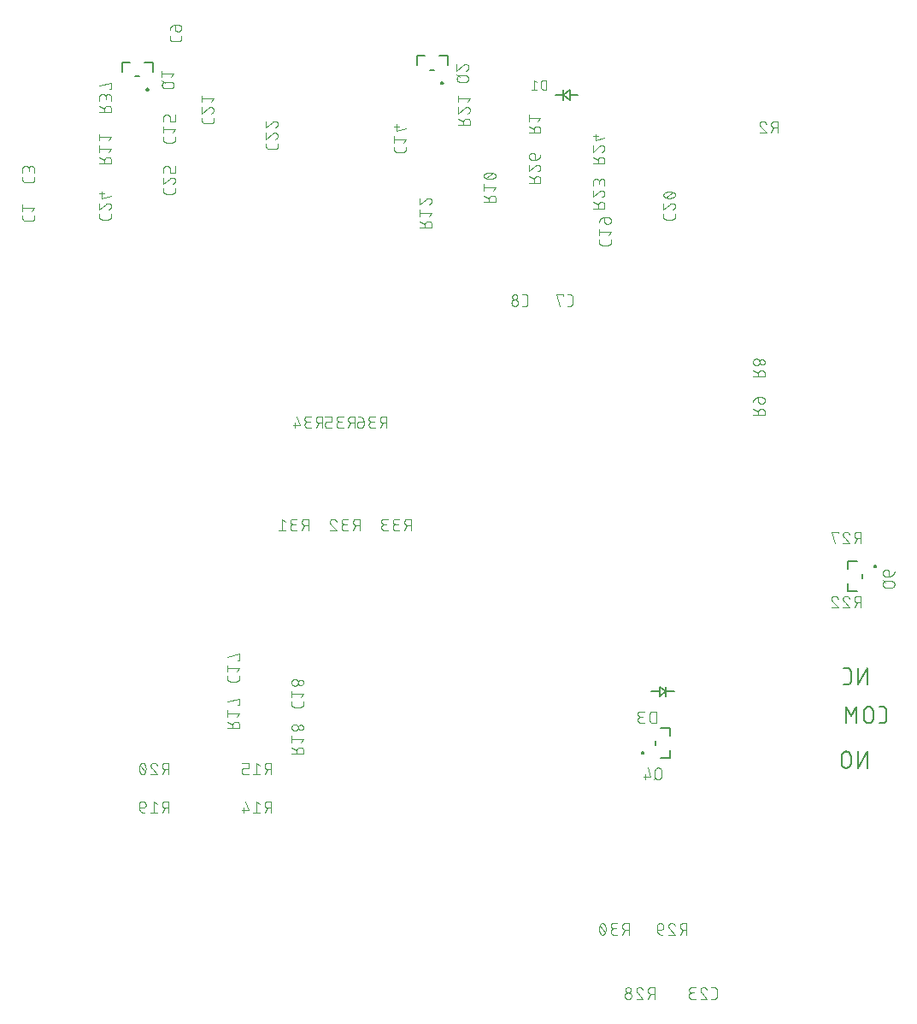
<source format=gbr>
G04 EAGLE Gerber RS-274X export*
G75*
%MOMM*%
%FSLAX34Y34*%
%LPD*%
%INSilkscreen Bottom*%
%IPPOS*%
%AMOC8*
5,1,8,0,0,1.08239X$1,22.5*%
G01*
%ADD10C,0.152400*%
%ADD11C,0.101600*%
%ADD12C,0.127000*%
%ADD13C,0.076200*%
%ADD14C,0.200000*%


D10*
X900938Y242062D02*
X900938Y258318D01*
X891907Y242062D01*
X891907Y258318D01*
X884786Y253802D02*
X884786Y246578D01*
X884786Y253802D02*
X884784Y253935D01*
X884778Y254067D01*
X884768Y254199D01*
X884755Y254331D01*
X884737Y254463D01*
X884716Y254593D01*
X884691Y254724D01*
X884662Y254853D01*
X884629Y254981D01*
X884593Y255109D01*
X884553Y255235D01*
X884509Y255360D01*
X884461Y255484D01*
X884410Y255606D01*
X884355Y255727D01*
X884297Y255846D01*
X884235Y255964D01*
X884170Y256079D01*
X884101Y256193D01*
X884030Y256304D01*
X883954Y256413D01*
X883876Y256520D01*
X883795Y256625D01*
X883710Y256727D01*
X883623Y256827D01*
X883533Y256924D01*
X883440Y257019D01*
X883344Y257110D01*
X883246Y257199D01*
X883145Y257285D01*
X883041Y257368D01*
X882935Y257448D01*
X882827Y257524D01*
X882717Y257598D01*
X882604Y257668D01*
X882490Y257735D01*
X882373Y257798D01*
X882255Y257858D01*
X882135Y257915D01*
X882013Y257968D01*
X881890Y258017D01*
X881766Y258063D01*
X881640Y258105D01*
X881513Y258143D01*
X881385Y258178D01*
X881256Y258209D01*
X881127Y258236D01*
X880996Y258259D01*
X880865Y258279D01*
X880733Y258294D01*
X880601Y258306D01*
X880469Y258314D01*
X880336Y258318D01*
X880204Y258318D01*
X880071Y258314D01*
X879939Y258306D01*
X879807Y258294D01*
X879675Y258279D01*
X879544Y258259D01*
X879413Y258236D01*
X879284Y258209D01*
X879155Y258178D01*
X879027Y258143D01*
X878900Y258105D01*
X878774Y258063D01*
X878650Y258017D01*
X878527Y257968D01*
X878405Y257915D01*
X878285Y257858D01*
X878167Y257798D01*
X878050Y257735D01*
X877936Y257668D01*
X877823Y257598D01*
X877713Y257524D01*
X877605Y257448D01*
X877499Y257368D01*
X877395Y257285D01*
X877294Y257199D01*
X877196Y257110D01*
X877100Y257019D01*
X877007Y256924D01*
X876917Y256827D01*
X876830Y256727D01*
X876745Y256625D01*
X876664Y256520D01*
X876586Y256413D01*
X876510Y256304D01*
X876439Y256193D01*
X876370Y256079D01*
X876305Y255964D01*
X876243Y255846D01*
X876185Y255727D01*
X876130Y255606D01*
X876079Y255484D01*
X876031Y255360D01*
X875987Y255235D01*
X875947Y255109D01*
X875911Y254981D01*
X875878Y254853D01*
X875849Y254724D01*
X875824Y254593D01*
X875803Y254463D01*
X875785Y254331D01*
X875772Y254199D01*
X875762Y254067D01*
X875756Y253935D01*
X875754Y253802D01*
X875755Y253802D02*
X875755Y246578D01*
X875754Y246578D02*
X875756Y246445D01*
X875762Y246313D01*
X875772Y246181D01*
X875785Y246049D01*
X875803Y245917D01*
X875824Y245787D01*
X875849Y245656D01*
X875878Y245527D01*
X875911Y245399D01*
X875947Y245271D01*
X875987Y245145D01*
X876031Y245020D01*
X876079Y244896D01*
X876130Y244774D01*
X876185Y244653D01*
X876243Y244534D01*
X876305Y244416D01*
X876370Y244301D01*
X876439Y244187D01*
X876510Y244076D01*
X876586Y243967D01*
X876664Y243860D01*
X876745Y243755D01*
X876830Y243653D01*
X876917Y243553D01*
X877007Y243456D01*
X877100Y243361D01*
X877196Y243270D01*
X877294Y243181D01*
X877395Y243095D01*
X877499Y243012D01*
X877605Y242932D01*
X877713Y242856D01*
X877823Y242782D01*
X877936Y242712D01*
X878050Y242645D01*
X878167Y242582D01*
X878285Y242522D01*
X878405Y242465D01*
X878527Y242412D01*
X878650Y242363D01*
X878774Y242317D01*
X878900Y242275D01*
X879027Y242237D01*
X879155Y242202D01*
X879284Y242171D01*
X879413Y242144D01*
X879544Y242121D01*
X879675Y242101D01*
X879807Y242086D01*
X879939Y242074D01*
X880071Y242066D01*
X880204Y242062D01*
X880336Y242062D01*
X880469Y242066D01*
X880601Y242074D01*
X880733Y242086D01*
X880865Y242101D01*
X880996Y242121D01*
X881127Y242144D01*
X881256Y242171D01*
X881385Y242202D01*
X881513Y242237D01*
X881640Y242275D01*
X881766Y242317D01*
X881890Y242363D01*
X882013Y242412D01*
X882135Y242465D01*
X882255Y242522D01*
X882373Y242582D01*
X882490Y242645D01*
X882604Y242712D01*
X882717Y242782D01*
X882827Y242856D01*
X882935Y242932D01*
X883041Y243012D01*
X883145Y243095D01*
X883246Y243181D01*
X883344Y243270D01*
X883440Y243361D01*
X883533Y243456D01*
X883623Y243553D01*
X883710Y243653D01*
X883795Y243755D01*
X883876Y243860D01*
X883954Y243967D01*
X884030Y244076D01*
X884101Y244187D01*
X884170Y244301D01*
X884235Y244416D01*
X884297Y244534D01*
X884355Y244653D01*
X884410Y244774D01*
X884461Y244896D01*
X884509Y245020D01*
X884553Y245145D01*
X884593Y245271D01*
X884629Y245399D01*
X884662Y245527D01*
X884691Y245656D01*
X884716Y245787D01*
X884737Y245917D01*
X884755Y246049D01*
X884768Y246181D01*
X884778Y246313D01*
X884784Y246445D01*
X884786Y246578D01*
X912763Y286512D02*
X916376Y286512D01*
X916494Y286514D01*
X916612Y286520D01*
X916730Y286529D01*
X916847Y286543D01*
X916964Y286560D01*
X917081Y286581D01*
X917196Y286606D01*
X917311Y286635D01*
X917425Y286668D01*
X917537Y286704D01*
X917648Y286744D01*
X917758Y286787D01*
X917867Y286834D01*
X917974Y286884D01*
X918079Y286939D01*
X918182Y286996D01*
X918283Y287057D01*
X918383Y287121D01*
X918480Y287188D01*
X918575Y287258D01*
X918667Y287332D01*
X918758Y287408D01*
X918845Y287488D01*
X918930Y287570D01*
X919012Y287655D01*
X919092Y287742D01*
X919168Y287833D01*
X919242Y287925D01*
X919312Y288020D01*
X919379Y288117D01*
X919443Y288217D01*
X919504Y288318D01*
X919561Y288421D01*
X919616Y288526D01*
X919666Y288633D01*
X919713Y288742D01*
X919756Y288852D01*
X919796Y288963D01*
X919832Y289075D01*
X919865Y289189D01*
X919894Y289304D01*
X919919Y289419D01*
X919940Y289536D01*
X919957Y289653D01*
X919971Y289770D01*
X919980Y289888D01*
X919986Y290006D01*
X919988Y290124D01*
X919988Y299156D01*
X919986Y299274D01*
X919980Y299392D01*
X919971Y299510D01*
X919957Y299627D01*
X919940Y299744D01*
X919919Y299861D01*
X919894Y299976D01*
X919865Y300091D01*
X919832Y300205D01*
X919796Y300317D01*
X919756Y300428D01*
X919713Y300538D01*
X919666Y300647D01*
X919616Y300754D01*
X919561Y300859D01*
X919504Y300962D01*
X919443Y301063D01*
X919379Y301163D01*
X919312Y301260D01*
X919242Y301355D01*
X919168Y301447D01*
X919092Y301538D01*
X919012Y301625D01*
X918930Y301710D01*
X918845Y301792D01*
X918758Y301872D01*
X918667Y301948D01*
X918575Y302022D01*
X918480Y302092D01*
X918383Y302159D01*
X918283Y302223D01*
X918182Y302284D01*
X918079Y302341D01*
X917974Y302396D01*
X917867Y302446D01*
X917758Y302493D01*
X917648Y302536D01*
X917537Y302576D01*
X917425Y302612D01*
X917311Y302645D01*
X917196Y302674D01*
X917081Y302699D01*
X916964Y302720D01*
X916847Y302737D01*
X916730Y302751D01*
X916612Y302760D01*
X916494Y302766D01*
X916376Y302768D01*
X912763Y302768D01*
X906923Y298252D02*
X906923Y291028D01*
X906923Y298252D02*
X906921Y298385D01*
X906915Y298517D01*
X906905Y298649D01*
X906892Y298781D01*
X906874Y298913D01*
X906853Y299043D01*
X906828Y299174D01*
X906799Y299303D01*
X906766Y299431D01*
X906730Y299559D01*
X906690Y299685D01*
X906646Y299810D01*
X906598Y299934D01*
X906547Y300056D01*
X906492Y300177D01*
X906434Y300296D01*
X906372Y300414D01*
X906307Y300529D01*
X906238Y300643D01*
X906167Y300754D01*
X906091Y300863D01*
X906013Y300970D01*
X905932Y301075D01*
X905847Y301177D01*
X905760Y301277D01*
X905670Y301374D01*
X905577Y301469D01*
X905481Y301560D01*
X905383Y301649D01*
X905282Y301735D01*
X905178Y301818D01*
X905072Y301898D01*
X904964Y301974D01*
X904854Y302048D01*
X904741Y302118D01*
X904627Y302185D01*
X904510Y302248D01*
X904392Y302308D01*
X904272Y302365D01*
X904150Y302418D01*
X904027Y302467D01*
X903903Y302513D01*
X903777Y302555D01*
X903650Y302593D01*
X903522Y302628D01*
X903393Y302659D01*
X903264Y302686D01*
X903133Y302709D01*
X903002Y302729D01*
X902870Y302744D01*
X902738Y302756D01*
X902606Y302764D01*
X902473Y302768D01*
X902341Y302768D01*
X902208Y302764D01*
X902076Y302756D01*
X901944Y302744D01*
X901812Y302729D01*
X901681Y302709D01*
X901550Y302686D01*
X901421Y302659D01*
X901292Y302628D01*
X901164Y302593D01*
X901037Y302555D01*
X900911Y302513D01*
X900787Y302467D01*
X900664Y302418D01*
X900542Y302365D01*
X900422Y302308D01*
X900304Y302248D01*
X900187Y302185D01*
X900073Y302118D01*
X899960Y302048D01*
X899850Y301974D01*
X899742Y301898D01*
X899636Y301818D01*
X899532Y301735D01*
X899431Y301649D01*
X899333Y301560D01*
X899237Y301469D01*
X899144Y301374D01*
X899054Y301277D01*
X898967Y301177D01*
X898882Y301075D01*
X898801Y300970D01*
X898723Y300863D01*
X898647Y300754D01*
X898576Y300643D01*
X898507Y300529D01*
X898442Y300414D01*
X898380Y300296D01*
X898322Y300177D01*
X898267Y300056D01*
X898216Y299934D01*
X898168Y299810D01*
X898124Y299685D01*
X898084Y299559D01*
X898048Y299431D01*
X898015Y299303D01*
X897986Y299174D01*
X897961Y299043D01*
X897940Y298913D01*
X897922Y298781D01*
X897909Y298649D01*
X897899Y298517D01*
X897893Y298385D01*
X897891Y298252D01*
X897891Y291028D01*
X897893Y290895D01*
X897899Y290763D01*
X897909Y290631D01*
X897922Y290499D01*
X897940Y290367D01*
X897961Y290237D01*
X897986Y290106D01*
X898015Y289977D01*
X898048Y289849D01*
X898084Y289721D01*
X898124Y289595D01*
X898168Y289470D01*
X898216Y289346D01*
X898267Y289224D01*
X898322Y289103D01*
X898380Y288984D01*
X898442Y288866D01*
X898507Y288751D01*
X898576Y288637D01*
X898647Y288526D01*
X898723Y288417D01*
X898801Y288310D01*
X898882Y288205D01*
X898967Y288103D01*
X899054Y288003D01*
X899144Y287906D01*
X899237Y287811D01*
X899333Y287720D01*
X899431Y287631D01*
X899532Y287545D01*
X899636Y287462D01*
X899742Y287382D01*
X899850Y287306D01*
X899960Y287232D01*
X900073Y287162D01*
X900187Y287095D01*
X900304Y287032D01*
X900422Y286972D01*
X900542Y286915D01*
X900664Y286862D01*
X900787Y286813D01*
X900911Y286767D01*
X901037Y286725D01*
X901164Y286687D01*
X901292Y286652D01*
X901421Y286621D01*
X901550Y286594D01*
X901681Y286571D01*
X901812Y286551D01*
X901944Y286536D01*
X902076Y286524D01*
X902208Y286516D01*
X902341Y286512D01*
X902473Y286512D01*
X902606Y286516D01*
X902738Y286524D01*
X902870Y286536D01*
X903002Y286551D01*
X903133Y286571D01*
X903264Y286594D01*
X903393Y286621D01*
X903522Y286652D01*
X903650Y286687D01*
X903777Y286725D01*
X903903Y286767D01*
X904027Y286813D01*
X904150Y286862D01*
X904272Y286915D01*
X904392Y286972D01*
X904510Y287032D01*
X904627Y287095D01*
X904741Y287162D01*
X904854Y287232D01*
X904964Y287306D01*
X905072Y287382D01*
X905178Y287462D01*
X905282Y287545D01*
X905383Y287631D01*
X905481Y287720D01*
X905577Y287811D01*
X905670Y287906D01*
X905760Y288003D01*
X905847Y288103D01*
X905932Y288205D01*
X906013Y288310D01*
X906091Y288417D01*
X906167Y288526D01*
X906238Y288637D01*
X906307Y288751D01*
X906372Y288866D01*
X906434Y288984D01*
X906492Y289103D01*
X906547Y289224D01*
X906598Y289346D01*
X906646Y289470D01*
X906690Y289595D01*
X906730Y289721D01*
X906766Y289849D01*
X906799Y289977D01*
X906828Y290106D01*
X906853Y290237D01*
X906874Y290367D01*
X906892Y290499D01*
X906905Y290631D01*
X906915Y290763D01*
X906921Y290895D01*
X906923Y291028D01*
X890631Y286512D02*
X890631Y302768D01*
X885213Y293737D01*
X879794Y302768D01*
X879794Y286512D01*
X900938Y324612D02*
X900938Y340868D01*
X891907Y324612D01*
X891907Y340868D01*
X881213Y324612D02*
X877600Y324612D01*
X881213Y324612D02*
X881331Y324614D01*
X881449Y324620D01*
X881567Y324629D01*
X881684Y324643D01*
X881801Y324660D01*
X881918Y324681D01*
X882033Y324706D01*
X882148Y324735D01*
X882262Y324768D01*
X882374Y324804D01*
X882485Y324844D01*
X882595Y324887D01*
X882704Y324934D01*
X882811Y324984D01*
X882916Y325039D01*
X883019Y325096D01*
X883120Y325157D01*
X883220Y325221D01*
X883317Y325288D01*
X883412Y325358D01*
X883504Y325432D01*
X883595Y325508D01*
X883682Y325588D01*
X883767Y325670D01*
X883849Y325755D01*
X883929Y325842D01*
X884005Y325933D01*
X884079Y326025D01*
X884149Y326120D01*
X884216Y326217D01*
X884280Y326317D01*
X884341Y326418D01*
X884398Y326521D01*
X884453Y326626D01*
X884503Y326733D01*
X884550Y326842D01*
X884593Y326952D01*
X884633Y327063D01*
X884669Y327175D01*
X884702Y327289D01*
X884731Y327404D01*
X884756Y327519D01*
X884777Y327636D01*
X884794Y327753D01*
X884808Y327870D01*
X884817Y327988D01*
X884823Y328106D01*
X884825Y328224D01*
X884825Y337256D01*
X884823Y337374D01*
X884817Y337492D01*
X884808Y337610D01*
X884794Y337727D01*
X884777Y337844D01*
X884756Y337961D01*
X884731Y338076D01*
X884702Y338191D01*
X884669Y338305D01*
X884633Y338417D01*
X884593Y338528D01*
X884550Y338638D01*
X884503Y338747D01*
X884453Y338854D01*
X884398Y338959D01*
X884341Y339062D01*
X884280Y339163D01*
X884216Y339263D01*
X884149Y339360D01*
X884079Y339455D01*
X884005Y339547D01*
X883929Y339638D01*
X883849Y339725D01*
X883767Y339810D01*
X883682Y339892D01*
X883595Y339972D01*
X883504Y340048D01*
X883412Y340122D01*
X883317Y340192D01*
X883220Y340259D01*
X883120Y340323D01*
X883019Y340384D01*
X882916Y340441D01*
X882811Y340496D01*
X882704Y340546D01*
X882595Y340593D01*
X882485Y340636D01*
X882374Y340676D01*
X882262Y340712D01*
X882148Y340745D01*
X882033Y340774D01*
X881918Y340799D01*
X881801Y340820D01*
X881684Y340837D01*
X881567Y340851D01*
X881449Y340860D01*
X881331Y340866D01*
X881213Y340868D01*
X877600Y340868D01*
D11*
X64008Y786139D02*
X64008Y788736D01*
X64008Y786139D02*
X64010Y786040D01*
X64016Y785940D01*
X64025Y785841D01*
X64038Y785743D01*
X64055Y785645D01*
X64076Y785547D01*
X64101Y785451D01*
X64129Y785356D01*
X64161Y785262D01*
X64196Y785169D01*
X64235Y785077D01*
X64278Y784987D01*
X64323Y784899D01*
X64373Y784812D01*
X64425Y784728D01*
X64481Y784645D01*
X64539Y784565D01*
X64601Y784487D01*
X64666Y784412D01*
X64734Y784339D01*
X64804Y784269D01*
X64877Y784201D01*
X64952Y784136D01*
X65030Y784074D01*
X65110Y784016D01*
X65193Y783960D01*
X65277Y783908D01*
X65364Y783858D01*
X65452Y783813D01*
X65542Y783770D01*
X65634Y783731D01*
X65727Y783696D01*
X65821Y783664D01*
X65916Y783636D01*
X66012Y783611D01*
X66110Y783590D01*
X66208Y783573D01*
X66306Y783560D01*
X66405Y783551D01*
X66505Y783545D01*
X66604Y783543D01*
X73096Y783543D01*
X73195Y783545D01*
X73295Y783551D01*
X73394Y783560D01*
X73492Y783573D01*
X73590Y783590D01*
X73688Y783611D01*
X73784Y783636D01*
X73879Y783664D01*
X73973Y783696D01*
X74066Y783731D01*
X74158Y783770D01*
X74248Y783813D01*
X74336Y783858D01*
X74423Y783908D01*
X74507Y783960D01*
X74590Y784016D01*
X74670Y784074D01*
X74748Y784136D01*
X74823Y784201D01*
X74896Y784269D01*
X74966Y784339D01*
X75034Y784412D01*
X75099Y784487D01*
X75161Y784565D01*
X75219Y784645D01*
X75275Y784728D01*
X75327Y784812D01*
X75377Y784899D01*
X75422Y784987D01*
X75465Y785077D01*
X75504Y785169D01*
X75539Y785261D01*
X75571Y785356D01*
X75599Y785451D01*
X75624Y785547D01*
X75645Y785645D01*
X75662Y785743D01*
X75675Y785841D01*
X75684Y785940D01*
X75690Y786040D01*
X75692Y786139D01*
X75692Y788736D01*
X73096Y793101D02*
X75692Y796346D01*
X64008Y796346D01*
X64008Y793101D02*
X64008Y799592D01*
X432308Y854004D02*
X432308Y856601D01*
X432308Y854004D02*
X432310Y853905D01*
X432316Y853805D01*
X432325Y853706D01*
X432338Y853608D01*
X432355Y853510D01*
X432376Y853412D01*
X432401Y853316D01*
X432429Y853221D01*
X432461Y853127D01*
X432496Y853034D01*
X432535Y852942D01*
X432578Y852852D01*
X432623Y852764D01*
X432673Y852677D01*
X432725Y852593D01*
X432781Y852510D01*
X432839Y852430D01*
X432901Y852352D01*
X432966Y852277D01*
X433034Y852204D01*
X433104Y852134D01*
X433177Y852066D01*
X433252Y852001D01*
X433330Y851939D01*
X433410Y851881D01*
X433493Y851825D01*
X433577Y851773D01*
X433664Y851723D01*
X433752Y851678D01*
X433842Y851635D01*
X433934Y851596D01*
X434027Y851561D01*
X434121Y851529D01*
X434216Y851501D01*
X434312Y851476D01*
X434410Y851455D01*
X434508Y851438D01*
X434606Y851425D01*
X434705Y851416D01*
X434805Y851410D01*
X434904Y851408D01*
X441396Y851408D01*
X441495Y851410D01*
X441595Y851416D01*
X441694Y851425D01*
X441792Y851438D01*
X441890Y851455D01*
X441988Y851476D01*
X442084Y851501D01*
X442179Y851529D01*
X442273Y851561D01*
X442366Y851596D01*
X442458Y851635D01*
X442548Y851678D01*
X442636Y851723D01*
X442723Y851773D01*
X442807Y851825D01*
X442890Y851881D01*
X442970Y851939D01*
X443048Y852001D01*
X443123Y852066D01*
X443196Y852134D01*
X443266Y852204D01*
X443334Y852277D01*
X443399Y852352D01*
X443461Y852430D01*
X443519Y852510D01*
X443575Y852593D01*
X443627Y852677D01*
X443677Y852764D01*
X443722Y852852D01*
X443765Y852942D01*
X443804Y853034D01*
X443839Y853126D01*
X443871Y853221D01*
X443899Y853316D01*
X443924Y853412D01*
X443945Y853510D01*
X443962Y853608D01*
X443975Y853706D01*
X443984Y853805D01*
X443990Y853905D01*
X443992Y854004D01*
X443992Y856601D01*
X441396Y860966D02*
X443992Y864212D01*
X432308Y864212D01*
X432308Y867457D02*
X432308Y860966D01*
X434904Y872396D02*
X443992Y874993D01*
X434904Y872396D02*
X434904Y878887D01*
X437501Y876940D02*
X432308Y876940D01*
X203708Y866206D02*
X203708Y863609D01*
X203710Y863510D01*
X203716Y863410D01*
X203725Y863311D01*
X203738Y863213D01*
X203755Y863115D01*
X203776Y863017D01*
X203801Y862921D01*
X203829Y862826D01*
X203861Y862732D01*
X203896Y862639D01*
X203935Y862547D01*
X203978Y862457D01*
X204023Y862369D01*
X204073Y862282D01*
X204125Y862198D01*
X204181Y862115D01*
X204239Y862035D01*
X204301Y861957D01*
X204366Y861882D01*
X204434Y861809D01*
X204504Y861739D01*
X204577Y861671D01*
X204652Y861606D01*
X204730Y861544D01*
X204810Y861486D01*
X204893Y861430D01*
X204977Y861378D01*
X205064Y861328D01*
X205152Y861283D01*
X205242Y861240D01*
X205334Y861201D01*
X205427Y861166D01*
X205521Y861134D01*
X205616Y861106D01*
X205712Y861081D01*
X205810Y861060D01*
X205908Y861043D01*
X206006Y861030D01*
X206105Y861021D01*
X206205Y861015D01*
X206304Y861013D01*
X212796Y861013D01*
X212895Y861015D01*
X212995Y861021D01*
X213094Y861030D01*
X213192Y861043D01*
X213290Y861060D01*
X213388Y861081D01*
X213484Y861106D01*
X213579Y861134D01*
X213673Y861166D01*
X213766Y861201D01*
X213858Y861240D01*
X213948Y861283D01*
X214036Y861328D01*
X214123Y861378D01*
X214207Y861430D01*
X214290Y861486D01*
X214370Y861544D01*
X214448Y861606D01*
X214523Y861671D01*
X214596Y861739D01*
X214666Y861809D01*
X214734Y861882D01*
X214799Y861957D01*
X214861Y862035D01*
X214919Y862115D01*
X214975Y862198D01*
X215027Y862282D01*
X215077Y862369D01*
X215122Y862457D01*
X215165Y862547D01*
X215204Y862639D01*
X215239Y862731D01*
X215271Y862826D01*
X215299Y862921D01*
X215324Y863017D01*
X215345Y863115D01*
X215362Y863213D01*
X215375Y863311D01*
X215384Y863410D01*
X215390Y863510D01*
X215392Y863609D01*
X215392Y866206D01*
X212796Y870571D02*
X215392Y873816D01*
X203708Y873816D01*
X203708Y870571D02*
X203708Y877062D01*
X203708Y882001D02*
X203708Y885896D01*
X203710Y885995D01*
X203716Y886095D01*
X203725Y886194D01*
X203738Y886292D01*
X203755Y886390D01*
X203776Y886488D01*
X203801Y886584D01*
X203829Y886679D01*
X203861Y886773D01*
X203896Y886866D01*
X203935Y886958D01*
X203978Y887048D01*
X204023Y887136D01*
X204073Y887223D01*
X204125Y887307D01*
X204181Y887390D01*
X204239Y887470D01*
X204301Y887548D01*
X204366Y887623D01*
X204434Y887696D01*
X204504Y887766D01*
X204577Y887834D01*
X204652Y887899D01*
X204730Y887961D01*
X204810Y888019D01*
X204893Y888075D01*
X204977Y888127D01*
X205064Y888177D01*
X205152Y888222D01*
X205242Y888265D01*
X205334Y888304D01*
X205427Y888339D01*
X205521Y888371D01*
X205616Y888399D01*
X205712Y888424D01*
X205810Y888445D01*
X205908Y888462D01*
X206006Y888475D01*
X206105Y888484D01*
X206205Y888490D01*
X206304Y888492D01*
X207603Y888492D01*
X207702Y888490D01*
X207802Y888484D01*
X207901Y888475D01*
X207999Y888462D01*
X208097Y888445D01*
X208195Y888424D01*
X208291Y888399D01*
X208386Y888371D01*
X208480Y888339D01*
X208573Y888304D01*
X208665Y888265D01*
X208755Y888222D01*
X208843Y888177D01*
X208930Y888127D01*
X209014Y888075D01*
X209097Y888019D01*
X209177Y887961D01*
X209255Y887899D01*
X209330Y887834D01*
X209403Y887766D01*
X209473Y887696D01*
X209541Y887623D01*
X209606Y887548D01*
X209668Y887470D01*
X209726Y887390D01*
X209782Y887307D01*
X209834Y887223D01*
X209884Y887136D01*
X209929Y887048D01*
X209972Y886958D01*
X210011Y886866D01*
X210046Y886773D01*
X210078Y886679D01*
X210106Y886584D01*
X210131Y886488D01*
X210152Y886390D01*
X210169Y886292D01*
X210182Y886194D01*
X210191Y886095D01*
X210197Y885995D01*
X210199Y885896D01*
X210199Y882001D01*
X215392Y882001D01*
X215392Y888492D01*
X267208Y332806D02*
X267208Y330209D01*
X267210Y330110D01*
X267216Y330010D01*
X267225Y329911D01*
X267238Y329813D01*
X267255Y329715D01*
X267276Y329617D01*
X267301Y329521D01*
X267329Y329426D01*
X267361Y329332D01*
X267396Y329239D01*
X267435Y329147D01*
X267478Y329057D01*
X267523Y328969D01*
X267573Y328882D01*
X267625Y328798D01*
X267681Y328715D01*
X267739Y328635D01*
X267801Y328557D01*
X267866Y328482D01*
X267934Y328409D01*
X268004Y328339D01*
X268077Y328271D01*
X268152Y328206D01*
X268230Y328144D01*
X268310Y328086D01*
X268393Y328030D01*
X268477Y327978D01*
X268564Y327928D01*
X268652Y327883D01*
X268742Y327840D01*
X268834Y327801D01*
X268927Y327766D01*
X269021Y327734D01*
X269116Y327706D01*
X269212Y327681D01*
X269310Y327660D01*
X269408Y327643D01*
X269506Y327630D01*
X269605Y327621D01*
X269705Y327615D01*
X269804Y327613D01*
X276296Y327613D01*
X276395Y327615D01*
X276495Y327621D01*
X276594Y327630D01*
X276692Y327643D01*
X276790Y327660D01*
X276888Y327681D01*
X276984Y327706D01*
X277079Y327734D01*
X277173Y327766D01*
X277266Y327801D01*
X277358Y327840D01*
X277448Y327883D01*
X277536Y327928D01*
X277623Y327978D01*
X277707Y328030D01*
X277790Y328086D01*
X277870Y328144D01*
X277948Y328206D01*
X278023Y328271D01*
X278096Y328339D01*
X278166Y328409D01*
X278234Y328482D01*
X278299Y328557D01*
X278361Y328635D01*
X278419Y328715D01*
X278475Y328798D01*
X278527Y328882D01*
X278577Y328969D01*
X278622Y329057D01*
X278665Y329147D01*
X278704Y329239D01*
X278739Y329331D01*
X278771Y329426D01*
X278799Y329521D01*
X278824Y329617D01*
X278845Y329715D01*
X278862Y329813D01*
X278875Y329911D01*
X278884Y330010D01*
X278890Y330110D01*
X278892Y330209D01*
X278892Y332806D01*
X276296Y337171D02*
X278892Y340416D01*
X267208Y340416D01*
X267208Y337171D02*
X267208Y343662D01*
X277594Y348601D02*
X278892Y348601D01*
X278892Y355092D01*
X267208Y351846D01*
X330708Y307406D02*
X330708Y304809D01*
X330710Y304710D01*
X330716Y304610D01*
X330725Y304511D01*
X330738Y304413D01*
X330755Y304315D01*
X330776Y304217D01*
X330801Y304121D01*
X330829Y304026D01*
X330861Y303932D01*
X330896Y303839D01*
X330935Y303747D01*
X330978Y303657D01*
X331023Y303569D01*
X331073Y303482D01*
X331125Y303398D01*
X331181Y303315D01*
X331239Y303235D01*
X331301Y303157D01*
X331366Y303082D01*
X331434Y303009D01*
X331504Y302939D01*
X331577Y302871D01*
X331652Y302806D01*
X331730Y302744D01*
X331810Y302686D01*
X331893Y302630D01*
X331977Y302578D01*
X332064Y302528D01*
X332152Y302483D01*
X332242Y302440D01*
X332334Y302401D01*
X332427Y302366D01*
X332521Y302334D01*
X332616Y302306D01*
X332712Y302281D01*
X332810Y302260D01*
X332908Y302243D01*
X333006Y302230D01*
X333105Y302221D01*
X333205Y302215D01*
X333304Y302213D01*
X339796Y302213D01*
X339895Y302215D01*
X339995Y302221D01*
X340094Y302230D01*
X340192Y302243D01*
X340290Y302260D01*
X340388Y302281D01*
X340484Y302306D01*
X340579Y302334D01*
X340673Y302366D01*
X340766Y302401D01*
X340858Y302440D01*
X340948Y302483D01*
X341036Y302528D01*
X341123Y302578D01*
X341207Y302630D01*
X341290Y302686D01*
X341370Y302744D01*
X341448Y302806D01*
X341523Y302871D01*
X341596Y302939D01*
X341666Y303009D01*
X341734Y303082D01*
X341799Y303157D01*
X341861Y303235D01*
X341919Y303315D01*
X341975Y303398D01*
X342027Y303482D01*
X342077Y303569D01*
X342122Y303657D01*
X342165Y303747D01*
X342204Y303839D01*
X342239Y303931D01*
X342271Y304026D01*
X342299Y304121D01*
X342324Y304217D01*
X342345Y304315D01*
X342362Y304413D01*
X342375Y304511D01*
X342384Y304610D01*
X342390Y304710D01*
X342392Y304809D01*
X342392Y307406D01*
X339796Y311771D02*
X342392Y315016D01*
X330708Y315016D01*
X330708Y311771D02*
X330708Y318262D01*
X333954Y323200D02*
X334067Y323202D01*
X334180Y323208D01*
X334293Y323218D01*
X334406Y323232D01*
X334518Y323249D01*
X334629Y323271D01*
X334739Y323296D01*
X334849Y323326D01*
X334957Y323359D01*
X335064Y323396D01*
X335170Y323436D01*
X335274Y323481D01*
X335377Y323529D01*
X335478Y323580D01*
X335577Y323635D01*
X335674Y323693D01*
X335769Y323755D01*
X335862Y323820D01*
X335952Y323888D01*
X336040Y323959D01*
X336126Y324034D01*
X336209Y324111D01*
X336289Y324191D01*
X336366Y324274D01*
X336441Y324360D01*
X336512Y324448D01*
X336580Y324538D01*
X336645Y324631D01*
X336707Y324726D01*
X336765Y324823D01*
X336820Y324922D01*
X336871Y325023D01*
X336919Y325126D01*
X336964Y325230D01*
X337004Y325336D01*
X337041Y325443D01*
X337074Y325551D01*
X337104Y325661D01*
X337129Y325771D01*
X337151Y325882D01*
X337168Y325994D01*
X337182Y326107D01*
X337192Y326220D01*
X337198Y326333D01*
X337200Y326446D01*
X337198Y326559D01*
X337192Y326672D01*
X337182Y326785D01*
X337168Y326898D01*
X337151Y327010D01*
X337129Y327121D01*
X337104Y327231D01*
X337074Y327341D01*
X337041Y327449D01*
X337004Y327556D01*
X336964Y327662D01*
X336919Y327766D01*
X336871Y327869D01*
X336820Y327970D01*
X336765Y328069D01*
X336707Y328166D01*
X336645Y328261D01*
X336580Y328354D01*
X336512Y328444D01*
X336441Y328532D01*
X336366Y328618D01*
X336289Y328701D01*
X336209Y328781D01*
X336126Y328858D01*
X336040Y328933D01*
X335952Y329004D01*
X335862Y329072D01*
X335769Y329137D01*
X335674Y329199D01*
X335577Y329257D01*
X335478Y329312D01*
X335377Y329363D01*
X335274Y329411D01*
X335170Y329456D01*
X335064Y329496D01*
X334957Y329533D01*
X334849Y329566D01*
X334739Y329596D01*
X334629Y329621D01*
X334518Y329643D01*
X334406Y329660D01*
X334293Y329674D01*
X334180Y329684D01*
X334067Y329690D01*
X333954Y329692D01*
X333841Y329690D01*
X333728Y329684D01*
X333615Y329674D01*
X333502Y329660D01*
X333390Y329643D01*
X333279Y329621D01*
X333169Y329596D01*
X333059Y329566D01*
X332951Y329533D01*
X332844Y329496D01*
X332738Y329456D01*
X332634Y329411D01*
X332531Y329363D01*
X332430Y329312D01*
X332331Y329257D01*
X332234Y329199D01*
X332139Y329137D01*
X332046Y329072D01*
X331956Y329004D01*
X331868Y328933D01*
X331782Y328858D01*
X331699Y328781D01*
X331619Y328701D01*
X331542Y328618D01*
X331467Y328532D01*
X331396Y328444D01*
X331328Y328354D01*
X331263Y328261D01*
X331201Y328166D01*
X331143Y328069D01*
X331088Y327970D01*
X331037Y327869D01*
X330989Y327766D01*
X330944Y327662D01*
X330904Y327556D01*
X330867Y327449D01*
X330834Y327341D01*
X330804Y327231D01*
X330779Y327121D01*
X330757Y327010D01*
X330740Y326898D01*
X330726Y326785D01*
X330716Y326672D01*
X330710Y326559D01*
X330708Y326446D01*
X330710Y326333D01*
X330716Y326220D01*
X330726Y326107D01*
X330740Y325994D01*
X330757Y325882D01*
X330779Y325771D01*
X330804Y325661D01*
X330834Y325551D01*
X330867Y325443D01*
X330904Y325336D01*
X330944Y325230D01*
X330989Y325126D01*
X331037Y325023D01*
X331088Y324922D01*
X331143Y324823D01*
X331201Y324726D01*
X331263Y324631D01*
X331328Y324538D01*
X331396Y324448D01*
X331467Y324360D01*
X331542Y324274D01*
X331619Y324191D01*
X331699Y324111D01*
X331782Y324034D01*
X331868Y323959D01*
X331956Y323888D01*
X332046Y323820D01*
X332139Y323755D01*
X332234Y323693D01*
X332331Y323635D01*
X332430Y323580D01*
X332531Y323529D01*
X332634Y323481D01*
X332738Y323436D01*
X332844Y323396D01*
X332951Y323359D01*
X333059Y323326D01*
X333169Y323296D01*
X333279Y323271D01*
X333390Y323249D01*
X333502Y323232D01*
X333615Y323218D01*
X333728Y323208D01*
X333841Y323202D01*
X333954Y323200D01*
X339796Y323850D02*
X339897Y323852D01*
X339997Y323858D01*
X340097Y323868D01*
X340197Y323881D01*
X340296Y323899D01*
X340395Y323920D01*
X340492Y323945D01*
X340589Y323974D01*
X340684Y324007D01*
X340778Y324043D01*
X340870Y324083D01*
X340961Y324126D01*
X341050Y324173D01*
X341137Y324223D01*
X341223Y324277D01*
X341306Y324334D01*
X341386Y324394D01*
X341465Y324457D01*
X341541Y324524D01*
X341614Y324593D01*
X341684Y324665D01*
X341752Y324739D01*
X341817Y324816D01*
X341878Y324896D01*
X341937Y324978D01*
X341992Y325062D01*
X342044Y325148D01*
X342093Y325236D01*
X342138Y325326D01*
X342180Y325418D01*
X342218Y325511D01*
X342252Y325606D01*
X342283Y325701D01*
X342310Y325798D01*
X342333Y325896D01*
X342353Y325995D01*
X342368Y326095D01*
X342380Y326195D01*
X342388Y326295D01*
X342392Y326396D01*
X342392Y326496D01*
X342388Y326597D01*
X342380Y326697D01*
X342368Y326797D01*
X342353Y326897D01*
X342333Y326996D01*
X342310Y327094D01*
X342283Y327191D01*
X342252Y327286D01*
X342218Y327381D01*
X342180Y327474D01*
X342138Y327566D01*
X342093Y327656D01*
X342044Y327744D01*
X341992Y327830D01*
X341937Y327914D01*
X341878Y327996D01*
X341817Y328076D01*
X341752Y328153D01*
X341684Y328227D01*
X341614Y328299D01*
X341541Y328368D01*
X341465Y328435D01*
X341386Y328498D01*
X341306Y328558D01*
X341223Y328615D01*
X341137Y328669D01*
X341050Y328719D01*
X340961Y328766D01*
X340870Y328809D01*
X340778Y328849D01*
X340684Y328885D01*
X340589Y328918D01*
X340492Y328947D01*
X340395Y328972D01*
X340296Y328993D01*
X340197Y329011D01*
X340097Y329024D01*
X339997Y329034D01*
X339897Y329040D01*
X339796Y329042D01*
X339695Y329040D01*
X339595Y329034D01*
X339495Y329024D01*
X339395Y329011D01*
X339296Y328993D01*
X339197Y328972D01*
X339100Y328947D01*
X339003Y328918D01*
X338908Y328885D01*
X338814Y328849D01*
X338722Y328809D01*
X338631Y328766D01*
X338542Y328719D01*
X338455Y328669D01*
X338369Y328615D01*
X338286Y328558D01*
X338206Y328498D01*
X338127Y328435D01*
X338051Y328368D01*
X337978Y328299D01*
X337908Y328227D01*
X337840Y328153D01*
X337775Y328076D01*
X337714Y327996D01*
X337655Y327914D01*
X337600Y327830D01*
X337548Y327744D01*
X337499Y327656D01*
X337454Y327566D01*
X337412Y327474D01*
X337374Y327381D01*
X337340Y327286D01*
X337309Y327191D01*
X337282Y327094D01*
X337259Y326996D01*
X337239Y326897D01*
X337224Y326797D01*
X337212Y326697D01*
X337204Y326597D01*
X337200Y326496D01*
X337200Y326396D01*
X337204Y326295D01*
X337212Y326195D01*
X337224Y326095D01*
X337239Y325995D01*
X337259Y325896D01*
X337282Y325798D01*
X337309Y325701D01*
X337340Y325606D01*
X337374Y325511D01*
X337412Y325418D01*
X337454Y325326D01*
X337499Y325236D01*
X337548Y325148D01*
X337600Y325062D01*
X337655Y324978D01*
X337714Y324896D01*
X337775Y324816D01*
X337840Y324739D01*
X337908Y324665D01*
X337978Y324593D01*
X338051Y324524D01*
X338127Y324457D01*
X338206Y324394D01*
X338286Y324334D01*
X338369Y324277D01*
X338455Y324223D01*
X338542Y324173D01*
X338631Y324126D01*
X338722Y324083D01*
X338814Y324043D01*
X338908Y324007D01*
X339003Y323974D01*
X339100Y323945D01*
X339197Y323920D01*
X339296Y323899D01*
X339395Y323881D01*
X339495Y323868D01*
X339595Y323858D01*
X339695Y323852D01*
X339796Y323850D01*
X635508Y762009D02*
X635508Y764606D01*
X635508Y762009D02*
X635510Y761910D01*
X635516Y761810D01*
X635525Y761711D01*
X635538Y761613D01*
X635555Y761515D01*
X635576Y761417D01*
X635601Y761321D01*
X635629Y761226D01*
X635661Y761132D01*
X635696Y761039D01*
X635735Y760947D01*
X635778Y760857D01*
X635823Y760769D01*
X635873Y760682D01*
X635925Y760598D01*
X635981Y760515D01*
X636039Y760435D01*
X636101Y760357D01*
X636166Y760282D01*
X636234Y760209D01*
X636304Y760139D01*
X636377Y760071D01*
X636452Y760006D01*
X636530Y759944D01*
X636610Y759886D01*
X636693Y759830D01*
X636777Y759778D01*
X636864Y759728D01*
X636952Y759683D01*
X637042Y759640D01*
X637134Y759601D01*
X637227Y759566D01*
X637321Y759534D01*
X637416Y759506D01*
X637512Y759481D01*
X637610Y759460D01*
X637708Y759443D01*
X637806Y759430D01*
X637905Y759421D01*
X638005Y759415D01*
X638104Y759413D01*
X644596Y759413D01*
X644695Y759415D01*
X644795Y759421D01*
X644894Y759430D01*
X644992Y759443D01*
X645090Y759460D01*
X645188Y759481D01*
X645284Y759506D01*
X645379Y759534D01*
X645473Y759566D01*
X645566Y759601D01*
X645658Y759640D01*
X645748Y759683D01*
X645836Y759728D01*
X645923Y759778D01*
X646007Y759830D01*
X646090Y759886D01*
X646170Y759944D01*
X646248Y760006D01*
X646323Y760071D01*
X646396Y760139D01*
X646466Y760209D01*
X646534Y760282D01*
X646599Y760357D01*
X646661Y760435D01*
X646719Y760515D01*
X646775Y760598D01*
X646827Y760682D01*
X646877Y760769D01*
X646922Y760857D01*
X646965Y760947D01*
X647004Y761039D01*
X647039Y761131D01*
X647071Y761226D01*
X647099Y761321D01*
X647124Y761417D01*
X647145Y761515D01*
X647162Y761613D01*
X647175Y761711D01*
X647184Y761810D01*
X647190Y761910D01*
X647192Y762009D01*
X647192Y764606D01*
X644596Y768971D02*
X647192Y772216D01*
X635508Y772216D01*
X635508Y768971D02*
X635508Y775462D01*
X640701Y782997D02*
X640701Y786892D01*
X640701Y782997D02*
X640703Y782898D01*
X640709Y782798D01*
X640718Y782699D01*
X640731Y782601D01*
X640748Y782503D01*
X640769Y782405D01*
X640794Y782309D01*
X640822Y782214D01*
X640854Y782120D01*
X640889Y782027D01*
X640928Y781935D01*
X640971Y781845D01*
X641016Y781757D01*
X641066Y781670D01*
X641118Y781586D01*
X641174Y781503D01*
X641232Y781423D01*
X641294Y781345D01*
X641359Y781270D01*
X641427Y781197D01*
X641497Y781127D01*
X641570Y781059D01*
X641645Y780994D01*
X641723Y780932D01*
X641803Y780874D01*
X641886Y780818D01*
X641970Y780766D01*
X642057Y780716D01*
X642145Y780671D01*
X642235Y780628D01*
X642327Y780589D01*
X642420Y780554D01*
X642514Y780522D01*
X642609Y780494D01*
X642705Y780469D01*
X642803Y780448D01*
X642901Y780431D01*
X642999Y780418D01*
X643098Y780409D01*
X643198Y780403D01*
X643297Y780401D01*
X643946Y780401D01*
X643946Y780400D02*
X644059Y780402D01*
X644172Y780408D01*
X644285Y780418D01*
X644398Y780432D01*
X644510Y780449D01*
X644621Y780471D01*
X644731Y780496D01*
X644841Y780526D01*
X644949Y780559D01*
X645056Y780596D01*
X645162Y780636D01*
X645266Y780681D01*
X645369Y780729D01*
X645470Y780780D01*
X645569Y780835D01*
X645666Y780893D01*
X645761Y780955D01*
X645854Y781020D01*
X645944Y781088D01*
X646032Y781159D01*
X646118Y781234D01*
X646201Y781311D01*
X646281Y781391D01*
X646358Y781474D01*
X646433Y781560D01*
X646504Y781648D01*
X646572Y781738D01*
X646637Y781831D01*
X646699Y781926D01*
X646757Y782023D01*
X646812Y782122D01*
X646863Y782223D01*
X646911Y782326D01*
X646956Y782430D01*
X646996Y782536D01*
X647033Y782643D01*
X647066Y782751D01*
X647096Y782861D01*
X647121Y782971D01*
X647143Y783082D01*
X647160Y783194D01*
X647174Y783307D01*
X647184Y783420D01*
X647190Y783533D01*
X647192Y783646D01*
X647190Y783759D01*
X647184Y783872D01*
X647174Y783985D01*
X647160Y784098D01*
X647143Y784210D01*
X647121Y784321D01*
X647096Y784431D01*
X647066Y784541D01*
X647033Y784649D01*
X646996Y784756D01*
X646956Y784862D01*
X646911Y784966D01*
X646863Y785069D01*
X646812Y785170D01*
X646757Y785269D01*
X646699Y785366D01*
X646637Y785461D01*
X646572Y785554D01*
X646504Y785644D01*
X646433Y785732D01*
X646358Y785818D01*
X646281Y785901D01*
X646201Y785981D01*
X646118Y786058D01*
X646032Y786133D01*
X645944Y786204D01*
X645854Y786272D01*
X645761Y786337D01*
X645666Y786399D01*
X645569Y786457D01*
X645470Y786512D01*
X645369Y786563D01*
X645266Y786611D01*
X645162Y786656D01*
X645056Y786696D01*
X644949Y786733D01*
X644841Y786766D01*
X644731Y786796D01*
X644621Y786821D01*
X644510Y786843D01*
X644398Y786860D01*
X644285Y786874D01*
X644172Y786884D01*
X644059Y786890D01*
X643946Y786892D01*
X640701Y786892D01*
X640558Y786890D01*
X640415Y786884D01*
X640272Y786874D01*
X640130Y786860D01*
X639988Y786843D01*
X639846Y786821D01*
X639705Y786796D01*
X639565Y786766D01*
X639426Y786733D01*
X639288Y786696D01*
X639151Y786655D01*
X639015Y786611D01*
X638880Y786562D01*
X638747Y786510D01*
X638615Y786455D01*
X638485Y786395D01*
X638356Y786332D01*
X638229Y786266D01*
X638105Y786196D01*
X637982Y786123D01*
X637861Y786046D01*
X637742Y785966D01*
X637626Y785883D01*
X637511Y785797D01*
X637400Y785708D01*
X637290Y785615D01*
X637184Y785520D01*
X637080Y785421D01*
X636979Y785320D01*
X636880Y785216D01*
X636785Y785110D01*
X636692Y785000D01*
X636603Y784889D01*
X636517Y784774D01*
X636434Y784658D01*
X636354Y784539D01*
X636277Y784418D01*
X636204Y784296D01*
X636134Y784171D01*
X636068Y784044D01*
X636005Y783915D01*
X635945Y783785D01*
X635890Y783653D01*
X635838Y783520D01*
X635789Y783385D01*
X635745Y783249D01*
X635704Y783112D01*
X635667Y782974D01*
X635634Y782835D01*
X635604Y782695D01*
X635579Y782554D01*
X635557Y782412D01*
X635540Y782270D01*
X635526Y782128D01*
X635516Y781985D01*
X635510Y781842D01*
X635508Y781699D01*
X699008Y787409D02*
X699008Y790006D01*
X699008Y787409D02*
X699010Y787310D01*
X699016Y787210D01*
X699025Y787111D01*
X699038Y787013D01*
X699055Y786915D01*
X699076Y786817D01*
X699101Y786721D01*
X699129Y786626D01*
X699161Y786532D01*
X699196Y786439D01*
X699235Y786347D01*
X699278Y786257D01*
X699323Y786169D01*
X699373Y786082D01*
X699425Y785998D01*
X699481Y785915D01*
X699539Y785835D01*
X699601Y785757D01*
X699666Y785682D01*
X699734Y785609D01*
X699804Y785539D01*
X699877Y785471D01*
X699952Y785406D01*
X700030Y785344D01*
X700110Y785286D01*
X700193Y785230D01*
X700277Y785178D01*
X700364Y785128D01*
X700452Y785083D01*
X700542Y785040D01*
X700634Y785001D01*
X700727Y784966D01*
X700821Y784934D01*
X700916Y784906D01*
X701012Y784881D01*
X701110Y784860D01*
X701208Y784843D01*
X701306Y784830D01*
X701405Y784821D01*
X701505Y784815D01*
X701604Y784813D01*
X708096Y784813D01*
X708195Y784815D01*
X708295Y784821D01*
X708394Y784830D01*
X708492Y784843D01*
X708590Y784860D01*
X708688Y784881D01*
X708784Y784906D01*
X708879Y784934D01*
X708973Y784966D01*
X709066Y785001D01*
X709158Y785040D01*
X709248Y785083D01*
X709336Y785128D01*
X709423Y785178D01*
X709507Y785230D01*
X709590Y785286D01*
X709670Y785344D01*
X709748Y785406D01*
X709823Y785471D01*
X709896Y785539D01*
X709966Y785609D01*
X710034Y785682D01*
X710099Y785757D01*
X710161Y785835D01*
X710219Y785915D01*
X710275Y785998D01*
X710327Y786082D01*
X710377Y786169D01*
X710422Y786257D01*
X710465Y786347D01*
X710504Y786439D01*
X710539Y786531D01*
X710571Y786626D01*
X710599Y786721D01*
X710624Y786817D01*
X710645Y786915D01*
X710662Y787013D01*
X710675Y787111D01*
X710684Y787210D01*
X710690Y787310D01*
X710692Y787409D01*
X710692Y790006D01*
X710692Y797941D02*
X710690Y798048D01*
X710684Y798154D01*
X710674Y798260D01*
X710661Y798366D01*
X710643Y798472D01*
X710622Y798576D01*
X710597Y798680D01*
X710568Y798783D01*
X710536Y798884D01*
X710499Y798984D01*
X710459Y799083D01*
X710416Y799181D01*
X710369Y799277D01*
X710318Y799371D01*
X710264Y799463D01*
X710207Y799553D01*
X710147Y799641D01*
X710083Y799726D01*
X710016Y799809D01*
X709946Y799890D01*
X709874Y799968D01*
X709798Y800044D01*
X709720Y800116D01*
X709639Y800186D01*
X709556Y800253D01*
X709471Y800317D01*
X709383Y800377D01*
X709293Y800434D01*
X709201Y800488D01*
X709107Y800539D01*
X709011Y800586D01*
X708913Y800629D01*
X708814Y800669D01*
X708714Y800706D01*
X708613Y800738D01*
X708510Y800767D01*
X708406Y800792D01*
X708302Y800813D01*
X708196Y800831D01*
X708090Y800844D01*
X707984Y800854D01*
X707878Y800860D01*
X707771Y800862D01*
X710692Y797941D02*
X710690Y797820D01*
X710684Y797699D01*
X710674Y797579D01*
X710661Y797458D01*
X710643Y797339D01*
X710622Y797219D01*
X710597Y797101D01*
X710568Y796984D01*
X710535Y796867D01*
X710499Y796752D01*
X710458Y796638D01*
X710415Y796525D01*
X710367Y796413D01*
X710316Y796304D01*
X710261Y796196D01*
X710203Y796089D01*
X710142Y795985D01*
X710077Y795883D01*
X710009Y795783D01*
X709938Y795685D01*
X709864Y795589D01*
X709787Y795496D01*
X709706Y795406D01*
X709623Y795318D01*
X709537Y795233D01*
X709448Y795150D01*
X709357Y795071D01*
X709263Y794994D01*
X709167Y794921D01*
X709069Y794851D01*
X708968Y794784D01*
X708865Y794720D01*
X708760Y794660D01*
X708653Y794603D01*
X708545Y794549D01*
X708435Y794499D01*
X708323Y794453D01*
X708210Y794410D01*
X708095Y794371D01*
X705499Y799889D02*
X705576Y799968D01*
X705657Y800044D01*
X705740Y800117D01*
X705825Y800187D01*
X705913Y800254D01*
X706003Y800318D01*
X706095Y800378D01*
X706190Y800435D01*
X706286Y800489D01*
X706384Y800540D01*
X706484Y800587D01*
X706586Y800631D01*
X706689Y800671D01*
X706793Y800707D01*
X706899Y800739D01*
X707005Y800768D01*
X707113Y800793D01*
X707221Y800815D01*
X707331Y800832D01*
X707440Y800846D01*
X707550Y800855D01*
X707661Y800861D01*
X707771Y800863D01*
X705499Y799888D02*
X699008Y794371D01*
X699008Y800862D01*
X704850Y805801D02*
X705080Y805804D01*
X705310Y805812D01*
X705539Y805826D01*
X705768Y805845D01*
X705997Y805870D01*
X706224Y805900D01*
X706452Y805935D01*
X706678Y805976D01*
X706903Y806022D01*
X707127Y806074D01*
X707349Y806131D01*
X707571Y806193D01*
X707790Y806261D01*
X708008Y806334D01*
X708225Y806412D01*
X708439Y806495D01*
X708651Y806583D01*
X708861Y806676D01*
X709069Y806775D01*
X709069Y806774D02*
X709159Y806807D01*
X709248Y806843D01*
X709336Y806883D01*
X709421Y806927D01*
X709505Y806974D01*
X709587Y807024D01*
X709667Y807078D01*
X709744Y807134D01*
X709820Y807194D01*
X709893Y807257D01*
X709963Y807322D01*
X710031Y807391D01*
X710095Y807462D01*
X710157Y807535D01*
X710216Y807611D01*
X710272Y807689D01*
X710325Y807770D01*
X710374Y807852D01*
X710420Y807936D01*
X710463Y808023D01*
X710502Y808110D01*
X710538Y808200D01*
X710570Y808290D01*
X710598Y808382D01*
X710623Y808475D01*
X710644Y808569D01*
X710661Y808663D01*
X710675Y808758D01*
X710684Y808854D01*
X710690Y808950D01*
X710692Y809046D01*
X710690Y809142D01*
X710684Y809238D01*
X710675Y809334D01*
X710661Y809429D01*
X710644Y809523D01*
X710623Y809617D01*
X710598Y809710D01*
X710570Y809802D01*
X710538Y809892D01*
X710502Y809982D01*
X710463Y810069D01*
X710420Y810156D01*
X710374Y810240D01*
X710325Y810322D01*
X710272Y810403D01*
X710216Y810481D01*
X710157Y810557D01*
X710095Y810630D01*
X710031Y810701D01*
X709963Y810770D01*
X709893Y810835D01*
X709820Y810898D01*
X709744Y810958D01*
X709667Y811014D01*
X709587Y811068D01*
X709505Y811118D01*
X709421Y811165D01*
X709336Y811209D01*
X709248Y811249D01*
X709159Y811285D01*
X709069Y811318D01*
X709069Y811319D02*
X708862Y811418D01*
X708652Y811511D01*
X708439Y811599D01*
X708225Y811682D01*
X708009Y811760D01*
X707791Y811833D01*
X707571Y811901D01*
X707350Y811963D01*
X707127Y812020D01*
X706903Y812072D01*
X706678Y812118D01*
X706452Y812159D01*
X706225Y812194D01*
X705997Y812224D01*
X705768Y812249D01*
X705539Y812268D01*
X705310Y812282D01*
X705080Y812290D01*
X704850Y812293D01*
X704850Y805801D02*
X704620Y805804D01*
X704390Y805812D01*
X704161Y805826D01*
X703932Y805845D01*
X703703Y805870D01*
X703475Y805900D01*
X703248Y805935D01*
X703022Y805976D01*
X702797Y806022D01*
X702573Y806074D01*
X702350Y806131D01*
X702129Y806193D01*
X701909Y806261D01*
X701691Y806334D01*
X701475Y806412D01*
X701261Y806495D01*
X701049Y806583D01*
X700838Y806676D01*
X700631Y806775D01*
X700631Y806774D02*
X700541Y806807D01*
X700452Y806843D01*
X700364Y806884D01*
X700279Y806927D01*
X700195Y806974D01*
X700113Y807024D01*
X700033Y807078D01*
X699956Y807134D01*
X699880Y807194D01*
X699807Y807257D01*
X699737Y807322D01*
X699669Y807391D01*
X699605Y807462D01*
X699543Y807535D01*
X699484Y807611D01*
X699428Y807689D01*
X699375Y807770D01*
X699326Y807852D01*
X699280Y807936D01*
X699237Y808023D01*
X699198Y808110D01*
X699162Y808200D01*
X699130Y808290D01*
X699102Y808382D01*
X699077Y808475D01*
X699056Y808569D01*
X699039Y808663D01*
X699025Y808758D01*
X699016Y808854D01*
X699010Y808950D01*
X699008Y809046D01*
X700631Y811318D02*
X700838Y811417D01*
X701049Y811510D01*
X701261Y811598D01*
X701475Y811681D01*
X701691Y811759D01*
X701909Y811832D01*
X702129Y811900D01*
X702350Y811962D01*
X702573Y812019D01*
X702797Y812071D01*
X703022Y812117D01*
X703248Y812158D01*
X703475Y812193D01*
X703703Y812223D01*
X703932Y812248D01*
X704161Y812267D01*
X704390Y812281D01*
X704620Y812289D01*
X704850Y812292D01*
X700631Y811318D02*
X700541Y811285D01*
X700452Y811249D01*
X700364Y811209D01*
X700279Y811165D01*
X700195Y811118D01*
X700113Y811068D01*
X700033Y811014D01*
X699956Y810958D01*
X699880Y810898D01*
X699807Y810835D01*
X699737Y810770D01*
X699669Y810701D01*
X699605Y810630D01*
X699543Y810557D01*
X699484Y810481D01*
X699428Y810403D01*
X699375Y810322D01*
X699326Y810240D01*
X699280Y810156D01*
X699237Y810069D01*
X699198Y809982D01*
X699162Y809892D01*
X699130Y809802D01*
X699102Y809710D01*
X699077Y809617D01*
X699056Y809523D01*
X699039Y809429D01*
X699025Y809334D01*
X699016Y809238D01*
X699010Y809142D01*
X699008Y809046D01*
X701604Y806450D02*
X708096Y811643D01*
X241808Y882659D02*
X241808Y885256D01*
X241808Y882659D02*
X241810Y882560D01*
X241816Y882460D01*
X241825Y882361D01*
X241838Y882263D01*
X241855Y882165D01*
X241876Y882067D01*
X241901Y881971D01*
X241929Y881876D01*
X241961Y881782D01*
X241996Y881689D01*
X242035Y881597D01*
X242078Y881507D01*
X242123Y881419D01*
X242173Y881332D01*
X242225Y881248D01*
X242281Y881165D01*
X242339Y881085D01*
X242401Y881007D01*
X242466Y880932D01*
X242534Y880859D01*
X242604Y880789D01*
X242677Y880721D01*
X242752Y880656D01*
X242830Y880594D01*
X242910Y880536D01*
X242993Y880480D01*
X243077Y880428D01*
X243164Y880378D01*
X243252Y880333D01*
X243342Y880290D01*
X243434Y880251D01*
X243527Y880216D01*
X243621Y880184D01*
X243716Y880156D01*
X243812Y880131D01*
X243910Y880110D01*
X244008Y880093D01*
X244106Y880080D01*
X244205Y880071D01*
X244305Y880065D01*
X244404Y880063D01*
X250896Y880063D01*
X250995Y880065D01*
X251095Y880071D01*
X251194Y880080D01*
X251292Y880093D01*
X251390Y880110D01*
X251488Y880131D01*
X251584Y880156D01*
X251679Y880184D01*
X251773Y880216D01*
X251866Y880251D01*
X251958Y880290D01*
X252048Y880333D01*
X252136Y880378D01*
X252223Y880428D01*
X252307Y880480D01*
X252390Y880536D01*
X252470Y880594D01*
X252548Y880656D01*
X252623Y880721D01*
X252696Y880789D01*
X252766Y880859D01*
X252834Y880932D01*
X252899Y881007D01*
X252961Y881085D01*
X253019Y881165D01*
X253075Y881248D01*
X253127Y881332D01*
X253177Y881419D01*
X253222Y881507D01*
X253265Y881597D01*
X253304Y881689D01*
X253339Y881781D01*
X253371Y881876D01*
X253399Y881971D01*
X253424Y882067D01*
X253445Y882165D01*
X253462Y882263D01*
X253475Y882361D01*
X253484Y882460D01*
X253490Y882560D01*
X253492Y882659D01*
X253492Y885256D01*
X253492Y893191D02*
X253490Y893298D01*
X253484Y893404D01*
X253474Y893510D01*
X253461Y893616D01*
X253443Y893722D01*
X253422Y893826D01*
X253397Y893930D01*
X253368Y894033D01*
X253336Y894134D01*
X253299Y894234D01*
X253259Y894333D01*
X253216Y894431D01*
X253169Y894527D01*
X253118Y894621D01*
X253064Y894713D01*
X253007Y894803D01*
X252947Y894891D01*
X252883Y894976D01*
X252816Y895059D01*
X252746Y895140D01*
X252674Y895218D01*
X252598Y895294D01*
X252520Y895366D01*
X252439Y895436D01*
X252356Y895503D01*
X252271Y895567D01*
X252183Y895627D01*
X252093Y895684D01*
X252001Y895738D01*
X251907Y895789D01*
X251811Y895836D01*
X251713Y895879D01*
X251614Y895919D01*
X251514Y895956D01*
X251413Y895988D01*
X251310Y896017D01*
X251206Y896042D01*
X251102Y896063D01*
X250996Y896081D01*
X250890Y896094D01*
X250784Y896104D01*
X250678Y896110D01*
X250571Y896112D01*
X253492Y893191D02*
X253490Y893070D01*
X253484Y892949D01*
X253474Y892829D01*
X253461Y892708D01*
X253443Y892589D01*
X253422Y892469D01*
X253397Y892351D01*
X253368Y892234D01*
X253335Y892117D01*
X253299Y892002D01*
X253258Y891888D01*
X253215Y891775D01*
X253167Y891663D01*
X253116Y891554D01*
X253061Y891446D01*
X253003Y891339D01*
X252942Y891235D01*
X252877Y891133D01*
X252809Y891033D01*
X252738Y890935D01*
X252664Y890839D01*
X252587Y890746D01*
X252506Y890656D01*
X252423Y890568D01*
X252337Y890483D01*
X252248Y890400D01*
X252157Y890321D01*
X252063Y890244D01*
X251967Y890171D01*
X251869Y890101D01*
X251768Y890034D01*
X251665Y889970D01*
X251560Y889910D01*
X251453Y889853D01*
X251345Y889799D01*
X251235Y889749D01*
X251123Y889703D01*
X251010Y889660D01*
X250895Y889621D01*
X248299Y895139D02*
X248376Y895218D01*
X248457Y895294D01*
X248540Y895367D01*
X248625Y895437D01*
X248713Y895504D01*
X248803Y895568D01*
X248895Y895628D01*
X248990Y895685D01*
X249086Y895739D01*
X249184Y895790D01*
X249284Y895837D01*
X249386Y895881D01*
X249489Y895921D01*
X249593Y895957D01*
X249699Y895989D01*
X249805Y896018D01*
X249913Y896043D01*
X250021Y896065D01*
X250131Y896082D01*
X250240Y896096D01*
X250350Y896105D01*
X250461Y896111D01*
X250571Y896113D01*
X248299Y895138D02*
X241808Y889621D01*
X241808Y896112D01*
X250896Y901051D02*
X253492Y904296D01*
X241808Y904296D01*
X241808Y901051D02*
X241808Y907542D01*
X305308Y859856D02*
X305308Y857259D01*
X305310Y857160D01*
X305316Y857060D01*
X305325Y856961D01*
X305338Y856863D01*
X305355Y856765D01*
X305376Y856667D01*
X305401Y856571D01*
X305429Y856476D01*
X305461Y856382D01*
X305496Y856289D01*
X305535Y856197D01*
X305578Y856107D01*
X305623Y856019D01*
X305673Y855932D01*
X305725Y855848D01*
X305781Y855765D01*
X305839Y855685D01*
X305901Y855607D01*
X305966Y855532D01*
X306034Y855459D01*
X306104Y855389D01*
X306177Y855321D01*
X306252Y855256D01*
X306330Y855194D01*
X306410Y855136D01*
X306493Y855080D01*
X306577Y855028D01*
X306664Y854978D01*
X306752Y854933D01*
X306842Y854890D01*
X306934Y854851D01*
X307027Y854816D01*
X307121Y854784D01*
X307216Y854756D01*
X307312Y854731D01*
X307410Y854710D01*
X307508Y854693D01*
X307606Y854680D01*
X307705Y854671D01*
X307805Y854665D01*
X307904Y854663D01*
X314396Y854663D01*
X314495Y854665D01*
X314595Y854671D01*
X314694Y854680D01*
X314792Y854693D01*
X314890Y854710D01*
X314988Y854731D01*
X315084Y854756D01*
X315179Y854784D01*
X315273Y854816D01*
X315366Y854851D01*
X315458Y854890D01*
X315548Y854933D01*
X315636Y854978D01*
X315723Y855028D01*
X315807Y855080D01*
X315890Y855136D01*
X315970Y855194D01*
X316048Y855256D01*
X316123Y855321D01*
X316196Y855389D01*
X316266Y855459D01*
X316334Y855532D01*
X316399Y855607D01*
X316461Y855685D01*
X316519Y855765D01*
X316575Y855848D01*
X316627Y855932D01*
X316677Y856019D01*
X316722Y856107D01*
X316765Y856197D01*
X316804Y856289D01*
X316839Y856381D01*
X316871Y856476D01*
X316899Y856571D01*
X316924Y856667D01*
X316945Y856765D01*
X316962Y856863D01*
X316975Y856961D01*
X316984Y857060D01*
X316990Y857160D01*
X316992Y857259D01*
X316992Y859856D01*
X316992Y867791D02*
X316990Y867898D01*
X316984Y868004D01*
X316974Y868110D01*
X316961Y868216D01*
X316943Y868322D01*
X316922Y868426D01*
X316897Y868530D01*
X316868Y868633D01*
X316836Y868734D01*
X316799Y868834D01*
X316759Y868933D01*
X316716Y869031D01*
X316669Y869127D01*
X316618Y869221D01*
X316564Y869313D01*
X316507Y869403D01*
X316447Y869491D01*
X316383Y869576D01*
X316316Y869659D01*
X316246Y869740D01*
X316174Y869818D01*
X316098Y869894D01*
X316020Y869966D01*
X315939Y870036D01*
X315856Y870103D01*
X315771Y870167D01*
X315683Y870227D01*
X315593Y870284D01*
X315501Y870338D01*
X315407Y870389D01*
X315311Y870436D01*
X315213Y870479D01*
X315114Y870519D01*
X315014Y870556D01*
X314913Y870588D01*
X314810Y870617D01*
X314706Y870642D01*
X314602Y870663D01*
X314496Y870681D01*
X314390Y870694D01*
X314284Y870704D01*
X314178Y870710D01*
X314071Y870712D01*
X316992Y867791D02*
X316990Y867670D01*
X316984Y867549D01*
X316974Y867429D01*
X316961Y867308D01*
X316943Y867189D01*
X316922Y867069D01*
X316897Y866951D01*
X316868Y866834D01*
X316835Y866717D01*
X316799Y866602D01*
X316758Y866488D01*
X316715Y866375D01*
X316667Y866263D01*
X316616Y866154D01*
X316561Y866046D01*
X316503Y865939D01*
X316442Y865835D01*
X316377Y865733D01*
X316309Y865633D01*
X316238Y865535D01*
X316164Y865439D01*
X316087Y865346D01*
X316006Y865256D01*
X315923Y865168D01*
X315837Y865083D01*
X315748Y865000D01*
X315657Y864921D01*
X315563Y864844D01*
X315467Y864771D01*
X315369Y864701D01*
X315268Y864634D01*
X315165Y864570D01*
X315060Y864510D01*
X314953Y864453D01*
X314845Y864399D01*
X314735Y864349D01*
X314623Y864303D01*
X314510Y864260D01*
X314395Y864221D01*
X311799Y869739D02*
X311876Y869818D01*
X311957Y869894D01*
X312040Y869967D01*
X312125Y870037D01*
X312213Y870104D01*
X312303Y870168D01*
X312395Y870228D01*
X312490Y870285D01*
X312586Y870339D01*
X312684Y870390D01*
X312784Y870437D01*
X312886Y870481D01*
X312989Y870521D01*
X313093Y870557D01*
X313199Y870589D01*
X313305Y870618D01*
X313413Y870643D01*
X313521Y870665D01*
X313631Y870682D01*
X313740Y870696D01*
X313850Y870705D01*
X313961Y870711D01*
X314071Y870713D01*
X311799Y869738D02*
X305308Y864221D01*
X305308Y870712D01*
X314071Y882142D02*
X314178Y882140D01*
X314284Y882134D01*
X314390Y882124D01*
X314496Y882111D01*
X314602Y882093D01*
X314706Y882072D01*
X314810Y882047D01*
X314913Y882018D01*
X315014Y881986D01*
X315114Y881949D01*
X315213Y881909D01*
X315311Y881866D01*
X315407Y881819D01*
X315501Y881768D01*
X315593Y881714D01*
X315683Y881657D01*
X315771Y881597D01*
X315856Y881533D01*
X315939Y881466D01*
X316020Y881396D01*
X316098Y881324D01*
X316174Y881248D01*
X316246Y881170D01*
X316316Y881089D01*
X316383Y881006D01*
X316447Y880921D01*
X316507Y880833D01*
X316564Y880743D01*
X316618Y880651D01*
X316669Y880557D01*
X316716Y880461D01*
X316759Y880363D01*
X316799Y880264D01*
X316836Y880164D01*
X316868Y880063D01*
X316897Y879960D01*
X316922Y879856D01*
X316943Y879752D01*
X316961Y879646D01*
X316974Y879540D01*
X316984Y879434D01*
X316990Y879328D01*
X316992Y879221D01*
X316990Y879100D01*
X316984Y878979D01*
X316974Y878859D01*
X316961Y878738D01*
X316943Y878619D01*
X316922Y878499D01*
X316897Y878381D01*
X316868Y878264D01*
X316835Y878147D01*
X316799Y878032D01*
X316758Y877918D01*
X316715Y877805D01*
X316667Y877693D01*
X316616Y877584D01*
X316561Y877476D01*
X316503Y877369D01*
X316442Y877265D01*
X316377Y877163D01*
X316309Y877063D01*
X316238Y876965D01*
X316164Y876869D01*
X316087Y876776D01*
X316006Y876686D01*
X315923Y876598D01*
X315837Y876513D01*
X315748Y876430D01*
X315657Y876351D01*
X315563Y876274D01*
X315467Y876201D01*
X315369Y876131D01*
X315268Y876064D01*
X315165Y876000D01*
X315060Y875940D01*
X314953Y875883D01*
X314845Y875829D01*
X314735Y875779D01*
X314623Y875733D01*
X314510Y875690D01*
X314395Y875651D01*
X311799Y881169D02*
X311876Y881248D01*
X311957Y881324D01*
X312040Y881397D01*
X312125Y881467D01*
X312213Y881534D01*
X312303Y881598D01*
X312395Y881658D01*
X312490Y881715D01*
X312586Y881769D01*
X312684Y881820D01*
X312784Y881867D01*
X312886Y881911D01*
X312989Y881951D01*
X313093Y881987D01*
X313199Y882019D01*
X313305Y882048D01*
X313413Y882073D01*
X313521Y882095D01*
X313631Y882112D01*
X313740Y882126D01*
X313850Y882135D01*
X313961Y882141D01*
X314071Y882143D01*
X311799Y881168D02*
X305308Y875651D01*
X305308Y882142D01*
X746694Y13208D02*
X749291Y13208D01*
X749390Y13210D01*
X749490Y13216D01*
X749589Y13225D01*
X749687Y13238D01*
X749785Y13255D01*
X749883Y13276D01*
X749979Y13301D01*
X750074Y13329D01*
X750168Y13361D01*
X750261Y13396D01*
X750353Y13435D01*
X750443Y13478D01*
X750531Y13523D01*
X750618Y13573D01*
X750702Y13625D01*
X750785Y13681D01*
X750865Y13739D01*
X750943Y13801D01*
X751018Y13866D01*
X751091Y13934D01*
X751161Y14004D01*
X751229Y14077D01*
X751294Y14152D01*
X751356Y14230D01*
X751414Y14310D01*
X751470Y14393D01*
X751522Y14477D01*
X751572Y14564D01*
X751617Y14652D01*
X751660Y14742D01*
X751699Y14834D01*
X751734Y14927D01*
X751766Y15021D01*
X751794Y15116D01*
X751819Y15212D01*
X751840Y15310D01*
X751857Y15408D01*
X751870Y15506D01*
X751879Y15605D01*
X751885Y15705D01*
X751887Y15804D01*
X751887Y22296D01*
X751885Y22395D01*
X751879Y22495D01*
X751870Y22594D01*
X751857Y22692D01*
X751840Y22790D01*
X751819Y22888D01*
X751794Y22984D01*
X751766Y23079D01*
X751734Y23173D01*
X751699Y23266D01*
X751660Y23358D01*
X751617Y23448D01*
X751572Y23536D01*
X751522Y23623D01*
X751470Y23707D01*
X751414Y23790D01*
X751356Y23870D01*
X751294Y23948D01*
X751229Y24023D01*
X751161Y24096D01*
X751091Y24166D01*
X751018Y24234D01*
X750943Y24299D01*
X750865Y24361D01*
X750785Y24419D01*
X750702Y24475D01*
X750618Y24527D01*
X750531Y24577D01*
X750443Y24622D01*
X750353Y24665D01*
X750261Y24704D01*
X750168Y24739D01*
X750074Y24771D01*
X749979Y24799D01*
X749883Y24824D01*
X749785Y24845D01*
X749687Y24862D01*
X749589Y24875D01*
X749490Y24884D01*
X749390Y24890D01*
X749291Y24892D01*
X746694Y24892D01*
X738759Y24892D02*
X738652Y24890D01*
X738546Y24884D01*
X738440Y24874D01*
X738334Y24861D01*
X738228Y24843D01*
X738124Y24822D01*
X738020Y24797D01*
X737917Y24768D01*
X737816Y24736D01*
X737716Y24699D01*
X737617Y24659D01*
X737519Y24616D01*
X737423Y24569D01*
X737329Y24518D01*
X737237Y24464D01*
X737147Y24407D01*
X737059Y24347D01*
X736974Y24283D01*
X736891Y24216D01*
X736810Y24146D01*
X736732Y24074D01*
X736656Y23998D01*
X736584Y23920D01*
X736514Y23839D01*
X736447Y23756D01*
X736383Y23671D01*
X736323Y23583D01*
X736266Y23493D01*
X736212Y23401D01*
X736161Y23307D01*
X736114Y23211D01*
X736071Y23113D01*
X736031Y23014D01*
X735994Y22914D01*
X735962Y22813D01*
X735933Y22710D01*
X735908Y22606D01*
X735887Y22502D01*
X735869Y22396D01*
X735856Y22290D01*
X735846Y22184D01*
X735840Y22078D01*
X735838Y21971D01*
X738759Y24892D02*
X738880Y24890D01*
X739001Y24884D01*
X739121Y24874D01*
X739242Y24861D01*
X739361Y24843D01*
X739481Y24822D01*
X739599Y24797D01*
X739716Y24768D01*
X739833Y24735D01*
X739948Y24699D01*
X740062Y24658D01*
X740175Y24615D01*
X740287Y24567D01*
X740396Y24516D01*
X740504Y24461D01*
X740611Y24403D01*
X740715Y24342D01*
X740817Y24277D01*
X740917Y24209D01*
X741015Y24138D01*
X741111Y24064D01*
X741204Y23987D01*
X741294Y23906D01*
X741382Y23823D01*
X741467Y23737D01*
X741550Y23648D01*
X741629Y23557D01*
X741706Y23463D01*
X741779Y23367D01*
X741849Y23269D01*
X741916Y23168D01*
X741980Y23065D01*
X742041Y22960D01*
X742098Y22853D01*
X742151Y22745D01*
X742201Y22635D01*
X742247Y22523D01*
X742290Y22410D01*
X742329Y22295D01*
X736812Y19699D02*
X736733Y19777D01*
X736657Y19857D01*
X736584Y19940D01*
X736514Y20026D01*
X736447Y20113D01*
X736383Y20204D01*
X736323Y20296D01*
X736265Y20390D01*
X736211Y20487D01*
X736161Y20585D01*
X736114Y20685D01*
X736070Y20786D01*
X736030Y20889D01*
X735994Y20994D01*
X735962Y21099D01*
X735933Y21206D01*
X735908Y21313D01*
X735886Y21422D01*
X735869Y21531D01*
X735855Y21640D01*
X735846Y21750D01*
X735840Y21861D01*
X735838Y21971D01*
X736812Y19699D02*
X742329Y13208D01*
X735838Y13208D01*
X730899Y13208D02*
X727654Y13208D01*
X727541Y13210D01*
X727428Y13216D01*
X727315Y13226D01*
X727202Y13240D01*
X727090Y13257D01*
X726979Y13279D01*
X726869Y13304D01*
X726759Y13334D01*
X726651Y13367D01*
X726544Y13404D01*
X726438Y13444D01*
X726334Y13489D01*
X726231Y13537D01*
X726130Y13588D01*
X726031Y13643D01*
X725934Y13701D01*
X725839Y13763D01*
X725746Y13828D01*
X725656Y13896D01*
X725568Y13967D01*
X725482Y14042D01*
X725399Y14119D01*
X725319Y14199D01*
X725242Y14282D01*
X725167Y14368D01*
X725096Y14456D01*
X725028Y14546D01*
X724963Y14639D01*
X724901Y14734D01*
X724843Y14831D01*
X724788Y14930D01*
X724737Y15031D01*
X724689Y15134D01*
X724644Y15238D01*
X724604Y15344D01*
X724567Y15451D01*
X724534Y15559D01*
X724504Y15669D01*
X724479Y15779D01*
X724457Y15890D01*
X724440Y16002D01*
X724426Y16115D01*
X724416Y16228D01*
X724410Y16341D01*
X724408Y16454D01*
X724410Y16567D01*
X724416Y16680D01*
X724426Y16793D01*
X724440Y16906D01*
X724457Y17018D01*
X724479Y17129D01*
X724504Y17239D01*
X724534Y17349D01*
X724567Y17457D01*
X724604Y17564D01*
X724644Y17670D01*
X724689Y17774D01*
X724737Y17877D01*
X724788Y17978D01*
X724843Y18077D01*
X724901Y18174D01*
X724963Y18269D01*
X725028Y18362D01*
X725096Y18452D01*
X725167Y18540D01*
X725242Y18626D01*
X725319Y18709D01*
X725399Y18789D01*
X725482Y18866D01*
X725568Y18941D01*
X725656Y19012D01*
X725746Y19080D01*
X725839Y19145D01*
X725934Y19207D01*
X726031Y19265D01*
X726130Y19320D01*
X726231Y19371D01*
X726334Y19419D01*
X726438Y19464D01*
X726544Y19504D01*
X726651Y19541D01*
X726759Y19574D01*
X726869Y19604D01*
X726979Y19629D01*
X727090Y19651D01*
X727202Y19668D01*
X727315Y19682D01*
X727428Y19692D01*
X727541Y19698D01*
X727654Y19700D01*
X727004Y24892D02*
X730899Y24892D01*
X727004Y24892D02*
X726903Y24890D01*
X726803Y24884D01*
X726703Y24874D01*
X726603Y24861D01*
X726504Y24843D01*
X726405Y24822D01*
X726308Y24797D01*
X726211Y24768D01*
X726116Y24735D01*
X726022Y24699D01*
X725930Y24659D01*
X725839Y24616D01*
X725750Y24569D01*
X725663Y24519D01*
X725577Y24465D01*
X725494Y24408D01*
X725414Y24348D01*
X725335Y24285D01*
X725259Y24218D01*
X725186Y24149D01*
X725116Y24077D01*
X725048Y24003D01*
X724983Y23926D01*
X724922Y23846D01*
X724863Y23764D01*
X724808Y23680D01*
X724756Y23594D01*
X724707Y23506D01*
X724662Y23416D01*
X724620Y23324D01*
X724582Y23231D01*
X724548Y23136D01*
X724517Y23041D01*
X724490Y22944D01*
X724467Y22846D01*
X724447Y22747D01*
X724432Y22647D01*
X724420Y22547D01*
X724412Y22447D01*
X724408Y22346D01*
X724408Y22246D01*
X724412Y22145D01*
X724420Y22045D01*
X724432Y21945D01*
X724447Y21845D01*
X724467Y21746D01*
X724490Y21648D01*
X724517Y21551D01*
X724548Y21456D01*
X724582Y21361D01*
X724620Y21268D01*
X724662Y21176D01*
X724707Y21086D01*
X724756Y20998D01*
X724808Y20912D01*
X724863Y20828D01*
X724922Y20746D01*
X724983Y20666D01*
X725048Y20589D01*
X725116Y20515D01*
X725186Y20443D01*
X725259Y20374D01*
X725335Y20307D01*
X725414Y20244D01*
X725494Y20184D01*
X725577Y20127D01*
X725663Y20073D01*
X725750Y20023D01*
X725839Y19976D01*
X725930Y19933D01*
X726022Y19893D01*
X726116Y19857D01*
X726211Y19824D01*
X726308Y19795D01*
X726405Y19770D01*
X726504Y19749D01*
X726603Y19731D01*
X726703Y19718D01*
X726803Y19708D01*
X726903Y19702D01*
X727004Y19700D01*
X727004Y19699D02*
X729601Y19699D01*
X140208Y787409D02*
X140208Y790006D01*
X140208Y787409D02*
X140210Y787310D01*
X140216Y787210D01*
X140225Y787111D01*
X140238Y787013D01*
X140255Y786915D01*
X140276Y786817D01*
X140301Y786721D01*
X140329Y786626D01*
X140361Y786532D01*
X140396Y786439D01*
X140435Y786347D01*
X140478Y786257D01*
X140523Y786169D01*
X140573Y786082D01*
X140625Y785998D01*
X140681Y785915D01*
X140739Y785835D01*
X140801Y785757D01*
X140866Y785682D01*
X140934Y785609D01*
X141004Y785539D01*
X141077Y785471D01*
X141152Y785406D01*
X141230Y785344D01*
X141310Y785286D01*
X141393Y785230D01*
X141477Y785178D01*
X141564Y785128D01*
X141652Y785083D01*
X141742Y785040D01*
X141834Y785001D01*
X141927Y784966D01*
X142021Y784934D01*
X142116Y784906D01*
X142212Y784881D01*
X142310Y784860D01*
X142408Y784843D01*
X142506Y784830D01*
X142605Y784821D01*
X142705Y784815D01*
X142804Y784813D01*
X149296Y784813D01*
X149395Y784815D01*
X149495Y784821D01*
X149594Y784830D01*
X149692Y784843D01*
X149790Y784860D01*
X149888Y784881D01*
X149984Y784906D01*
X150079Y784934D01*
X150173Y784966D01*
X150266Y785001D01*
X150358Y785040D01*
X150448Y785083D01*
X150536Y785128D01*
X150623Y785178D01*
X150707Y785230D01*
X150790Y785286D01*
X150870Y785344D01*
X150948Y785406D01*
X151023Y785471D01*
X151096Y785539D01*
X151166Y785609D01*
X151234Y785682D01*
X151299Y785757D01*
X151361Y785835D01*
X151419Y785915D01*
X151475Y785998D01*
X151527Y786082D01*
X151577Y786169D01*
X151622Y786257D01*
X151665Y786347D01*
X151704Y786439D01*
X151739Y786531D01*
X151771Y786626D01*
X151799Y786721D01*
X151824Y786817D01*
X151845Y786915D01*
X151862Y787013D01*
X151875Y787111D01*
X151884Y787210D01*
X151890Y787310D01*
X151892Y787409D01*
X151892Y790006D01*
X151892Y797941D02*
X151890Y798048D01*
X151884Y798154D01*
X151874Y798260D01*
X151861Y798366D01*
X151843Y798472D01*
X151822Y798576D01*
X151797Y798680D01*
X151768Y798783D01*
X151736Y798884D01*
X151699Y798984D01*
X151659Y799083D01*
X151616Y799181D01*
X151569Y799277D01*
X151518Y799371D01*
X151464Y799463D01*
X151407Y799553D01*
X151347Y799641D01*
X151283Y799726D01*
X151216Y799809D01*
X151146Y799890D01*
X151074Y799968D01*
X150998Y800044D01*
X150920Y800116D01*
X150839Y800186D01*
X150756Y800253D01*
X150671Y800317D01*
X150583Y800377D01*
X150493Y800434D01*
X150401Y800488D01*
X150307Y800539D01*
X150211Y800586D01*
X150113Y800629D01*
X150014Y800669D01*
X149914Y800706D01*
X149813Y800738D01*
X149710Y800767D01*
X149606Y800792D01*
X149502Y800813D01*
X149396Y800831D01*
X149290Y800844D01*
X149184Y800854D01*
X149078Y800860D01*
X148971Y800862D01*
X151892Y797941D02*
X151890Y797820D01*
X151884Y797699D01*
X151874Y797579D01*
X151861Y797458D01*
X151843Y797339D01*
X151822Y797219D01*
X151797Y797101D01*
X151768Y796984D01*
X151735Y796867D01*
X151699Y796752D01*
X151658Y796638D01*
X151615Y796525D01*
X151567Y796413D01*
X151516Y796304D01*
X151461Y796196D01*
X151403Y796089D01*
X151342Y795985D01*
X151277Y795883D01*
X151209Y795783D01*
X151138Y795685D01*
X151064Y795589D01*
X150987Y795496D01*
X150906Y795406D01*
X150823Y795318D01*
X150737Y795233D01*
X150648Y795150D01*
X150557Y795071D01*
X150463Y794994D01*
X150367Y794921D01*
X150269Y794851D01*
X150168Y794784D01*
X150065Y794720D01*
X149960Y794660D01*
X149853Y794603D01*
X149745Y794549D01*
X149635Y794499D01*
X149523Y794453D01*
X149410Y794410D01*
X149295Y794371D01*
X146699Y799889D02*
X146776Y799968D01*
X146857Y800044D01*
X146940Y800117D01*
X147025Y800187D01*
X147113Y800254D01*
X147203Y800318D01*
X147295Y800378D01*
X147390Y800435D01*
X147486Y800489D01*
X147584Y800540D01*
X147684Y800587D01*
X147786Y800631D01*
X147889Y800671D01*
X147993Y800707D01*
X148099Y800739D01*
X148205Y800768D01*
X148313Y800793D01*
X148421Y800815D01*
X148531Y800832D01*
X148640Y800846D01*
X148750Y800855D01*
X148861Y800861D01*
X148971Y800863D01*
X146699Y799888D02*
X140208Y794371D01*
X140208Y800862D01*
X142804Y805801D02*
X151892Y808397D01*
X142804Y805801D02*
X142804Y812292D01*
X145401Y810345D02*
X140208Y810345D01*
X203708Y812809D02*
X203708Y815406D01*
X203708Y812809D02*
X203710Y812710D01*
X203716Y812610D01*
X203725Y812511D01*
X203738Y812413D01*
X203755Y812315D01*
X203776Y812217D01*
X203801Y812121D01*
X203829Y812026D01*
X203861Y811932D01*
X203896Y811839D01*
X203935Y811747D01*
X203978Y811657D01*
X204023Y811569D01*
X204073Y811482D01*
X204125Y811398D01*
X204181Y811315D01*
X204239Y811235D01*
X204301Y811157D01*
X204366Y811082D01*
X204434Y811009D01*
X204504Y810939D01*
X204577Y810871D01*
X204652Y810806D01*
X204730Y810744D01*
X204810Y810686D01*
X204893Y810630D01*
X204977Y810578D01*
X205064Y810528D01*
X205152Y810483D01*
X205242Y810440D01*
X205334Y810401D01*
X205427Y810366D01*
X205521Y810334D01*
X205616Y810306D01*
X205712Y810281D01*
X205810Y810260D01*
X205908Y810243D01*
X206006Y810230D01*
X206105Y810221D01*
X206205Y810215D01*
X206304Y810213D01*
X212796Y810213D01*
X212895Y810215D01*
X212995Y810221D01*
X213094Y810230D01*
X213192Y810243D01*
X213290Y810260D01*
X213388Y810281D01*
X213484Y810306D01*
X213579Y810334D01*
X213673Y810366D01*
X213766Y810401D01*
X213858Y810440D01*
X213948Y810483D01*
X214036Y810528D01*
X214123Y810578D01*
X214207Y810630D01*
X214290Y810686D01*
X214370Y810744D01*
X214448Y810806D01*
X214523Y810871D01*
X214596Y810939D01*
X214666Y811009D01*
X214734Y811082D01*
X214799Y811157D01*
X214861Y811235D01*
X214919Y811315D01*
X214975Y811398D01*
X215027Y811482D01*
X215077Y811569D01*
X215122Y811657D01*
X215165Y811747D01*
X215204Y811839D01*
X215239Y811931D01*
X215271Y812026D01*
X215299Y812121D01*
X215324Y812217D01*
X215345Y812315D01*
X215362Y812413D01*
X215375Y812511D01*
X215384Y812610D01*
X215390Y812710D01*
X215392Y812809D01*
X215392Y815406D01*
X215392Y823341D02*
X215390Y823448D01*
X215384Y823554D01*
X215374Y823660D01*
X215361Y823766D01*
X215343Y823872D01*
X215322Y823976D01*
X215297Y824080D01*
X215268Y824183D01*
X215236Y824284D01*
X215199Y824384D01*
X215159Y824483D01*
X215116Y824581D01*
X215069Y824677D01*
X215018Y824771D01*
X214964Y824863D01*
X214907Y824953D01*
X214847Y825041D01*
X214783Y825126D01*
X214716Y825209D01*
X214646Y825290D01*
X214574Y825368D01*
X214498Y825444D01*
X214420Y825516D01*
X214339Y825586D01*
X214256Y825653D01*
X214171Y825717D01*
X214083Y825777D01*
X213993Y825834D01*
X213901Y825888D01*
X213807Y825939D01*
X213711Y825986D01*
X213613Y826029D01*
X213514Y826069D01*
X213414Y826106D01*
X213313Y826138D01*
X213210Y826167D01*
X213106Y826192D01*
X213002Y826213D01*
X212896Y826231D01*
X212790Y826244D01*
X212684Y826254D01*
X212578Y826260D01*
X212471Y826262D01*
X215392Y823341D02*
X215390Y823220D01*
X215384Y823099D01*
X215374Y822979D01*
X215361Y822858D01*
X215343Y822739D01*
X215322Y822619D01*
X215297Y822501D01*
X215268Y822384D01*
X215235Y822267D01*
X215199Y822152D01*
X215158Y822038D01*
X215115Y821925D01*
X215067Y821813D01*
X215016Y821704D01*
X214961Y821596D01*
X214903Y821489D01*
X214842Y821385D01*
X214777Y821283D01*
X214709Y821183D01*
X214638Y821085D01*
X214564Y820989D01*
X214487Y820896D01*
X214406Y820806D01*
X214323Y820718D01*
X214237Y820633D01*
X214148Y820550D01*
X214057Y820471D01*
X213963Y820394D01*
X213867Y820321D01*
X213769Y820251D01*
X213668Y820184D01*
X213565Y820120D01*
X213460Y820060D01*
X213353Y820003D01*
X213245Y819949D01*
X213135Y819899D01*
X213023Y819853D01*
X212910Y819810D01*
X212795Y819771D01*
X210199Y825289D02*
X210276Y825368D01*
X210357Y825444D01*
X210440Y825517D01*
X210525Y825587D01*
X210613Y825654D01*
X210703Y825718D01*
X210795Y825778D01*
X210890Y825835D01*
X210986Y825889D01*
X211084Y825940D01*
X211184Y825987D01*
X211286Y826031D01*
X211389Y826071D01*
X211493Y826107D01*
X211599Y826139D01*
X211705Y826168D01*
X211813Y826193D01*
X211921Y826215D01*
X212031Y826232D01*
X212140Y826246D01*
X212250Y826255D01*
X212361Y826261D01*
X212471Y826263D01*
X210199Y825288D02*
X203708Y819771D01*
X203708Y826262D01*
X203708Y831201D02*
X203708Y835096D01*
X203710Y835195D01*
X203716Y835295D01*
X203725Y835394D01*
X203738Y835492D01*
X203755Y835590D01*
X203776Y835688D01*
X203801Y835784D01*
X203829Y835879D01*
X203861Y835973D01*
X203896Y836066D01*
X203935Y836158D01*
X203978Y836248D01*
X204023Y836336D01*
X204073Y836423D01*
X204125Y836507D01*
X204181Y836590D01*
X204239Y836670D01*
X204301Y836748D01*
X204366Y836823D01*
X204434Y836896D01*
X204504Y836966D01*
X204577Y837034D01*
X204652Y837099D01*
X204730Y837161D01*
X204810Y837219D01*
X204893Y837275D01*
X204977Y837327D01*
X205064Y837377D01*
X205152Y837422D01*
X205242Y837465D01*
X205334Y837504D01*
X205427Y837539D01*
X205521Y837571D01*
X205616Y837599D01*
X205712Y837624D01*
X205810Y837645D01*
X205908Y837662D01*
X206006Y837675D01*
X206105Y837684D01*
X206205Y837690D01*
X206304Y837692D01*
X207603Y837692D01*
X207702Y837690D01*
X207802Y837684D01*
X207901Y837675D01*
X207999Y837662D01*
X208097Y837645D01*
X208195Y837624D01*
X208291Y837599D01*
X208386Y837571D01*
X208480Y837539D01*
X208573Y837504D01*
X208665Y837465D01*
X208755Y837422D01*
X208843Y837377D01*
X208930Y837327D01*
X209014Y837275D01*
X209097Y837219D01*
X209177Y837161D01*
X209255Y837099D01*
X209330Y837034D01*
X209403Y836966D01*
X209473Y836896D01*
X209541Y836823D01*
X209606Y836748D01*
X209668Y836670D01*
X209726Y836590D01*
X209782Y836507D01*
X209834Y836423D01*
X209884Y836336D01*
X209929Y836248D01*
X209972Y836158D01*
X210011Y836066D01*
X210046Y835973D01*
X210078Y835879D01*
X210106Y835784D01*
X210131Y835688D01*
X210152Y835590D01*
X210169Y835492D01*
X210182Y835394D01*
X210191Y835295D01*
X210197Y835195D01*
X210199Y835096D01*
X210199Y831201D01*
X215392Y831201D01*
X215392Y837692D01*
X64008Y826836D02*
X64008Y824239D01*
X64010Y824140D01*
X64016Y824040D01*
X64025Y823941D01*
X64038Y823843D01*
X64055Y823745D01*
X64076Y823647D01*
X64101Y823551D01*
X64129Y823456D01*
X64161Y823362D01*
X64196Y823269D01*
X64235Y823177D01*
X64278Y823087D01*
X64323Y822999D01*
X64373Y822912D01*
X64425Y822828D01*
X64481Y822745D01*
X64539Y822665D01*
X64601Y822587D01*
X64666Y822512D01*
X64734Y822439D01*
X64804Y822369D01*
X64877Y822301D01*
X64952Y822236D01*
X65030Y822174D01*
X65110Y822116D01*
X65193Y822060D01*
X65277Y822008D01*
X65364Y821958D01*
X65452Y821913D01*
X65542Y821870D01*
X65634Y821831D01*
X65727Y821796D01*
X65821Y821764D01*
X65916Y821736D01*
X66012Y821711D01*
X66110Y821690D01*
X66208Y821673D01*
X66306Y821660D01*
X66405Y821651D01*
X66505Y821645D01*
X66604Y821643D01*
X73096Y821643D01*
X73195Y821645D01*
X73295Y821651D01*
X73394Y821660D01*
X73492Y821673D01*
X73590Y821690D01*
X73688Y821711D01*
X73784Y821736D01*
X73879Y821764D01*
X73973Y821796D01*
X74066Y821831D01*
X74158Y821870D01*
X74248Y821913D01*
X74336Y821958D01*
X74423Y822008D01*
X74507Y822060D01*
X74590Y822116D01*
X74670Y822174D01*
X74748Y822236D01*
X74823Y822301D01*
X74896Y822369D01*
X74966Y822439D01*
X75034Y822512D01*
X75099Y822587D01*
X75161Y822665D01*
X75219Y822745D01*
X75275Y822828D01*
X75327Y822912D01*
X75377Y822999D01*
X75422Y823087D01*
X75465Y823177D01*
X75504Y823269D01*
X75539Y823361D01*
X75571Y823456D01*
X75599Y823551D01*
X75624Y823647D01*
X75645Y823745D01*
X75662Y823843D01*
X75675Y823941D01*
X75684Y824040D01*
X75690Y824140D01*
X75692Y824239D01*
X75692Y826836D01*
X64008Y831201D02*
X64008Y834446D01*
X64010Y834559D01*
X64016Y834672D01*
X64026Y834785D01*
X64040Y834898D01*
X64057Y835010D01*
X64079Y835121D01*
X64104Y835231D01*
X64134Y835341D01*
X64167Y835449D01*
X64204Y835556D01*
X64244Y835662D01*
X64289Y835766D01*
X64337Y835869D01*
X64388Y835970D01*
X64443Y836069D01*
X64501Y836166D01*
X64563Y836261D01*
X64628Y836354D01*
X64696Y836444D01*
X64767Y836532D01*
X64842Y836618D01*
X64919Y836701D01*
X64999Y836781D01*
X65082Y836858D01*
X65168Y836933D01*
X65256Y837004D01*
X65346Y837072D01*
X65439Y837137D01*
X65534Y837199D01*
X65631Y837257D01*
X65730Y837312D01*
X65831Y837363D01*
X65934Y837411D01*
X66038Y837456D01*
X66144Y837496D01*
X66251Y837533D01*
X66359Y837566D01*
X66469Y837596D01*
X66579Y837621D01*
X66690Y837643D01*
X66802Y837660D01*
X66915Y837674D01*
X67028Y837684D01*
X67141Y837690D01*
X67254Y837692D01*
X67367Y837690D01*
X67480Y837684D01*
X67593Y837674D01*
X67706Y837660D01*
X67818Y837643D01*
X67929Y837621D01*
X68039Y837596D01*
X68149Y837566D01*
X68257Y837533D01*
X68364Y837496D01*
X68470Y837456D01*
X68574Y837411D01*
X68677Y837363D01*
X68778Y837312D01*
X68877Y837257D01*
X68974Y837199D01*
X69069Y837137D01*
X69162Y837072D01*
X69252Y837004D01*
X69340Y836933D01*
X69426Y836858D01*
X69509Y836781D01*
X69589Y836701D01*
X69666Y836618D01*
X69741Y836532D01*
X69812Y836444D01*
X69880Y836354D01*
X69945Y836261D01*
X70007Y836166D01*
X70065Y836069D01*
X70120Y835970D01*
X70171Y835869D01*
X70219Y835766D01*
X70264Y835662D01*
X70304Y835556D01*
X70341Y835449D01*
X70374Y835341D01*
X70404Y835231D01*
X70429Y835121D01*
X70451Y835010D01*
X70468Y834898D01*
X70482Y834785D01*
X70492Y834672D01*
X70498Y834559D01*
X70500Y834446D01*
X75692Y835096D02*
X75692Y831201D01*
X75692Y835096D02*
X75690Y835197D01*
X75684Y835297D01*
X75674Y835397D01*
X75661Y835497D01*
X75643Y835596D01*
X75622Y835695D01*
X75597Y835792D01*
X75568Y835889D01*
X75535Y835984D01*
X75499Y836078D01*
X75459Y836170D01*
X75416Y836261D01*
X75369Y836350D01*
X75319Y836437D01*
X75265Y836523D01*
X75208Y836606D01*
X75148Y836686D01*
X75085Y836765D01*
X75018Y836841D01*
X74949Y836914D01*
X74877Y836984D01*
X74803Y837052D01*
X74726Y837117D01*
X74646Y837178D01*
X74564Y837237D01*
X74480Y837292D01*
X74394Y837344D01*
X74306Y837393D01*
X74216Y837438D01*
X74124Y837480D01*
X74031Y837518D01*
X73936Y837552D01*
X73841Y837583D01*
X73744Y837610D01*
X73646Y837633D01*
X73547Y837653D01*
X73447Y837668D01*
X73347Y837680D01*
X73247Y837688D01*
X73146Y837692D01*
X73046Y837692D01*
X72945Y837688D01*
X72845Y837680D01*
X72745Y837668D01*
X72645Y837653D01*
X72546Y837633D01*
X72448Y837610D01*
X72351Y837583D01*
X72256Y837552D01*
X72161Y837518D01*
X72068Y837480D01*
X71976Y837438D01*
X71886Y837393D01*
X71798Y837344D01*
X71712Y837292D01*
X71628Y837237D01*
X71546Y837178D01*
X71466Y837117D01*
X71389Y837052D01*
X71315Y836984D01*
X71243Y836914D01*
X71174Y836841D01*
X71107Y836765D01*
X71044Y836686D01*
X70984Y836606D01*
X70927Y836523D01*
X70873Y836437D01*
X70823Y836350D01*
X70776Y836261D01*
X70733Y836170D01*
X70693Y836078D01*
X70657Y835984D01*
X70624Y835889D01*
X70595Y835792D01*
X70570Y835695D01*
X70549Y835596D01*
X70531Y835497D01*
X70518Y835397D01*
X70508Y835297D01*
X70502Y835197D01*
X70500Y835096D01*
X70499Y835096D02*
X70499Y832499D01*
X603899Y699008D02*
X606496Y699008D01*
X606595Y699010D01*
X606695Y699016D01*
X606794Y699025D01*
X606892Y699038D01*
X606990Y699055D01*
X607088Y699076D01*
X607184Y699101D01*
X607279Y699129D01*
X607373Y699161D01*
X607466Y699196D01*
X607558Y699235D01*
X607648Y699278D01*
X607736Y699323D01*
X607823Y699373D01*
X607907Y699425D01*
X607990Y699481D01*
X608070Y699539D01*
X608148Y699601D01*
X608223Y699666D01*
X608296Y699734D01*
X608366Y699804D01*
X608434Y699877D01*
X608499Y699952D01*
X608561Y700030D01*
X608619Y700110D01*
X608675Y700193D01*
X608727Y700277D01*
X608777Y700364D01*
X608822Y700452D01*
X608865Y700542D01*
X608904Y700634D01*
X608939Y700727D01*
X608971Y700821D01*
X608999Y700916D01*
X609024Y701012D01*
X609045Y701110D01*
X609062Y701208D01*
X609075Y701306D01*
X609084Y701405D01*
X609090Y701505D01*
X609092Y701604D01*
X609092Y708096D01*
X609090Y708195D01*
X609084Y708295D01*
X609075Y708394D01*
X609062Y708492D01*
X609045Y708590D01*
X609024Y708688D01*
X608999Y708784D01*
X608971Y708879D01*
X608939Y708973D01*
X608904Y709066D01*
X608865Y709158D01*
X608822Y709248D01*
X608777Y709336D01*
X608727Y709423D01*
X608675Y709507D01*
X608619Y709590D01*
X608561Y709670D01*
X608499Y709748D01*
X608434Y709823D01*
X608366Y709896D01*
X608296Y709966D01*
X608223Y710034D01*
X608148Y710099D01*
X608070Y710161D01*
X607990Y710219D01*
X607907Y710275D01*
X607823Y710327D01*
X607736Y710377D01*
X607648Y710422D01*
X607558Y710465D01*
X607466Y710504D01*
X607373Y710539D01*
X607279Y710571D01*
X607184Y710599D01*
X607088Y710624D01*
X606990Y710645D01*
X606892Y710662D01*
X606794Y710675D01*
X606695Y710684D01*
X606595Y710690D01*
X606496Y710692D01*
X603899Y710692D01*
X599534Y710692D02*
X599534Y709394D01*
X599534Y710692D02*
X593043Y710692D01*
X596288Y699008D01*
X562046Y699008D02*
X559449Y699008D01*
X562046Y699008D02*
X562145Y699010D01*
X562245Y699016D01*
X562344Y699025D01*
X562442Y699038D01*
X562540Y699055D01*
X562638Y699076D01*
X562734Y699101D01*
X562829Y699129D01*
X562923Y699161D01*
X563016Y699196D01*
X563108Y699235D01*
X563198Y699278D01*
X563286Y699323D01*
X563373Y699373D01*
X563457Y699425D01*
X563540Y699481D01*
X563620Y699539D01*
X563698Y699601D01*
X563773Y699666D01*
X563846Y699734D01*
X563916Y699804D01*
X563984Y699877D01*
X564049Y699952D01*
X564111Y700030D01*
X564169Y700110D01*
X564225Y700193D01*
X564277Y700277D01*
X564327Y700364D01*
X564372Y700452D01*
X564415Y700542D01*
X564454Y700634D01*
X564489Y700727D01*
X564521Y700821D01*
X564549Y700916D01*
X564574Y701012D01*
X564595Y701110D01*
X564612Y701208D01*
X564625Y701306D01*
X564634Y701405D01*
X564640Y701505D01*
X564642Y701604D01*
X564642Y708096D01*
X564640Y708195D01*
X564634Y708295D01*
X564625Y708394D01*
X564612Y708492D01*
X564595Y708590D01*
X564574Y708688D01*
X564549Y708784D01*
X564521Y708879D01*
X564489Y708973D01*
X564454Y709066D01*
X564415Y709158D01*
X564372Y709248D01*
X564327Y709336D01*
X564277Y709423D01*
X564225Y709507D01*
X564169Y709590D01*
X564111Y709670D01*
X564049Y709748D01*
X563984Y709823D01*
X563916Y709896D01*
X563846Y709966D01*
X563773Y710034D01*
X563698Y710099D01*
X563620Y710161D01*
X563540Y710219D01*
X563457Y710275D01*
X563373Y710327D01*
X563286Y710377D01*
X563198Y710422D01*
X563108Y710465D01*
X563016Y710504D01*
X562923Y710539D01*
X562829Y710571D01*
X562734Y710599D01*
X562638Y710624D01*
X562540Y710645D01*
X562442Y710662D01*
X562344Y710675D01*
X562245Y710684D01*
X562145Y710690D01*
X562046Y710692D01*
X559449Y710692D01*
X555084Y702254D02*
X555082Y702367D01*
X555076Y702480D01*
X555066Y702593D01*
X555052Y702706D01*
X555035Y702818D01*
X555013Y702929D01*
X554988Y703039D01*
X554958Y703149D01*
X554925Y703257D01*
X554888Y703364D01*
X554848Y703470D01*
X554803Y703574D01*
X554755Y703677D01*
X554704Y703778D01*
X554649Y703877D01*
X554591Y703974D01*
X554529Y704069D01*
X554464Y704162D01*
X554396Y704252D01*
X554325Y704340D01*
X554250Y704426D01*
X554173Y704509D01*
X554093Y704589D01*
X554010Y704666D01*
X553924Y704741D01*
X553836Y704812D01*
X553746Y704880D01*
X553653Y704945D01*
X553558Y705007D01*
X553461Y705065D01*
X553362Y705120D01*
X553261Y705171D01*
X553158Y705219D01*
X553054Y705264D01*
X552948Y705304D01*
X552841Y705341D01*
X552733Y705374D01*
X552623Y705404D01*
X552513Y705429D01*
X552402Y705451D01*
X552290Y705468D01*
X552177Y705482D01*
X552064Y705492D01*
X551951Y705498D01*
X551838Y705500D01*
X551725Y705498D01*
X551612Y705492D01*
X551499Y705482D01*
X551386Y705468D01*
X551274Y705451D01*
X551163Y705429D01*
X551053Y705404D01*
X550943Y705374D01*
X550835Y705341D01*
X550728Y705304D01*
X550622Y705264D01*
X550518Y705219D01*
X550415Y705171D01*
X550314Y705120D01*
X550215Y705065D01*
X550118Y705007D01*
X550023Y704945D01*
X549930Y704880D01*
X549840Y704812D01*
X549752Y704741D01*
X549666Y704666D01*
X549583Y704589D01*
X549503Y704509D01*
X549426Y704426D01*
X549351Y704340D01*
X549280Y704252D01*
X549212Y704162D01*
X549147Y704069D01*
X549085Y703974D01*
X549027Y703877D01*
X548972Y703778D01*
X548921Y703677D01*
X548873Y703574D01*
X548828Y703470D01*
X548788Y703364D01*
X548751Y703257D01*
X548718Y703149D01*
X548688Y703039D01*
X548663Y702929D01*
X548641Y702818D01*
X548624Y702706D01*
X548610Y702593D01*
X548600Y702480D01*
X548594Y702367D01*
X548592Y702254D01*
X548594Y702141D01*
X548600Y702028D01*
X548610Y701915D01*
X548624Y701802D01*
X548641Y701690D01*
X548663Y701579D01*
X548688Y701469D01*
X548718Y701359D01*
X548751Y701251D01*
X548788Y701144D01*
X548828Y701038D01*
X548873Y700934D01*
X548921Y700831D01*
X548972Y700730D01*
X549027Y700631D01*
X549085Y700534D01*
X549147Y700439D01*
X549212Y700346D01*
X549280Y700256D01*
X549351Y700168D01*
X549426Y700082D01*
X549503Y699999D01*
X549583Y699919D01*
X549666Y699842D01*
X549752Y699767D01*
X549840Y699696D01*
X549930Y699628D01*
X550023Y699563D01*
X550118Y699501D01*
X550215Y699443D01*
X550314Y699388D01*
X550415Y699337D01*
X550518Y699289D01*
X550622Y699244D01*
X550728Y699204D01*
X550835Y699167D01*
X550943Y699134D01*
X551053Y699104D01*
X551163Y699079D01*
X551274Y699057D01*
X551386Y699040D01*
X551499Y699026D01*
X551612Y699016D01*
X551725Y699010D01*
X551838Y699008D01*
X551951Y699010D01*
X552064Y699016D01*
X552177Y699026D01*
X552290Y699040D01*
X552402Y699057D01*
X552513Y699079D01*
X552623Y699104D01*
X552733Y699134D01*
X552841Y699167D01*
X552948Y699204D01*
X553054Y699244D01*
X553158Y699289D01*
X553261Y699337D01*
X553362Y699388D01*
X553461Y699443D01*
X553558Y699501D01*
X553653Y699563D01*
X553746Y699628D01*
X553836Y699696D01*
X553924Y699767D01*
X554010Y699842D01*
X554093Y699919D01*
X554173Y699999D01*
X554250Y700082D01*
X554325Y700168D01*
X554396Y700256D01*
X554464Y700346D01*
X554529Y700439D01*
X554591Y700534D01*
X554649Y700631D01*
X554704Y700730D01*
X554755Y700831D01*
X554803Y700934D01*
X554848Y701038D01*
X554888Y701144D01*
X554925Y701251D01*
X554958Y701359D01*
X554988Y701469D01*
X555013Y701579D01*
X555035Y701690D01*
X555052Y701802D01*
X555066Y701915D01*
X555076Y702028D01*
X555082Y702141D01*
X555084Y702254D01*
X554434Y708096D02*
X554432Y708197D01*
X554426Y708297D01*
X554416Y708397D01*
X554403Y708497D01*
X554385Y708596D01*
X554364Y708695D01*
X554339Y708792D01*
X554310Y708889D01*
X554277Y708984D01*
X554241Y709078D01*
X554201Y709170D01*
X554158Y709261D01*
X554111Y709350D01*
X554061Y709437D01*
X554007Y709523D01*
X553950Y709606D01*
X553890Y709686D01*
X553827Y709765D01*
X553760Y709841D01*
X553691Y709914D01*
X553619Y709984D01*
X553545Y710052D01*
X553468Y710117D01*
X553388Y710178D01*
X553306Y710237D01*
X553222Y710292D01*
X553136Y710344D01*
X553048Y710393D01*
X552958Y710438D01*
X552866Y710480D01*
X552773Y710518D01*
X552678Y710552D01*
X552583Y710583D01*
X552486Y710610D01*
X552388Y710633D01*
X552289Y710653D01*
X552189Y710668D01*
X552089Y710680D01*
X551989Y710688D01*
X551888Y710692D01*
X551788Y710692D01*
X551687Y710688D01*
X551587Y710680D01*
X551487Y710668D01*
X551387Y710653D01*
X551288Y710633D01*
X551190Y710610D01*
X551093Y710583D01*
X550998Y710552D01*
X550903Y710518D01*
X550810Y710480D01*
X550718Y710438D01*
X550628Y710393D01*
X550540Y710344D01*
X550454Y710292D01*
X550370Y710237D01*
X550288Y710178D01*
X550208Y710117D01*
X550131Y710052D01*
X550057Y709984D01*
X549985Y709914D01*
X549916Y709841D01*
X549849Y709765D01*
X549786Y709686D01*
X549726Y709606D01*
X549669Y709523D01*
X549615Y709437D01*
X549565Y709350D01*
X549518Y709261D01*
X549475Y709170D01*
X549435Y709078D01*
X549399Y708984D01*
X549366Y708889D01*
X549337Y708792D01*
X549312Y708695D01*
X549291Y708596D01*
X549273Y708497D01*
X549260Y708397D01*
X549250Y708297D01*
X549244Y708197D01*
X549242Y708096D01*
X549244Y707995D01*
X549250Y707895D01*
X549260Y707795D01*
X549273Y707695D01*
X549291Y707596D01*
X549312Y707497D01*
X549337Y707400D01*
X549366Y707303D01*
X549399Y707208D01*
X549435Y707114D01*
X549475Y707022D01*
X549518Y706931D01*
X549565Y706842D01*
X549615Y706755D01*
X549669Y706669D01*
X549726Y706586D01*
X549786Y706506D01*
X549849Y706427D01*
X549916Y706351D01*
X549985Y706278D01*
X550057Y706208D01*
X550131Y706140D01*
X550208Y706075D01*
X550288Y706014D01*
X550370Y705955D01*
X550454Y705900D01*
X550540Y705848D01*
X550628Y705799D01*
X550718Y705754D01*
X550810Y705712D01*
X550903Y705674D01*
X550998Y705640D01*
X551093Y705609D01*
X551190Y705582D01*
X551288Y705559D01*
X551387Y705539D01*
X551487Y705524D01*
X551587Y705512D01*
X551687Y705504D01*
X551788Y705500D01*
X551888Y705500D01*
X551989Y705504D01*
X552089Y705512D01*
X552189Y705524D01*
X552289Y705539D01*
X552388Y705559D01*
X552486Y705582D01*
X552583Y705609D01*
X552678Y705640D01*
X552773Y705674D01*
X552866Y705712D01*
X552958Y705754D01*
X553048Y705799D01*
X553136Y705848D01*
X553222Y705900D01*
X553306Y705955D01*
X553388Y706014D01*
X553468Y706075D01*
X553545Y706140D01*
X553619Y706208D01*
X553691Y706278D01*
X553760Y706351D01*
X553827Y706427D01*
X553890Y706506D01*
X553950Y706586D01*
X554007Y706669D01*
X554061Y706755D01*
X554111Y706842D01*
X554158Y706931D01*
X554201Y707022D01*
X554241Y707114D01*
X554277Y707208D01*
X554310Y707303D01*
X554339Y707400D01*
X554364Y707497D01*
X554385Y707596D01*
X554403Y707695D01*
X554416Y707795D01*
X554426Y707895D01*
X554432Y707995D01*
X554434Y708096D01*
X210058Y963939D02*
X210058Y966536D01*
X210058Y963939D02*
X210060Y963840D01*
X210066Y963740D01*
X210075Y963641D01*
X210088Y963543D01*
X210105Y963445D01*
X210126Y963347D01*
X210151Y963251D01*
X210179Y963156D01*
X210211Y963062D01*
X210246Y962969D01*
X210285Y962877D01*
X210328Y962787D01*
X210373Y962699D01*
X210423Y962612D01*
X210475Y962528D01*
X210531Y962445D01*
X210589Y962365D01*
X210651Y962287D01*
X210716Y962212D01*
X210784Y962139D01*
X210854Y962069D01*
X210927Y962001D01*
X211002Y961936D01*
X211080Y961874D01*
X211160Y961816D01*
X211243Y961760D01*
X211327Y961708D01*
X211414Y961658D01*
X211502Y961613D01*
X211592Y961570D01*
X211684Y961531D01*
X211777Y961496D01*
X211871Y961464D01*
X211966Y961436D01*
X212062Y961411D01*
X212160Y961390D01*
X212258Y961373D01*
X212356Y961360D01*
X212455Y961351D01*
X212555Y961345D01*
X212654Y961343D01*
X219146Y961343D01*
X219245Y961345D01*
X219345Y961351D01*
X219444Y961360D01*
X219542Y961373D01*
X219640Y961390D01*
X219738Y961411D01*
X219834Y961436D01*
X219929Y961464D01*
X220023Y961496D01*
X220116Y961531D01*
X220208Y961570D01*
X220298Y961613D01*
X220386Y961658D01*
X220473Y961708D01*
X220557Y961760D01*
X220640Y961816D01*
X220720Y961874D01*
X220798Y961936D01*
X220873Y962001D01*
X220946Y962069D01*
X221016Y962139D01*
X221084Y962212D01*
X221149Y962287D01*
X221211Y962365D01*
X221269Y962445D01*
X221325Y962528D01*
X221377Y962612D01*
X221427Y962699D01*
X221472Y962787D01*
X221515Y962877D01*
X221554Y962969D01*
X221589Y963061D01*
X221621Y963156D01*
X221649Y963251D01*
X221674Y963347D01*
X221695Y963445D01*
X221712Y963543D01*
X221725Y963641D01*
X221734Y963740D01*
X221740Y963840D01*
X221742Y963939D01*
X221742Y966536D01*
X215251Y973497D02*
X215251Y977392D01*
X215251Y973497D02*
X215253Y973398D01*
X215259Y973298D01*
X215268Y973199D01*
X215281Y973101D01*
X215298Y973003D01*
X215319Y972905D01*
X215344Y972809D01*
X215372Y972714D01*
X215404Y972620D01*
X215439Y972527D01*
X215478Y972435D01*
X215521Y972345D01*
X215566Y972257D01*
X215616Y972170D01*
X215668Y972086D01*
X215724Y972003D01*
X215782Y971923D01*
X215844Y971845D01*
X215909Y971770D01*
X215977Y971697D01*
X216047Y971627D01*
X216120Y971559D01*
X216195Y971494D01*
X216273Y971432D01*
X216353Y971374D01*
X216436Y971318D01*
X216520Y971266D01*
X216607Y971216D01*
X216695Y971171D01*
X216785Y971128D01*
X216877Y971089D01*
X216970Y971054D01*
X217064Y971022D01*
X217159Y970994D01*
X217255Y970969D01*
X217353Y970948D01*
X217451Y970931D01*
X217549Y970918D01*
X217648Y970909D01*
X217748Y970903D01*
X217847Y970901D01*
X218496Y970901D01*
X218496Y970900D02*
X218609Y970902D01*
X218722Y970908D01*
X218835Y970918D01*
X218948Y970932D01*
X219060Y970949D01*
X219171Y970971D01*
X219281Y970996D01*
X219391Y971026D01*
X219499Y971059D01*
X219606Y971096D01*
X219712Y971136D01*
X219816Y971181D01*
X219919Y971229D01*
X220020Y971280D01*
X220119Y971335D01*
X220216Y971393D01*
X220311Y971455D01*
X220404Y971520D01*
X220494Y971588D01*
X220582Y971659D01*
X220668Y971734D01*
X220751Y971811D01*
X220831Y971891D01*
X220908Y971974D01*
X220983Y972060D01*
X221054Y972148D01*
X221122Y972238D01*
X221187Y972331D01*
X221249Y972426D01*
X221307Y972523D01*
X221362Y972622D01*
X221413Y972723D01*
X221461Y972826D01*
X221506Y972930D01*
X221546Y973036D01*
X221583Y973143D01*
X221616Y973251D01*
X221646Y973361D01*
X221671Y973471D01*
X221693Y973582D01*
X221710Y973694D01*
X221724Y973807D01*
X221734Y973920D01*
X221740Y974033D01*
X221742Y974146D01*
X221740Y974259D01*
X221734Y974372D01*
X221724Y974485D01*
X221710Y974598D01*
X221693Y974710D01*
X221671Y974821D01*
X221646Y974931D01*
X221616Y975041D01*
X221583Y975149D01*
X221546Y975256D01*
X221506Y975362D01*
X221461Y975466D01*
X221413Y975569D01*
X221362Y975670D01*
X221307Y975769D01*
X221249Y975866D01*
X221187Y975961D01*
X221122Y976054D01*
X221054Y976144D01*
X220983Y976232D01*
X220908Y976318D01*
X220831Y976401D01*
X220751Y976481D01*
X220668Y976558D01*
X220582Y976633D01*
X220494Y976704D01*
X220404Y976772D01*
X220311Y976837D01*
X220216Y976899D01*
X220119Y976957D01*
X220020Y977012D01*
X219919Y977063D01*
X219816Y977111D01*
X219712Y977156D01*
X219606Y977196D01*
X219499Y977233D01*
X219391Y977266D01*
X219281Y977296D01*
X219171Y977321D01*
X219060Y977343D01*
X218948Y977360D01*
X218835Y977374D01*
X218722Y977384D01*
X218609Y977390D01*
X218496Y977392D01*
X215251Y977392D01*
X215108Y977390D01*
X214965Y977384D01*
X214822Y977374D01*
X214680Y977360D01*
X214538Y977343D01*
X214396Y977321D01*
X214255Y977296D01*
X214115Y977266D01*
X213976Y977233D01*
X213838Y977196D01*
X213701Y977155D01*
X213565Y977111D01*
X213430Y977062D01*
X213297Y977010D01*
X213165Y976955D01*
X213035Y976895D01*
X212906Y976832D01*
X212779Y976766D01*
X212655Y976696D01*
X212532Y976623D01*
X212411Y976546D01*
X212292Y976466D01*
X212176Y976383D01*
X212061Y976297D01*
X211950Y976208D01*
X211840Y976115D01*
X211734Y976020D01*
X211630Y975921D01*
X211529Y975820D01*
X211430Y975716D01*
X211335Y975610D01*
X211242Y975500D01*
X211153Y975389D01*
X211067Y975274D01*
X210984Y975158D01*
X210904Y975039D01*
X210827Y974918D01*
X210754Y974796D01*
X210684Y974671D01*
X210618Y974544D01*
X210555Y974415D01*
X210495Y974285D01*
X210440Y974153D01*
X210388Y974020D01*
X210339Y973885D01*
X210295Y973749D01*
X210254Y973612D01*
X210217Y973474D01*
X210184Y973335D01*
X210154Y973195D01*
X210129Y973054D01*
X210107Y972912D01*
X210090Y972770D01*
X210076Y972628D01*
X210066Y972485D01*
X210060Y972342D01*
X210058Y972199D01*
D12*
X600075Y908050D02*
X606425Y912813D01*
X606425Y908050D01*
X606425Y903287D01*
X600075Y908050D01*
X600075Y912813D01*
X600075Y908050D02*
X600075Y903287D01*
X606425Y908050D02*
X614363Y908050D01*
X600075Y908050D02*
X592137Y908050D01*
D13*
X582862Y913333D02*
X582862Y922575D01*
X580294Y922575D01*
X580294Y922574D02*
X580196Y922572D01*
X580097Y922566D01*
X580000Y922557D01*
X579902Y922544D01*
X579805Y922527D01*
X579709Y922506D01*
X579614Y922482D01*
X579519Y922454D01*
X579426Y922423D01*
X579334Y922388D01*
X579244Y922349D01*
X579155Y922307D01*
X579068Y922262D01*
X578982Y922214D01*
X578899Y922162D01*
X578817Y922107D01*
X578738Y922049D01*
X578661Y921987D01*
X578586Y921923D01*
X578514Y921857D01*
X578444Y921787D01*
X578378Y921715D01*
X578314Y921640D01*
X578252Y921563D01*
X578194Y921484D01*
X578139Y921402D01*
X578087Y921319D01*
X578039Y921233D01*
X577994Y921146D01*
X577952Y921057D01*
X577913Y920967D01*
X577878Y920875D01*
X577847Y920782D01*
X577819Y920687D01*
X577795Y920592D01*
X577774Y920496D01*
X577757Y920399D01*
X577744Y920301D01*
X577735Y920204D01*
X577729Y920105D01*
X577727Y920007D01*
X577727Y915900D01*
X577729Y915802D01*
X577735Y915703D01*
X577744Y915606D01*
X577757Y915508D01*
X577774Y915411D01*
X577795Y915315D01*
X577819Y915220D01*
X577847Y915125D01*
X577878Y915032D01*
X577913Y914940D01*
X577952Y914850D01*
X577994Y914761D01*
X578039Y914674D01*
X578087Y914588D01*
X578139Y914505D01*
X578194Y914423D01*
X578252Y914344D01*
X578314Y914267D01*
X578378Y914192D01*
X578444Y914120D01*
X578514Y914050D01*
X578586Y913984D01*
X578661Y913920D01*
X578738Y913858D01*
X578817Y913800D01*
X578899Y913745D01*
X578982Y913693D01*
X579068Y913645D01*
X579155Y913600D01*
X579244Y913558D01*
X579334Y913519D01*
X579426Y913484D01*
X579519Y913453D01*
X579614Y913425D01*
X579709Y913401D01*
X579805Y913380D01*
X579902Y913363D01*
X580000Y913350D01*
X580097Y913341D01*
X580196Y913335D01*
X580294Y913333D01*
X582862Y913333D01*
X573558Y920521D02*
X570991Y922575D01*
X570991Y913333D01*
X573558Y913333D02*
X568424Y913333D01*
D12*
X193000Y931150D02*
X193000Y940450D01*
X185000Y940450D01*
X180100Y926450D02*
X175500Y926450D01*
X162600Y931150D02*
X162600Y940450D01*
X170600Y940450D01*
D14*
X186800Y913450D02*
X186802Y913513D01*
X186808Y913575D01*
X186818Y913637D01*
X186831Y913699D01*
X186849Y913759D01*
X186870Y913818D01*
X186895Y913876D01*
X186924Y913932D01*
X186956Y913986D01*
X186991Y914038D01*
X187029Y914087D01*
X187071Y914135D01*
X187115Y914179D01*
X187163Y914221D01*
X187212Y914259D01*
X187264Y914294D01*
X187318Y914326D01*
X187374Y914355D01*
X187432Y914380D01*
X187491Y914401D01*
X187551Y914419D01*
X187613Y914432D01*
X187675Y914442D01*
X187737Y914448D01*
X187800Y914450D01*
X187863Y914448D01*
X187925Y914442D01*
X187987Y914432D01*
X188049Y914419D01*
X188109Y914401D01*
X188168Y914380D01*
X188226Y914355D01*
X188282Y914326D01*
X188336Y914294D01*
X188388Y914259D01*
X188437Y914221D01*
X188485Y914179D01*
X188529Y914135D01*
X188571Y914087D01*
X188609Y914038D01*
X188644Y913986D01*
X188676Y913932D01*
X188705Y913876D01*
X188730Y913818D01*
X188751Y913759D01*
X188769Y913699D01*
X188782Y913637D01*
X188792Y913575D01*
X188798Y913513D01*
X188800Y913450D01*
X188798Y913387D01*
X188792Y913325D01*
X188782Y913263D01*
X188769Y913201D01*
X188751Y913141D01*
X188730Y913082D01*
X188705Y913024D01*
X188676Y912968D01*
X188644Y912914D01*
X188609Y912862D01*
X188571Y912813D01*
X188529Y912765D01*
X188485Y912721D01*
X188437Y912679D01*
X188388Y912641D01*
X188336Y912606D01*
X188282Y912574D01*
X188226Y912545D01*
X188168Y912520D01*
X188109Y912499D01*
X188049Y912481D01*
X187987Y912468D01*
X187925Y912458D01*
X187863Y912452D01*
X187800Y912450D01*
X187737Y912452D01*
X187675Y912458D01*
X187613Y912468D01*
X187551Y912481D01*
X187491Y912499D01*
X187432Y912520D01*
X187374Y912545D01*
X187318Y912574D01*
X187264Y912606D01*
X187212Y912641D01*
X187163Y912679D01*
X187115Y912721D01*
X187071Y912765D01*
X187029Y912813D01*
X186991Y912862D01*
X186956Y912914D01*
X186924Y912968D01*
X186895Y913024D01*
X186870Y913082D01*
X186849Y913141D01*
X186831Y913201D01*
X186818Y913263D01*
X186808Y913325D01*
X186802Y913387D01*
X186800Y913450D01*
D11*
X205554Y914458D02*
X210746Y914458D01*
X210859Y914460D01*
X210972Y914466D01*
X211085Y914476D01*
X211198Y914490D01*
X211310Y914507D01*
X211421Y914529D01*
X211531Y914554D01*
X211641Y914584D01*
X211749Y914617D01*
X211856Y914654D01*
X211962Y914694D01*
X212066Y914739D01*
X212169Y914787D01*
X212270Y914838D01*
X212369Y914893D01*
X212466Y914951D01*
X212561Y915013D01*
X212654Y915078D01*
X212744Y915146D01*
X212832Y915217D01*
X212918Y915292D01*
X213001Y915369D01*
X213081Y915449D01*
X213158Y915532D01*
X213233Y915618D01*
X213304Y915706D01*
X213372Y915796D01*
X213437Y915889D01*
X213499Y915984D01*
X213557Y916081D01*
X213612Y916180D01*
X213663Y916281D01*
X213711Y916384D01*
X213756Y916488D01*
X213796Y916594D01*
X213833Y916701D01*
X213866Y916809D01*
X213896Y916919D01*
X213921Y917029D01*
X213943Y917140D01*
X213960Y917252D01*
X213974Y917365D01*
X213984Y917478D01*
X213990Y917591D01*
X213992Y917704D01*
X213990Y917817D01*
X213984Y917930D01*
X213974Y918043D01*
X213960Y918156D01*
X213943Y918268D01*
X213921Y918379D01*
X213896Y918489D01*
X213866Y918599D01*
X213833Y918707D01*
X213796Y918814D01*
X213756Y918920D01*
X213711Y919024D01*
X213663Y919127D01*
X213612Y919228D01*
X213557Y919327D01*
X213499Y919424D01*
X213437Y919519D01*
X213372Y919612D01*
X213304Y919702D01*
X213233Y919790D01*
X213158Y919876D01*
X213081Y919959D01*
X213001Y920039D01*
X212918Y920116D01*
X212832Y920191D01*
X212744Y920262D01*
X212654Y920330D01*
X212561Y920395D01*
X212466Y920457D01*
X212369Y920515D01*
X212270Y920570D01*
X212169Y920621D01*
X212066Y920669D01*
X211962Y920714D01*
X211856Y920754D01*
X211749Y920791D01*
X211641Y920824D01*
X211531Y920854D01*
X211421Y920879D01*
X211310Y920901D01*
X211198Y920918D01*
X211085Y920932D01*
X210972Y920942D01*
X210859Y920948D01*
X210746Y920950D01*
X210746Y920949D02*
X205554Y920949D01*
X205554Y920950D02*
X205441Y920948D01*
X205328Y920942D01*
X205215Y920932D01*
X205102Y920918D01*
X204990Y920901D01*
X204879Y920879D01*
X204769Y920854D01*
X204659Y920824D01*
X204551Y920791D01*
X204444Y920754D01*
X204338Y920714D01*
X204234Y920669D01*
X204131Y920621D01*
X204030Y920570D01*
X203931Y920515D01*
X203834Y920457D01*
X203739Y920395D01*
X203646Y920330D01*
X203556Y920262D01*
X203468Y920191D01*
X203382Y920116D01*
X203299Y920039D01*
X203219Y919959D01*
X203142Y919876D01*
X203067Y919790D01*
X202996Y919702D01*
X202928Y919612D01*
X202863Y919519D01*
X202801Y919424D01*
X202743Y919327D01*
X202688Y919228D01*
X202637Y919127D01*
X202589Y919024D01*
X202544Y918920D01*
X202504Y918814D01*
X202467Y918707D01*
X202434Y918599D01*
X202404Y918489D01*
X202379Y918379D01*
X202357Y918268D01*
X202340Y918156D01*
X202326Y918043D01*
X202316Y917930D01*
X202310Y917817D01*
X202308Y917704D01*
X202310Y917591D01*
X202316Y917478D01*
X202326Y917365D01*
X202340Y917252D01*
X202357Y917140D01*
X202379Y917029D01*
X202404Y916919D01*
X202434Y916809D01*
X202467Y916701D01*
X202504Y916594D01*
X202544Y916488D01*
X202589Y916384D01*
X202637Y916281D01*
X202688Y916180D01*
X202743Y916081D01*
X202801Y915984D01*
X202863Y915889D01*
X202928Y915796D01*
X202996Y915706D01*
X203067Y915618D01*
X203142Y915532D01*
X203219Y915449D01*
X203299Y915369D01*
X203382Y915292D01*
X203468Y915217D01*
X203556Y915146D01*
X203646Y915078D01*
X203739Y915013D01*
X203834Y914951D01*
X203931Y914893D01*
X204030Y914838D01*
X204131Y914787D01*
X204234Y914739D01*
X204338Y914694D01*
X204444Y914654D01*
X204551Y914617D01*
X204659Y914584D01*
X204769Y914554D01*
X204879Y914529D01*
X204990Y914507D01*
X205102Y914490D01*
X205215Y914476D01*
X205328Y914466D01*
X205441Y914460D01*
X205554Y914458D01*
X204904Y919651D02*
X202308Y922247D01*
X211396Y925602D02*
X213992Y928847D01*
X202308Y928847D01*
X202308Y925602D02*
X202308Y932093D01*
D12*
X485100Y937500D02*
X485100Y946800D01*
X477100Y946800D01*
X472200Y932800D02*
X467600Y932800D01*
X454700Y937500D02*
X454700Y946800D01*
X462700Y946800D01*
D14*
X478900Y919800D02*
X478902Y919863D01*
X478908Y919925D01*
X478918Y919987D01*
X478931Y920049D01*
X478949Y920109D01*
X478970Y920168D01*
X478995Y920226D01*
X479024Y920282D01*
X479056Y920336D01*
X479091Y920388D01*
X479129Y920437D01*
X479171Y920485D01*
X479215Y920529D01*
X479263Y920571D01*
X479312Y920609D01*
X479364Y920644D01*
X479418Y920676D01*
X479474Y920705D01*
X479532Y920730D01*
X479591Y920751D01*
X479651Y920769D01*
X479713Y920782D01*
X479775Y920792D01*
X479837Y920798D01*
X479900Y920800D01*
X479963Y920798D01*
X480025Y920792D01*
X480087Y920782D01*
X480149Y920769D01*
X480209Y920751D01*
X480268Y920730D01*
X480326Y920705D01*
X480382Y920676D01*
X480436Y920644D01*
X480488Y920609D01*
X480537Y920571D01*
X480585Y920529D01*
X480629Y920485D01*
X480671Y920437D01*
X480709Y920388D01*
X480744Y920336D01*
X480776Y920282D01*
X480805Y920226D01*
X480830Y920168D01*
X480851Y920109D01*
X480869Y920049D01*
X480882Y919987D01*
X480892Y919925D01*
X480898Y919863D01*
X480900Y919800D01*
X480898Y919737D01*
X480892Y919675D01*
X480882Y919613D01*
X480869Y919551D01*
X480851Y919491D01*
X480830Y919432D01*
X480805Y919374D01*
X480776Y919318D01*
X480744Y919264D01*
X480709Y919212D01*
X480671Y919163D01*
X480629Y919115D01*
X480585Y919071D01*
X480537Y919029D01*
X480488Y918991D01*
X480436Y918956D01*
X480382Y918924D01*
X480326Y918895D01*
X480268Y918870D01*
X480209Y918849D01*
X480149Y918831D01*
X480087Y918818D01*
X480025Y918808D01*
X479963Y918802D01*
X479900Y918800D01*
X479837Y918802D01*
X479775Y918808D01*
X479713Y918818D01*
X479651Y918831D01*
X479591Y918849D01*
X479532Y918870D01*
X479474Y918895D01*
X479418Y918924D01*
X479364Y918956D01*
X479312Y918991D01*
X479263Y919029D01*
X479215Y919071D01*
X479171Y919115D01*
X479129Y919163D01*
X479091Y919212D01*
X479056Y919264D01*
X479024Y919318D01*
X478995Y919374D01*
X478970Y919432D01*
X478949Y919491D01*
X478931Y919551D01*
X478918Y919613D01*
X478908Y919675D01*
X478902Y919737D01*
X478900Y919800D01*
D11*
X497654Y920808D02*
X502846Y920808D01*
X502959Y920810D01*
X503072Y920816D01*
X503185Y920826D01*
X503298Y920840D01*
X503410Y920857D01*
X503521Y920879D01*
X503631Y920904D01*
X503741Y920934D01*
X503849Y920967D01*
X503956Y921004D01*
X504062Y921044D01*
X504166Y921089D01*
X504269Y921137D01*
X504370Y921188D01*
X504469Y921243D01*
X504566Y921301D01*
X504661Y921363D01*
X504754Y921428D01*
X504844Y921496D01*
X504932Y921567D01*
X505018Y921642D01*
X505101Y921719D01*
X505181Y921799D01*
X505258Y921882D01*
X505333Y921968D01*
X505404Y922056D01*
X505472Y922146D01*
X505537Y922239D01*
X505599Y922334D01*
X505657Y922431D01*
X505712Y922530D01*
X505763Y922631D01*
X505811Y922734D01*
X505856Y922838D01*
X505896Y922944D01*
X505933Y923051D01*
X505966Y923159D01*
X505996Y923269D01*
X506021Y923379D01*
X506043Y923490D01*
X506060Y923602D01*
X506074Y923715D01*
X506084Y923828D01*
X506090Y923941D01*
X506092Y924054D01*
X506090Y924167D01*
X506084Y924280D01*
X506074Y924393D01*
X506060Y924506D01*
X506043Y924618D01*
X506021Y924729D01*
X505996Y924839D01*
X505966Y924949D01*
X505933Y925057D01*
X505896Y925164D01*
X505856Y925270D01*
X505811Y925374D01*
X505763Y925477D01*
X505712Y925578D01*
X505657Y925677D01*
X505599Y925774D01*
X505537Y925869D01*
X505472Y925962D01*
X505404Y926052D01*
X505333Y926140D01*
X505258Y926226D01*
X505181Y926309D01*
X505101Y926389D01*
X505018Y926466D01*
X504932Y926541D01*
X504844Y926612D01*
X504754Y926680D01*
X504661Y926745D01*
X504566Y926807D01*
X504469Y926865D01*
X504370Y926920D01*
X504269Y926971D01*
X504166Y927019D01*
X504062Y927064D01*
X503956Y927104D01*
X503849Y927141D01*
X503741Y927174D01*
X503631Y927204D01*
X503521Y927229D01*
X503410Y927251D01*
X503298Y927268D01*
X503185Y927282D01*
X503072Y927292D01*
X502959Y927298D01*
X502846Y927300D01*
X502846Y927299D02*
X497654Y927299D01*
X497654Y927300D02*
X497541Y927298D01*
X497428Y927292D01*
X497315Y927282D01*
X497202Y927268D01*
X497090Y927251D01*
X496979Y927229D01*
X496869Y927204D01*
X496759Y927174D01*
X496651Y927141D01*
X496544Y927104D01*
X496438Y927064D01*
X496334Y927019D01*
X496231Y926971D01*
X496130Y926920D01*
X496031Y926865D01*
X495934Y926807D01*
X495839Y926745D01*
X495746Y926680D01*
X495656Y926612D01*
X495568Y926541D01*
X495482Y926466D01*
X495399Y926389D01*
X495319Y926309D01*
X495242Y926226D01*
X495167Y926140D01*
X495096Y926052D01*
X495028Y925962D01*
X494963Y925869D01*
X494901Y925774D01*
X494843Y925677D01*
X494788Y925578D01*
X494737Y925477D01*
X494689Y925374D01*
X494644Y925270D01*
X494604Y925164D01*
X494567Y925057D01*
X494534Y924949D01*
X494504Y924839D01*
X494479Y924729D01*
X494457Y924618D01*
X494440Y924506D01*
X494426Y924393D01*
X494416Y924280D01*
X494410Y924167D01*
X494408Y924054D01*
X494410Y923941D01*
X494416Y923828D01*
X494426Y923715D01*
X494440Y923602D01*
X494457Y923490D01*
X494479Y923379D01*
X494504Y923269D01*
X494534Y923159D01*
X494567Y923051D01*
X494604Y922944D01*
X494644Y922838D01*
X494689Y922734D01*
X494737Y922631D01*
X494788Y922530D01*
X494843Y922431D01*
X494901Y922334D01*
X494963Y922239D01*
X495028Y922146D01*
X495096Y922056D01*
X495167Y921968D01*
X495242Y921882D01*
X495319Y921799D01*
X495399Y921719D01*
X495482Y921642D01*
X495568Y921567D01*
X495656Y921496D01*
X495746Y921428D01*
X495839Y921363D01*
X495934Y921301D01*
X496031Y921243D01*
X496130Y921188D01*
X496231Y921137D01*
X496334Y921089D01*
X496438Y921044D01*
X496544Y921004D01*
X496651Y920967D01*
X496759Y920934D01*
X496869Y920904D01*
X496979Y920879D01*
X497090Y920857D01*
X497202Y920840D01*
X497315Y920826D01*
X497428Y920816D01*
X497541Y920810D01*
X497654Y920808D01*
X497004Y926001D02*
X494408Y928597D01*
X503171Y938443D02*
X503278Y938441D01*
X503384Y938435D01*
X503490Y938425D01*
X503596Y938412D01*
X503702Y938394D01*
X503806Y938373D01*
X503910Y938348D01*
X504013Y938319D01*
X504114Y938287D01*
X504214Y938250D01*
X504313Y938210D01*
X504411Y938167D01*
X504507Y938120D01*
X504601Y938069D01*
X504693Y938015D01*
X504783Y937958D01*
X504871Y937898D01*
X504956Y937834D01*
X505039Y937767D01*
X505120Y937697D01*
X505198Y937625D01*
X505274Y937549D01*
X505346Y937471D01*
X505416Y937390D01*
X505483Y937307D01*
X505547Y937222D01*
X505607Y937134D01*
X505664Y937044D01*
X505718Y936952D01*
X505769Y936858D01*
X505816Y936762D01*
X505859Y936664D01*
X505899Y936565D01*
X505936Y936465D01*
X505968Y936364D01*
X505997Y936261D01*
X506022Y936157D01*
X506043Y936053D01*
X506061Y935947D01*
X506074Y935841D01*
X506084Y935735D01*
X506090Y935629D01*
X506092Y935522D01*
X506090Y935401D01*
X506084Y935280D01*
X506074Y935160D01*
X506061Y935039D01*
X506043Y934920D01*
X506022Y934800D01*
X505997Y934682D01*
X505968Y934565D01*
X505935Y934448D01*
X505899Y934333D01*
X505858Y934219D01*
X505815Y934106D01*
X505767Y933994D01*
X505716Y933885D01*
X505661Y933777D01*
X505603Y933670D01*
X505542Y933566D01*
X505477Y933464D01*
X505409Y933364D01*
X505338Y933266D01*
X505264Y933170D01*
X505187Y933077D01*
X505106Y932987D01*
X505023Y932899D01*
X504937Y932814D01*
X504848Y932731D01*
X504757Y932652D01*
X504663Y932575D01*
X504567Y932502D01*
X504469Y932432D01*
X504368Y932365D01*
X504265Y932301D01*
X504160Y932241D01*
X504053Y932184D01*
X503945Y932130D01*
X503835Y932080D01*
X503723Y932034D01*
X503610Y931991D01*
X503495Y931952D01*
X500899Y937469D02*
X500976Y937548D01*
X501057Y937624D01*
X501140Y937697D01*
X501225Y937767D01*
X501313Y937834D01*
X501403Y937898D01*
X501495Y937958D01*
X501590Y938015D01*
X501686Y938069D01*
X501784Y938120D01*
X501884Y938167D01*
X501986Y938211D01*
X502089Y938251D01*
X502193Y938287D01*
X502299Y938319D01*
X502405Y938348D01*
X502513Y938373D01*
X502621Y938395D01*
X502731Y938412D01*
X502840Y938426D01*
X502950Y938435D01*
X503061Y938441D01*
X503171Y938443D01*
X500899Y937469D02*
X494408Y931952D01*
X494408Y938443D01*
D12*
X696200Y251500D02*
X705500Y251500D01*
X705500Y259500D01*
X691500Y264400D02*
X691500Y269000D01*
X696200Y281900D02*
X705500Y281900D01*
X705500Y273900D01*
D14*
X677500Y256700D02*
X677502Y256763D01*
X677508Y256825D01*
X677518Y256887D01*
X677531Y256949D01*
X677549Y257009D01*
X677570Y257068D01*
X677595Y257126D01*
X677624Y257182D01*
X677656Y257236D01*
X677691Y257288D01*
X677729Y257337D01*
X677771Y257385D01*
X677815Y257429D01*
X677863Y257471D01*
X677912Y257509D01*
X677964Y257544D01*
X678018Y257576D01*
X678074Y257605D01*
X678132Y257630D01*
X678191Y257651D01*
X678251Y257669D01*
X678313Y257682D01*
X678375Y257692D01*
X678437Y257698D01*
X678500Y257700D01*
X678563Y257698D01*
X678625Y257692D01*
X678687Y257682D01*
X678749Y257669D01*
X678809Y257651D01*
X678868Y257630D01*
X678926Y257605D01*
X678982Y257576D01*
X679036Y257544D01*
X679088Y257509D01*
X679137Y257471D01*
X679185Y257429D01*
X679229Y257385D01*
X679271Y257337D01*
X679309Y257288D01*
X679344Y257236D01*
X679376Y257182D01*
X679405Y257126D01*
X679430Y257068D01*
X679451Y257009D01*
X679469Y256949D01*
X679482Y256887D01*
X679492Y256825D01*
X679498Y256763D01*
X679500Y256700D01*
X679498Y256637D01*
X679492Y256575D01*
X679482Y256513D01*
X679469Y256451D01*
X679451Y256391D01*
X679430Y256332D01*
X679405Y256274D01*
X679376Y256218D01*
X679344Y256164D01*
X679309Y256112D01*
X679271Y256063D01*
X679229Y256015D01*
X679185Y255971D01*
X679137Y255929D01*
X679088Y255891D01*
X679036Y255856D01*
X678982Y255824D01*
X678926Y255795D01*
X678868Y255770D01*
X678809Y255749D01*
X678749Y255731D01*
X678687Y255718D01*
X678625Y255708D01*
X678563Y255702D01*
X678500Y255700D01*
X678437Y255702D01*
X678375Y255708D01*
X678313Y255718D01*
X678251Y255731D01*
X678191Y255749D01*
X678132Y255770D01*
X678074Y255795D01*
X678018Y255824D01*
X677964Y255856D01*
X677912Y255891D01*
X677863Y255929D01*
X677815Y255971D01*
X677771Y256015D01*
X677729Y256063D01*
X677691Y256112D01*
X677656Y256164D01*
X677624Y256218D01*
X677595Y256274D01*
X677570Y256332D01*
X677549Y256391D01*
X677531Y256451D01*
X677518Y256513D01*
X677508Y256575D01*
X677502Y256637D01*
X677500Y256700D01*
D11*
X697143Y238946D02*
X697143Y233754D01*
X697143Y238946D02*
X697141Y239059D01*
X697135Y239172D01*
X697125Y239285D01*
X697111Y239398D01*
X697094Y239510D01*
X697072Y239621D01*
X697047Y239731D01*
X697017Y239841D01*
X696984Y239949D01*
X696947Y240056D01*
X696907Y240162D01*
X696862Y240266D01*
X696814Y240369D01*
X696763Y240470D01*
X696708Y240569D01*
X696650Y240666D01*
X696588Y240761D01*
X696523Y240854D01*
X696455Y240944D01*
X696384Y241032D01*
X696309Y241118D01*
X696232Y241201D01*
X696152Y241281D01*
X696069Y241358D01*
X695983Y241433D01*
X695895Y241504D01*
X695805Y241572D01*
X695712Y241637D01*
X695617Y241699D01*
X695520Y241757D01*
X695421Y241812D01*
X695320Y241863D01*
X695217Y241911D01*
X695113Y241956D01*
X695007Y241996D01*
X694900Y242033D01*
X694792Y242066D01*
X694682Y242096D01*
X694572Y242121D01*
X694461Y242143D01*
X694349Y242160D01*
X694236Y242174D01*
X694123Y242184D01*
X694010Y242190D01*
X693897Y242192D01*
X693784Y242190D01*
X693671Y242184D01*
X693558Y242174D01*
X693445Y242160D01*
X693333Y242143D01*
X693222Y242121D01*
X693112Y242096D01*
X693002Y242066D01*
X692894Y242033D01*
X692787Y241996D01*
X692681Y241956D01*
X692577Y241911D01*
X692474Y241863D01*
X692373Y241812D01*
X692274Y241757D01*
X692177Y241699D01*
X692082Y241637D01*
X691989Y241572D01*
X691899Y241504D01*
X691811Y241433D01*
X691725Y241358D01*
X691642Y241281D01*
X691562Y241201D01*
X691485Y241118D01*
X691410Y241032D01*
X691339Y240944D01*
X691271Y240854D01*
X691206Y240761D01*
X691144Y240666D01*
X691086Y240569D01*
X691031Y240470D01*
X690980Y240369D01*
X690932Y240266D01*
X690887Y240162D01*
X690847Y240056D01*
X690810Y239949D01*
X690777Y239841D01*
X690747Y239731D01*
X690722Y239621D01*
X690700Y239510D01*
X690683Y239398D01*
X690669Y239285D01*
X690659Y239172D01*
X690653Y239059D01*
X690651Y238946D01*
X690652Y238946D02*
X690652Y233754D01*
X690651Y233754D02*
X690653Y233641D01*
X690659Y233528D01*
X690669Y233415D01*
X690683Y233302D01*
X690700Y233190D01*
X690722Y233079D01*
X690747Y232969D01*
X690777Y232859D01*
X690810Y232751D01*
X690847Y232644D01*
X690887Y232538D01*
X690932Y232434D01*
X690980Y232331D01*
X691031Y232230D01*
X691086Y232131D01*
X691144Y232034D01*
X691206Y231939D01*
X691271Y231846D01*
X691339Y231756D01*
X691410Y231668D01*
X691485Y231582D01*
X691562Y231499D01*
X691642Y231419D01*
X691725Y231342D01*
X691811Y231267D01*
X691899Y231196D01*
X691989Y231128D01*
X692082Y231063D01*
X692177Y231001D01*
X692274Y230943D01*
X692373Y230888D01*
X692474Y230837D01*
X692577Y230789D01*
X692681Y230744D01*
X692787Y230704D01*
X692894Y230667D01*
X693002Y230634D01*
X693112Y230604D01*
X693222Y230579D01*
X693333Y230557D01*
X693445Y230540D01*
X693558Y230526D01*
X693671Y230516D01*
X693784Y230510D01*
X693897Y230508D01*
X694010Y230510D01*
X694123Y230516D01*
X694236Y230526D01*
X694349Y230540D01*
X694461Y230557D01*
X694572Y230579D01*
X694682Y230604D01*
X694792Y230634D01*
X694900Y230667D01*
X695007Y230704D01*
X695113Y230744D01*
X695217Y230789D01*
X695320Y230837D01*
X695421Y230888D01*
X695520Y230943D01*
X695617Y231001D01*
X695712Y231063D01*
X695805Y231128D01*
X695895Y231196D01*
X695983Y231267D01*
X696069Y231342D01*
X696152Y231419D01*
X696232Y231499D01*
X696309Y231582D01*
X696384Y231668D01*
X696455Y231756D01*
X696523Y231846D01*
X696588Y231939D01*
X696650Y232034D01*
X696708Y232131D01*
X696763Y232230D01*
X696814Y232331D01*
X696862Y232434D01*
X696907Y232538D01*
X696947Y232644D01*
X696984Y232751D01*
X697017Y232859D01*
X697047Y232969D01*
X697072Y233079D01*
X697094Y233190D01*
X697111Y233302D01*
X697125Y233415D01*
X697135Y233528D01*
X697141Y233641D01*
X697143Y233754D01*
X691950Y233104D02*
X689354Y230508D01*
X685999Y233104D02*
X683403Y242192D01*
X685999Y233104D02*
X679508Y233104D01*
X681455Y235701D02*
X681455Y230508D01*
D12*
X882000Y447000D02*
X891300Y447000D01*
X882000Y447000D02*
X882000Y439000D01*
X896000Y434100D02*
X896000Y429500D01*
X891300Y416600D02*
X882000Y416600D01*
X882000Y424600D01*
D14*
X908000Y441800D02*
X908002Y441863D01*
X908008Y441925D01*
X908018Y441987D01*
X908031Y442049D01*
X908049Y442109D01*
X908070Y442168D01*
X908095Y442226D01*
X908124Y442282D01*
X908156Y442336D01*
X908191Y442388D01*
X908229Y442437D01*
X908271Y442485D01*
X908315Y442529D01*
X908363Y442571D01*
X908412Y442609D01*
X908464Y442644D01*
X908518Y442676D01*
X908574Y442705D01*
X908632Y442730D01*
X908691Y442751D01*
X908751Y442769D01*
X908813Y442782D01*
X908875Y442792D01*
X908937Y442798D01*
X909000Y442800D01*
X909063Y442798D01*
X909125Y442792D01*
X909187Y442782D01*
X909249Y442769D01*
X909309Y442751D01*
X909368Y442730D01*
X909426Y442705D01*
X909482Y442676D01*
X909536Y442644D01*
X909588Y442609D01*
X909637Y442571D01*
X909685Y442529D01*
X909729Y442485D01*
X909771Y442437D01*
X909809Y442388D01*
X909844Y442336D01*
X909876Y442282D01*
X909905Y442226D01*
X909930Y442168D01*
X909951Y442109D01*
X909969Y442049D01*
X909982Y441987D01*
X909992Y441925D01*
X909998Y441863D01*
X910000Y441800D01*
X909998Y441737D01*
X909992Y441675D01*
X909982Y441613D01*
X909969Y441551D01*
X909951Y441491D01*
X909930Y441432D01*
X909905Y441374D01*
X909876Y441318D01*
X909844Y441264D01*
X909809Y441212D01*
X909771Y441163D01*
X909729Y441115D01*
X909685Y441071D01*
X909637Y441029D01*
X909588Y440991D01*
X909536Y440956D01*
X909482Y440924D01*
X909426Y440895D01*
X909368Y440870D01*
X909309Y440849D01*
X909249Y440831D01*
X909187Y440818D01*
X909125Y440808D01*
X909063Y440802D01*
X909000Y440800D01*
X908937Y440802D01*
X908875Y440808D01*
X908813Y440818D01*
X908751Y440831D01*
X908691Y440849D01*
X908632Y440870D01*
X908574Y440895D01*
X908518Y440924D01*
X908464Y440956D01*
X908412Y440991D01*
X908363Y441029D01*
X908315Y441071D01*
X908271Y441115D01*
X908229Y441163D01*
X908191Y441212D01*
X908156Y441264D01*
X908124Y441318D01*
X908095Y441374D01*
X908070Y441432D01*
X908049Y441491D01*
X908031Y441551D01*
X908018Y441613D01*
X908008Y441675D01*
X908002Y441737D01*
X908000Y441800D01*
D11*
X919554Y420457D02*
X924746Y420457D01*
X924859Y420459D01*
X924972Y420465D01*
X925085Y420475D01*
X925198Y420489D01*
X925310Y420506D01*
X925421Y420528D01*
X925531Y420553D01*
X925641Y420583D01*
X925749Y420616D01*
X925856Y420653D01*
X925962Y420693D01*
X926066Y420738D01*
X926169Y420786D01*
X926270Y420837D01*
X926369Y420892D01*
X926466Y420950D01*
X926561Y421012D01*
X926654Y421077D01*
X926744Y421145D01*
X926832Y421216D01*
X926918Y421291D01*
X927001Y421368D01*
X927081Y421448D01*
X927158Y421531D01*
X927233Y421617D01*
X927304Y421705D01*
X927372Y421795D01*
X927437Y421888D01*
X927499Y421983D01*
X927557Y422080D01*
X927612Y422179D01*
X927663Y422280D01*
X927711Y422383D01*
X927756Y422487D01*
X927796Y422593D01*
X927833Y422700D01*
X927866Y422808D01*
X927896Y422918D01*
X927921Y423028D01*
X927943Y423139D01*
X927960Y423251D01*
X927974Y423364D01*
X927984Y423477D01*
X927990Y423590D01*
X927992Y423703D01*
X927990Y423816D01*
X927984Y423929D01*
X927974Y424042D01*
X927960Y424155D01*
X927943Y424267D01*
X927921Y424378D01*
X927896Y424488D01*
X927866Y424598D01*
X927833Y424706D01*
X927796Y424813D01*
X927756Y424919D01*
X927711Y425023D01*
X927663Y425126D01*
X927612Y425227D01*
X927557Y425326D01*
X927499Y425423D01*
X927437Y425518D01*
X927372Y425611D01*
X927304Y425701D01*
X927233Y425789D01*
X927158Y425875D01*
X927081Y425958D01*
X927001Y426038D01*
X926918Y426115D01*
X926832Y426190D01*
X926744Y426261D01*
X926654Y426329D01*
X926561Y426394D01*
X926466Y426456D01*
X926369Y426514D01*
X926270Y426569D01*
X926169Y426620D01*
X926066Y426668D01*
X925962Y426713D01*
X925856Y426753D01*
X925749Y426790D01*
X925641Y426823D01*
X925531Y426853D01*
X925421Y426878D01*
X925310Y426900D01*
X925198Y426917D01*
X925085Y426931D01*
X924972Y426941D01*
X924859Y426947D01*
X924746Y426949D01*
X924746Y426948D02*
X919554Y426948D01*
X919554Y426949D02*
X919441Y426947D01*
X919328Y426941D01*
X919215Y426931D01*
X919102Y426917D01*
X918990Y426900D01*
X918879Y426878D01*
X918769Y426853D01*
X918659Y426823D01*
X918551Y426790D01*
X918444Y426753D01*
X918338Y426713D01*
X918234Y426668D01*
X918131Y426620D01*
X918030Y426569D01*
X917931Y426514D01*
X917834Y426456D01*
X917739Y426394D01*
X917646Y426329D01*
X917556Y426261D01*
X917468Y426190D01*
X917382Y426115D01*
X917299Y426038D01*
X917219Y425958D01*
X917142Y425875D01*
X917067Y425789D01*
X916996Y425701D01*
X916928Y425611D01*
X916863Y425518D01*
X916801Y425423D01*
X916743Y425326D01*
X916688Y425227D01*
X916637Y425126D01*
X916589Y425023D01*
X916544Y424919D01*
X916504Y424813D01*
X916467Y424706D01*
X916434Y424598D01*
X916404Y424488D01*
X916379Y424378D01*
X916357Y424267D01*
X916340Y424155D01*
X916326Y424042D01*
X916316Y423929D01*
X916310Y423816D01*
X916308Y423703D01*
X916310Y423590D01*
X916316Y423477D01*
X916326Y423364D01*
X916340Y423251D01*
X916357Y423139D01*
X916379Y423028D01*
X916404Y422918D01*
X916434Y422808D01*
X916467Y422700D01*
X916504Y422593D01*
X916544Y422487D01*
X916589Y422383D01*
X916637Y422280D01*
X916688Y422179D01*
X916743Y422080D01*
X916801Y421983D01*
X916863Y421888D01*
X916928Y421795D01*
X916996Y421705D01*
X917067Y421617D01*
X917142Y421531D01*
X917219Y421448D01*
X917299Y421368D01*
X917382Y421291D01*
X917468Y421216D01*
X917556Y421145D01*
X917646Y421077D01*
X917739Y421012D01*
X917834Y420950D01*
X917931Y420892D01*
X918030Y420837D01*
X918131Y420786D01*
X918234Y420738D01*
X918338Y420693D01*
X918444Y420653D01*
X918551Y420616D01*
X918659Y420583D01*
X918769Y420553D01*
X918879Y420528D01*
X918990Y420506D01*
X919102Y420489D01*
X919215Y420475D01*
X919328Y420465D01*
X919441Y420459D01*
X919554Y420457D01*
X918904Y425650D02*
X916308Y428246D01*
X922799Y431601D02*
X922799Y435496D01*
X922797Y435595D01*
X922791Y435695D01*
X922782Y435794D01*
X922769Y435892D01*
X922752Y435990D01*
X922731Y436088D01*
X922706Y436184D01*
X922678Y436279D01*
X922646Y436373D01*
X922611Y436466D01*
X922572Y436558D01*
X922529Y436648D01*
X922484Y436736D01*
X922434Y436823D01*
X922382Y436907D01*
X922326Y436990D01*
X922268Y437070D01*
X922206Y437148D01*
X922141Y437223D01*
X922073Y437296D01*
X922003Y437366D01*
X921930Y437434D01*
X921855Y437499D01*
X921777Y437561D01*
X921697Y437619D01*
X921614Y437675D01*
X921530Y437727D01*
X921443Y437777D01*
X921355Y437822D01*
X921265Y437865D01*
X921173Y437904D01*
X921080Y437939D01*
X920986Y437971D01*
X920891Y437999D01*
X920795Y438024D01*
X920697Y438045D01*
X920599Y438062D01*
X920501Y438075D01*
X920402Y438084D01*
X920302Y438090D01*
X920203Y438092D01*
X919554Y438092D01*
X919441Y438090D01*
X919328Y438084D01*
X919215Y438074D01*
X919102Y438060D01*
X918990Y438043D01*
X918879Y438021D01*
X918769Y437996D01*
X918659Y437966D01*
X918551Y437933D01*
X918444Y437896D01*
X918338Y437856D01*
X918234Y437811D01*
X918131Y437763D01*
X918030Y437712D01*
X917931Y437657D01*
X917834Y437599D01*
X917739Y437537D01*
X917646Y437472D01*
X917556Y437404D01*
X917468Y437333D01*
X917382Y437258D01*
X917299Y437181D01*
X917219Y437101D01*
X917142Y437018D01*
X917067Y436932D01*
X916996Y436844D01*
X916928Y436754D01*
X916863Y436661D01*
X916801Y436566D01*
X916743Y436469D01*
X916688Y436370D01*
X916637Y436269D01*
X916589Y436166D01*
X916544Y436062D01*
X916504Y435956D01*
X916467Y435849D01*
X916434Y435741D01*
X916404Y435631D01*
X916379Y435521D01*
X916357Y435410D01*
X916340Y435298D01*
X916326Y435185D01*
X916316Y435072D01*
X916310Y434959D01*
X916308Y434846D01*
X916310Y434733D01*
X916316Y434620D01*
X916326Y434507D01*
X916340Y434394D01*
X916357Y434282D01*
X916379Y434171D01*
X916404Y434061D01*
X916434Y433951D01*
X916467Y433843D01*
X916504Y433736D01*
X916544Y433630D01*
X916589Y433526D01*
X916637Y433423D01*
X916688Y433322D01*
X916743Y433223D01*
X916801Y433126D01*
X916863Y433031D01*
X916928Y432938D01*
X916996Y432848D01*
X917067Y432760D01*
X917142Y432674D01*
X917219Y432591D01*
X917299Y432511D01*
X917382Y432434D01*
X917468Y432359D01*
X917556Y432288D01*
X917646Y432220D01*
X917739Y432155D01*
X917834Y432093D01*
X917931Y432035D01*
X918030Y431980D01*
X918131Y431929D01*
X918234Y431881D01*
X918338Y431836D01*
X918444Y431796D01*
X918551Y431759D01*
X918659Y431726D01*
X918769Y431696D01*
X918879Y431671D01*
X918990Y431649D01*
X919102Y431632D01*
X919215Y431618D01*
X919328Y431608D01*
X919441Y431602D01*
X919554Y431600D01*
X919554Y431601D02*
X922799Y431601D01*
X922942Y431603D01*
X923085Y431609D01*
X923228Y431619D01*
X923370Y431633D01*
X923512Y431650D01*
X923654Y431672D01*
X923795Y431697D01*
X923935Y431727D01*
X924074Y431760D01*
X924212Y431797D01*
X924349Y431838D01*
X924485Y431882D01*
X924620Y431931D01*
X924753Y431983D01*
X924885Y432038D01*
X925015Y432098D01*
X925144Y432161D01*
X925271Y432227D01*
X925395Y432297D01*
X925518Y432370D01*
X925639Y432447D01*
X925758Y432527D01*
X925874Y432610D01*
X925989Y432696D01*
X926100Y432785D01*
X926210Y432878D01*
X926316Y432973D01*
X926420Y433072D01*
X926521Y433173D01*
X926620Y433277D01*
X926715Y433383D01*
X926808Y433493D01*
X926897Y433604D01*
X926983Y433719D01*
X927066Y433835D01*
X927146Y433954D01*
X927223Y434075D01*
X927296Y434197D01*
X927366Y434322D01*
X927432Y434449D01*
X927495Y434578D01*
X927555Y434708D01*
X927610Y434840D01*
X927662Y434973D01*
X927711Y435108D01*
X927755Y435244D01*
X927796Y435381D01*
X927833Y435519D01*
X927866Y435658D01*
X927896Y435798D01*
X927921Y435939D01*
X927943Y436081D01*
X927960Y436223D01*
X927974Y436365D01*
X927984Y436508D01*
X927990Y436651D01*
X927992Y436794D01*
X577342Y870645D02*
X565658Y870645D01*
X577342Y870645D02*
X577342Y873890D01*
X577340Y874003D01*
X577334Y874116D01*
X577324Y874229D01*
X577310Y874342D01*
X577293Y874454D01*
X577271Y874565D01*
X577246Y874675D01*
X577216Y874785D01*
X577183Y874893D01*
X577146Y875000D01*
X577106Y875106D01*
X577061Y875210D01*
X577013Y875313D01*
X576962Y875414D01*
X576907Y875513D01*
X576849Y875610D01*
X576787Y875705D01*
X576722Y875798D01*
X576654Y875888D01*
X576583Y875976D01*
X576508Y876062D01*
X576431Y876145D01*
X576351Y876225D01*
X576268Y876302D01*
X576182Y876377D01*
X576094Y876448D01*
X576004Y876516D01*
X575911Y876581D01*
X575816Y876643D01*
X575719Y876701D01*
X575620Y876756D01*
X575519Y876807D01*
X575416Y876855D01*
X575312Y876900D01*
X575206Y876940D01*
X575099Y876977D01*
X574991Y877010D01*
X574881Y877040D01*
X574771Y877065D01*
X574660Y877087D01*
X574548Y877104D01*
X574435Y877118D01*
X574322Y877128D01*
X574209Y877134D01*
X574096Y877136D01*
X573983Y877134D01*
X573870Y877128D01*
X573757Y877118D01*
X573644Y877104D01*
X573532Y877087D01*
X573421Y877065D01*
X573311Y877040D01*
X573201Y877010D01*
X573093Y876977D01*
X572986Y876940D01*
X572880Y876900D01*
X572776Y876855D01*
X572673Y876807D01*
X572572Y876756D01*
X572473Y876701D01*
X572376Y876643D01*
X572281Y876581D01*
X572188Y876516D01*
X572098Y876448D01*
X572010Y876377D01*
X571924Y876302D01*
X571841Y876225D01*
X571761Y876145D01*
X571684Y876062D01*
X571609Y875976D01*
X571538Y875888D01*
X571470Y875798D01*
X571405Y875705D01*
X571343Y875610D01*
X571285Y875513D01*
X571230Y875414D01*
X571179Y875313D01*
X571131Y875210D01*
X571086Y875106D01*
X571046Y875000D01*
X571009Y874893D01*
X570976Y874785D01*
X570946Y874675D01*
X570921Y874565D01*
X570899Y874454D01*
X570882Y874342D01*
X570868Y874229D01*
X570858Y874116D01*
X570852Y874003D01*
X570850Y873890D01*
X570851Y873890D02*
X570851Y870645D01*
X570851Y874539D02*
X565658Y877136D01*
X574746Y882001D02*
X577342Y885246D01*
X565658Y885246D01*
X565658Y882001D02*
X565658Y888492D01*
X532892Y802065D02*
X521208Y802065D01*
X532892Y802065D02*
X532892Y805310D01*
X532890Y805423D01*
X532884Y805536D01*
X532874Y805649D01*
X532860Y805762D01*
X532843Y805874D01*
X532821Y805985D01*
X532796Y806095D01*
X532766Y806205D01*
X532733Y806313D01*
X532696Y806420D01*
X532656Y806526D01*
X532611Y806630D01*
X532563Y806733D01*
X532512Y806834D01*
X532457Y806933D01*
X532399Y807030D01*
X532337Y807125D01*
X532272Y807218D01*
X532204Y807308D01*
X532133Y807396D01*
X532058Y807482D01*
X531981Y807565D01*
X531901Y807645D01*
X531818Y807722D01*
X531732Y807797D01*
X531644Y807868D01*
X531554Y807936D01*
X531461Y808001D01*
X531366Y808063D01*
X531269Y808121D01*
X531170Y808176D01*
X531069Y808227D01*
X530966Y808275D01*
X530862Y808320D01*
X530756Y808360D01*
X530649Y808397D01*
X530541Y808430D01*
X530431Y808460D01*
X530321Y808485D01*
X530210Y808507D01*
X530098Y808524D01*
X529985Y808538D01*
X529872Y808548D01*
X529759Y808554D01*
X529646Y808556D01*
X529533Y808554D01*
X529420Y808548D01*
X529307Y808538D01*
X529194Y808524D01*
X529082Y808507D01*
X528971Y808485D01*
X528861Y808460D01*
X528751Y808430D01*
X528643Y808397D01*
X528536Y808360D01*
X528430Y808320D01*
X528326Y808275D01*
X528223Y808227D01*
X528122Y808176D01*
X528023Y808121D01*
X527926Y808063D01*
X527831Y808001D01*
X527738Y807936D01*
X527648Y807868D01*
X527560Y807797D01*
X527474Y807722D01*
X527391Y807645D01*
X527311Y807565D01*
X527234Y807482D01*
X527159Y807396D01*
X527088Y807308D01*
X527020Y807218D01*
X526955Y807125D01*
X526893Y807030D01*
X526835Y806933D01*
X526780Y806834D01*
X526729Y806733D01*
X526681Y806630D01*
X526636Y806526D01*
X526596Y806420D01*
X526559Y806313D01*
X526526Y806205D01*
X526496Y806095D01*
X526471Y805985D01*
X526449Y805874D01*
X526432Y805762D01*
X526418Y805649D01*
X526408Y805536D01*
X526402Y805423D01*
X526400Y805310D01*
X526401Y805310D02*
X526401Y802065D01*
X526401Y805959D02*
X521208Y808556D01*
X530296Y813421D02*
X532892Y816666D01*
X521208Y816666D01*
X521208Y813421D02*
X521208Y819912D01*
X527050Y824851D02*
X527280Y824854D01*
X527510Y824862D01*
X527739Y824876D01*
X527968Y824895D01*
X528197Y824920D01*
X528424Y824950D01*
X528652Y824985D01*
X528878Y825026D01*
X529103Y825072D01*
X529327Y825124D01*
X529549Y825181D01*
X529771Y825243D01*
X529990Y825311D01*
X530208Y825384D01*
X530425Y825462D01*
X530639Y825545D01*
X530851Y825633D01*
X531061Y825726D01*
X531269Y825825D01*
X531269Y825824D02*
X531359Y825857D01*
X531448Y825893D01*
X531536Y825933D01*
X531621Y825977D01*
X531705Y826024D01*
X531787Y826074D01*
X531867Y826128D01*
X531944Y826184D01*
X532020Y826244D01*
X532093Y826307D01*
X532163Y826372D01*
X532231Y826441D01*
X532295Y826512D01*
X532357Y826585D01*
X532416Y826661D01*
X532472Y826739D01*
X532525Y826820D01*
X532574Y826902D01*
X532620Y826986D01*
X532663Y827073D01*
X532702Y827160D01*
X532738Y827250D01*
X532770Y827340D01*
X532798Y827432D01*
X532823Y827525D01*
X532844Y827619D01*
X532861Y827713D01*
X532875Y827808D01*
X532884Y827904D01*
X532890Y828000D01*
X532892Y828096D01*
X532890Y828192D01*
X532884Y828288D01*
X532875Y828384D01*
X532861Y828479D01*
X532844Y828573D01*
X532823Y828667D01*
X532798Y828760D01*
X532770Y828852D01*
X532738Y828942D01*
X532702Y829032D01*
X532663Y829119D01*
X532620Y829206D01*
X532574Y829290D01*
X532525Y829372D01*
X532472Y829453D01*
X532416Y829531D01*
X532357Y829607D01*
X532295Y829680D01*
X532231Y829751D01*
X532163Y829820D01*
X532093Y829885D01*
X532020Y829948D01*
X531944Y830008D01*
X531867Y830064D01*
X531787Y830118D01*
X531705Y830168D01*
X531621Y830215D01*
X531536Y830259D01*
X531448Y830299D01*
X531359Y830335D01*
X531269Y830368D01*
X531269Y830369D02*
X531062Y830468D01*
X530852Y830561D01*
X530639Y830649D01*
X530425Y830732D01*
X530209Y830810D01*
X529991Y830883D01*
X529771Y830951D01*
X529550Y831013D01*
X529327Y831070D01*
X529103Y831122D01*
X528878Y831168D01*
X528652Y831209D01*
X528425Y831244D01*
X528197Y831274D01*
X527968Y831299D01*
X527739Y831318D01*
X527510Y831332D01*
X527280Y831340D01*
X527050Y831343D01*
X527050Y824851D02*
X526820Y824854D01*
X526590Y824862D01*
X526361Y824876D01*
X526132Y824895D01*
X525903Y824920D01*
X525675Y824950D01*
X525448Y824985D01*
X525222Y825026D01*
X524997Y825072D01*
X524773Y825124D01*
X524550Y825181D01*
X524329Y825243D01*
X524109Y825311D01*
X523891Y825384D01*
X523675Y825462D01*
X523461Y825545D01*
X523249Y825633D01*
X523038Y825726D01*
X522831Y825825D01*
X522831Y825824D02*
X522741Y825857D01*
X522652Y825893D01*
X522564Y825934D01*
X522479Y825977D01*
X522395Y826024D01*
X522313Y826074D01*
X522233Y826128D01*
X522156Y826184D01*
X522080Y826244D01*
X522007Y826307D01*
X521937Y826372D01*
X521869Y826441D01*
X521805Y826512D01*
X521743Y826585D01*
X521684Y826661D01*
X521628Y826739D01*
X521575Y826820D01*
X521526Y826902D01*
X521480Y826986D01*
X521437Y827073D01*
X521398Y827160D01*
X521362Y827250D01*
X521330Y827340D01*
X521302Y827432D01*
X521277Y827525D01*
X521256Y827619D01*
X521239Y827713D01*
X521225Y827808D01*
X521216Y827904D01*
X521210Y828000D01*
X521208Y828096D01*
X522831Y830368D02*
X523038Y830467D01*
X523249Y830560D01*
X523461Y830648D01*
X523675Y830731D01*
X523891Y830809D01*
X524109Y830882D01*
X524329Y830950D01*
X524550Y831012D01*
X524773Y831069D01*
X524997Y831121D01*
X525222Y831167D01*
X525448Y831208D01*
X525675Y831243D01*
X525903Y831273D01*
X526132Y831298D01*
X526361Y831317D01*
X526590Y831331D01*
X526820Y831339D01*
X527050Y831342D01*
X522831Y830368D02*
X522741Y830335D01*
X522652Y830299D01*
X522564Y830259D01*
X522479Y830215D01*
X522395Y830168D01*
X522313Y830118D01*
X522233Y830064D01*
X522156Y830008D01*
X522080Y829948D01*
X522007Y829885D01*
X521937Y829820D01*
X521869Y829751D01*
X521805Y829680D01*
X521743Y829607D01*
X521684Y829531D01*
X521628Y829453D01*
X521575Y829372D01*
X521526Y829290D01*
X521480Y829206D01*
X521437Y829119D01*
X521398Y829032D01*
X521362Y828942D01*
X521330Y828852D01*
X521302Y828760D01*
X521277Y828667D01*
X521256Y828573D01*
X521239Y828479D01*
X521225Y828384D01*
X521216Y828288D01*
X521210Y828192D01*
X521208Y828096D01*
X523804Y825500D02*
X530296Y830693D01*
X151892Y840165D02*
X140208Y840165D01*
X151892Y840165D02*
X151892Y843410D01*
X151890Y843523D01*
X151884Y843636D01*
X151874Y843749D01*
X151860Y843862D01*
X151843Y843974D01*
X151821Y844085D01*
X151796Y844195D01*
X151766Y844305D01*
X151733Y844413D01*
X151696Y844520D01*
X151656Y844626D01*
X151611Y844730D01*
X151563Y844833D01*
X151512Y844934D01*
X151457Y845033D01*
X151399Y845130D01*
X151337Y845225D01*
X151272Y845318D01*
X151204Y845408D01*
X151133Y845496D01*
X151058Y845582D01*
X150981Y845665D01*
X150901Y845745D01*
X150818Y845822D01*
X150732Y845897D01*
X150644Y845968D01*
X150554Y846036D01*
X150461Y846101D01*
X150366Y846163D01*
X150269Y846221D01*
X150170Y846276D01*
X150069Y846327D01*
X149966Y846375D01*
X149862Y846420D01*
X149756Y846460D01*
X149649Y846497D01*
X149541Y846530D01*
X149431Y846560D01*
X149321Y846585D01*
X149210Y846607D01*
X149098Y846624D01*
X148985Y846638D01*
X148872Y846648D01*
X148759Y846654D01*
X148646Y846656D01*
X148533Y846654D01*
X148420Y846648D01*
X148307Y846638D01*
X148194Y846624D01*
X148082Y846607D01*
X147971Y846585D01*
X147861Y846560D01*
X147751Y846530D01*
X147643Y846497D01*
X147536Y846460D01*
X147430Y846420D01*
X147326Y846375D01*
X147223Y846327D01*
X147122Y846276D01*
X147023Y846221D01*
X146926Y846163D01*
X146831Y846101D01*
X146738Y846036D01*
X146648Y845968D01*
X146560Y845897D01*
X146474Y845822D01*
X146391Y845745D01*
X146311Y845665D01*
X146234Y845582D01*
X146159Y845496D01*
X146088Y845408D01*
X146020Y845318D01*
X145955Y845225D01*
X145893Y845130D01*
X145835Y845033D01*
X145780Y844934D01*
X145729Y844833D01*
X145681Y844730D01*
X145636Y844626D01*
X145596Y844520D01*
X145559Y844413D01*
X145526Y844305D01*
X145496Y844195D01*
X145471Y844085D01*
X145449Y843974D01*
X145432Y843862D01*
X145418Y843749D01*
X145408Y843636D01*
X145402Y843523D01*
X145400Y843410D01*
X145401Y843410D02*
X145401Y840165D01*
X145401Y844059D02*
X140208Y846656D01*
X149296Y851521D02*
X151892Y854766D01*
X140208Y854766D01*
X140208Y851521D02*
X140208Y858012D01*
X149296Y862951D02*
X151892Y866196D01*
X140208Y866196D01*
X140208Y862951D02*
X140208Y869442D01*
X457708Y776665D02*
X469392Y776665D01*
X469392Y779910D01*
X469390Y780023D01*
X469384Y780136D01*
X469374Y780249D01*
X469360Y780362D01*
X469343Y780474D01*
X469321Y780585D01*
X469296Y780695D01*
X469266Y780805D01*
X469233Y780913D01*
X469196Y781020D01*
X469156Y781126D01*
X469111Y781230D01*
X469063Y781333D01*
X469012Y781434D01*
X468957Y781533D01*
X468899Y781630D01*
X468837Y781725D01*
X468772Y781818D01*
X468704Y781908D01*
X468633Y781996D01*
X468558Y782082D01*
X468481Y782165D01*
X468401Y782245D01*
X468318Y782322D01*
X468232Y782397D01*
X468144Y782468D01*
X468054Y782536D01*
X467961Y782601D01*
X467866Y782663D01*
X467769Y782721D01*
X467670Y782776D01*
X467569Y782827D01*
X467466Y782875D01*
X467362Y782920D01*
X467256Y782960D01*
X467149Y782997D01*
X467041Y783030D01*
X466931Y783060D01*
X466821Y783085D01*
X466710Y783107D01*
X466598Y783124D01*
X466485Y783138D01*
X466372Y783148D01*
X466259Y783154D01*
X466146Y783156D01*
X466033Y783154D01*
X465920Y783148D01*
X465807Y783138D01*
X465694Y783124D01*
X465582Y783107D01*
X465471Y783085D01*
X465361Y783060D01*
X465251Y783030D01*
X465143Y782997D01*
X465036Y782960D01*
X464930Y782920D01*
X464826Y782875D01*
X464723Y782827D01*
X464622Y782776D01*
X464523Y782721D01*
X464426Y782663D01*
X464331Y782601D01*
X464238Y782536D01*
X464148Y782468D01*
X464060Y782397D01*
X463974Y782322D01*
X463891Y782245D01*
X463811Y782165D01*
X463734Y782082D01*
X463659Y781996D01*
X463588Y781908D01*
X463520Y781818D01*
X463455Y781725D01*
X463393Y781630D01*
X463335Y781533D01*
X463280Y781434D01*
X463229Y781333D01*
X463181Y781230D01*
X463136Y781126D01*
X463096Y781020D01*
X463059Y780913D01*
X463026Y780805D01*
X462996Y780695D01*
X462971Y780585D01*
X462949Y780474D01*
X462932Y780362D01*
X462918Y780249D01*
X462908Y780136D01*
X462902Y780023D01*
X462900Y779910D01*
X462901Y779910D02*
X462901Y776665D01*
X462901Y780559D02*
X457708Y783156D01*
X466796Y788021D02*
X469392Y791266D01*
X457708Y791266D01*
X457708Y788021D02*
X457708Y794512D01*
X466471Y805942D02*
X466578Y805940D01*
X466684Y805934D01*
X466790Y805924D01*
X466896Y805911D01*
X467002Y805893D01*
X467106Y805872D01*
X467210Y805847D01*
X467313Y805818D01*
X467414Y805786D01*
X467514Y805749D01*
X467613Y805709D01*
X467711Y805666D01*
X467807Y805619D01*
X467901Y805568D01*
X467993Y805514D01*
X468083Y805457D01*
X468171Y805397D01*
X468256Y805333D01*
X468339Y805266D01*
X468420Y805196D01*
X468498Y805124D01*
X468574Y805048D01*
X468646Y804970D01*
X468716Y804889D01*
X468783Y804806D01*
X468847Y804721D01*
X468907Y804633D01*
X468964Y804543D01*
X469018Y804451D01*
X469069Y804357D01*
X469116Y804261D01*
X469159Y804163D01*
X469199Y804064D01*
X469236Y803964D01*
X469268Y803863D01*
X469297Y803760D01*
X469322Y803656D01*
X469343Y803552D01*
X469361Y803446D01*
X469374Y803340D01*
X469384Y803234D01*
X469390Y803128D01*
X469392Y803021D01*
X469390Y802900D01*
X469384Y802779D01*
X469374Y802659D01*
X469361Y802538D01*
X469343Y802419D01*
X469322Y802299D01*
X469297Y802181D01*
X469268Y802064D01*
X469235Y801947D01*
X469199Y801832D01*
X469158Y801718D01*
X469115Y801605D01*
X469067Y801493D01*
X469016Y801384D01*
X468961Y801276D01*
X468903Y801169D01*
X468842Y801065D01*
X468777Y800963D01*
X468709Y800863D01*
X468638Y800765D01*
X468564Y800669D01*
X468487Y800576D01*
X468406Y800486D01*
X468323Y800398D01*
X468237Y800313D01*
X468148Y800230D01*
X468057Y800151D01*
X467963Y800074D01*
X467867Y800001D01*
X467769Y799931D01*
X467668Y799864D01*
X467565Y799800D01*
X467460Y799740D01*
X467353Y799683D01*
X467245Y799629D01*
X467135Y799579D01*
X467023Y799533D01*
X466910Y799490D01*
X466795Y799451D01*
X464199Y804969D02*
X464276Y805048D01*
X464357Y805124D01*
X464440Y805197D01*
X464525Y805267D01*
X464613Y805334D01*
X464703Y805398D01*
X464795Y805458D01*
X464890Y805515D01*
X464986Y805569D01*
X465084Y805620D01*
X465184Y805667D01*
X465286Y805711D01*
X465389Y805751D01*
X465493Y805787D01*
X465599Y805819D01*
X465705Y805848D01*
X465813Y805873D01*
X465921Y805895D01*
X466031Y805912D01*
X466140Y805926D01*
X466250Y805935D01*
X466361Y805941D01*
X466471Y805943D01*
X464199Y804968D02*
X457708Y799451D01*
X457708Y805942D01*
X310642Y209042D02*
X310642Y197358D01*
X310642Y209042D02*
X307396Y209042D01*
X307283Y209040D01*
X307170Y209034D01*
X307057Y209024D01*
X306944Y209010D01*
X306832Y208993D01*
X306721Y208971D01*
X306611Y208946D01*
X306501Y208916D01*
X306393Y208883D01*
X306286Y208846D01*
X306180Y208806D01*
X306076Y208761D01*
X305973Y208713D01*
X305872Y208662D01*
X305773Y208607D01*
X305676Y208549D01*
X305581Y208487D01*
X305488Y208422D01*
X305398Y208354D01*
X305310Y208283D01*
X305224Y208208D01*
X305141Y208131D01*
X305061Y208051D01*
X304984Y207968D01*
X304909Y207882D01*
X304838Y207794D01*
X304770Y207704D01*
X304705Y207611D01*
X304643Y207516D01*
X304585Y207419D01*
X304530Y207320D01*
X304479Y207219D01*
X304431Y207116D01*
X304386Y207012D01*
X304346Y206906D01*
X304309Y206799D01*
X304276Y206691D01*
X304246Y206581D01*
X304221Y206471D01*
X304199Y206360D01*
X304182Y206248D01*
X304168Y206135D01*
X304158Y206022D01*
X304152Y205909D01*
X304150Y205796D01*
X304152Y205683D01*
X304158Y205570D01*
X304168Y205457D01*
X304182Y205344D01*
X304199Y205232D01*
X304221Y205121D01*
X304246Y205011D01*
X304276Y204901D01*
X304309Y204793D01*
X304346Y204686D01*
X304386Y204580D01*
X304431Y204476D01*
X304479Y204373D01*
X304530Y204272D01*
X304585Y204173D01*
X304643Y204076D01*
X304705Y203981D01*
X304770Y203888D01*
X304838Y203798D01*
X304909Y203710D01*
X304984Y203624D01*
X305061Y203541D01*
X305141Y203461D01*
X305224Y203384D01*
X305310Y203309D01*
X305398Y203238D01*
X305488Y203170D01*
X305581Y203105D01*
X305676Y203043D01*
X305773Y202985D01*
X305872Y202930D01*
X305973Y202879D01*
X306076Y202831D01*
X306180Y202786D01*
X306286Y202746D01*
X306393Y202709D01*
X306501Y202676D01*
X306611Y202646D01*
X306721Y202621D01*
X306832Y202599D01*
X306944Y202582D01*
X307057Y202568D01*
X307170Y202558D01*
X307283Y202552D01*
X307396Y202550D01*
X307396Y202551D02*
X310642Y202551D01*
X306747Y202551D02*
X304151Y197358D01*
X299286Y206446D02*
X296040Y209042D01*
X296040Y197358D01*
X292795Y197358D02*
X299286Y197358D01*
X287856Y199954D02*
X285259Y209042D01*
X287856Y199954D02*
X281365Y199954D01*
X283312Y202551D02*
X283312Y197358D01*
X310642Y235458D02*
X310642Y247142D01*
X307396Y247142D01*
X307283Y247140D01*
X307170Y247134D01*
X307057Y247124D01*
X306944Y247110D01*
X306832Y247093D01*
X306721Y247071D01*
X306611Y247046D01*
X306501Y247016D01*
X306393Y246983D01*
X306286Y246946D01*
X306180Y246906D01*
X306076Y246861D01*
X305973Y246813D01*
X305872Y246762D01*
X305773Y246707D01*
X305676Y246649D01*
X305581Y246587D01*
X305488Y246522D01*
X305398Y246454D01*
X305310Y246383D01*
X305224Y246308D01*
X305141Y246231D01*
X305061Y246151D01*
X304984Y246068D01*
X304909Y245982D01*
X304838Y245894D01*
X304770Y245804D01*
X304705Y245711D01*
X304643Y245616D01*
X304585Y245519D01*
X304530Y245420D01*
X304479Y245319D01*
X304431Y245216D01*
X304386Y245112D01*
X304346Y245006D01*
X304309Y244899D01*
X304276Y244791D01*
X304246Y244681D01*
X304221Y244571D01*
X304199Y244460D01*
X304182Y244348D01*
X304168Y244235D01*
X304158Y244122D01*
X304152Y244009D01*
X304150Y243896D01*
X304152Y243783D01*
X304158Y243670D01*
X304168Y243557D01*
X304182Y243444D01*
X304199Y243332D01*
X304221Y243221D01*
X304246Y243111D01*
X304276Y243001D01*
X304309Y242893D01*
X304346Y242786D01*
X304386Y242680D01*
X304431Y242576D01*
X304479Y242473D01*
X304530Y242372D01*
X304585Y242273D01*
X304643Y242176D01*
X304705Y242081D01*
X304770Y241988D01*
X304838Y241898D01*
X304909Y241810D01*
X304984Y241724D01*
X305061Y241641D01*
X305141Y241561D01*
X305224Y241484D01*
X305310Y241409D01*
X305398Y241338D01*
X305488Y241270D01*
X305581Y241205D01*
X305676Y241143D01*
X305773Y241085D01*
X305872Y241030D01*
X305973Y240979D01*
X306076Y240931D01*
X306180Y240886D01*
X306286Y240846D01*
X306393Y240809D01*
X306501Y240776D01*
X306611Y240746D01*
X306721Y240721D01*
X306832Y240699D01*
X306944Y240682D01*
X307057Y240668D01*
X307170Y240658D01*
X307283Y240652D01*
X307396Y240650D01*
X307396Y240651D02*
X310642Y240651D01*
X306747Y240651D02*
X304151Y235458D01*
X299286Y244546D02*
X296040Y247142D01*
X296040Y235458D01*
X292795Y235458D02*
X299286Y235458D01*
X287856Y235458D02*
X283961Y235458D01*
X283862Y235460D01*
X283762Y235466D01*
X283663Y235475D01*
X283565Y235488D01*
X283467Y235505D01*
X283369Y235526D01*
X283273Y235551D01*
X283178Y235579D01*
X283084Y235611D01*
X282991Y235646D01*
X282899Y235685D01*
X282809Y235728D01*
X282721Y235773D01*
X282634Y235823D01*
X282550Y235875D01*
X282467Y235931D01*
X282387Y235989D01*
X282309Y236051D01*
X282234Y236116D01*
X282161Y236184D01*
X282091Y236254D01*
X282023Y236327D01*
X281958Y236402D01*
X281896Y236480D01*
X281838Y236560D01*
X281782Y236643D01*
X281730Y236727D01*
X281680Y236814D01*
X281635Y236902D01*
X281592Y236992D01*
X281553Y237084D01*
X281518Y237177D01*
X281486Y237271D01*
X281458Y237366D01*
X281433Y237462D01*
X281412Y237560D01*
X281395Y237658D01*
X281382Y237756D01*
X281373Y237855D01*
X281367Y237955D01*
X281365Y238054D01*
X281365Y239353D01*
X281367Y239452D01*
X281373Y239552D01*
X281382Y239651D01*
X281395Y239749D01*
X281412Y239847D01*
X281433Y239945D01*
X281458Y240041D01*
X281486Y240136D01*
X281518Y240230D01*
X281553Y240323D01*
X281592Y240415D01*
X281635Y240505D01*
X281680Y240593D01*
X281730Y240680D01*
X281782Y240764D01*
X281838Y240847D01*
X281896Y240927D01*
X281958Y241005D01*
X282023Y241080D01*
X282091Y241153D01*
X282161Y241223D01*
X282234Y241291D01*
X282309Y241356D01*
X282387Y241418D01*
X282467Y241476D01*
X282550Y241532D01*
X282634Y241584D01*
X282721Y241634D01*
X282809Y241679D01*
X282899Y241722D01*
X282991Y241761D01*
X283084Y241796D01*
X283178Y241828D01*
X283273Y241856D01*
X283369Y241881D01*
X283467Y241902D01*
X283565Y241919D01*
X283663Y241932D01*
X283762Y241941D01*
X283862Y241947D01*
X283961Y241949D01*
X287856Y241949D01*
X287856Y247142D01*
X281365Y247142D01*
X278892Y281365D02*
X267208Y281365D01*
X278892Y281365D02*
X278892Y284610D01*
X278890Y284723D01*
X278884Y284836D01*
X278874Y284949D01*
X278860Y285062D01*
X278843Y285174D01*
X278821Y285285D01*
X278796Y285395D01*
X278766Y285505D01*
X278733Y285613D01*
X278696Y285720D01*
X278656Y285826D01*
X278611Y285930D01*
X278563Y286033D01*
X278512Y286134D01*
X278457Y286233D01*
X278399Y286330D01*
X278337Y286425D01*
X278272Y286518D01*
X278204Y286608D01*
X278133Y286696D01*
X278058Y286782D01*
X277981Y286865D01*
X277901Y286945D01*
X277818Y287022D01*
X277732Y287097D01*
X277644Y287168D01*
X277554Y287236D01*
X277461Y287301D01*
X277366Y287363D01*
X277269Y287421D01*
X277170Y287476D01*
X277069Y287527D01*
X276966Y287575D01*
X276862Y287620D01*
X276756Y287660D01*
X276649Y287697D01*
X276541Y287730D01*
X276431Y287760D01*
X276321Y287785D01*
X276210Y287807D01*
X276098Y287824D01*
X275985Y287838D01*
X275872Y287848D01*
X275759Y287854D01*
X275646Y287856D01*
X275533Y287854D01*
X275420Y287848D01*
X275307Y287838D01*
X275194Y287824D01*
X275082Y287807D01*
X274971Y287785D01*
X274861Y287760D01*
X274751Y287730D01*
X274643Y287697D01*
X274536Y287660D01*
X274430Y287620D01*
X274326Y287575D01*
X274223Y287527D01*
X274122Y287476D01*
X274023Y287421D01*
X273926Y287363D01*
X273831Y287301D01*
X273738Y287236D01*
X273648Y287168D01*
X273560Y287097D01*
X273474Y287022D01*
X273391Y286945D01*
X273311Y286865D01*
X273234Y286782D01*
X273159Y286696D01*
X273088Y286608D01*
X273020Y286518D01*
X272955Y286425D01*
X272893Y286330D01*
X272835Y286233D01*
X272780Y286134D01*
X272729Y286033D01*
X272681Y285930D01*
X272636Y285826D01*
X272596Y285720D01*
X272559Y285613D01*
X272526Y285505D01*
X272496Y285395D01*
X272471Y285285D01*
X272449Y285174D01*
X272432Y285062D01*
X272418Y284949D01*
X272408Y284836D01*
X272402Y284723D01*
X272400Y284610D01*
X272401Y284610D02*
X272401Y281365D01*
X272401Y285259D02*
X267208Y287856D01*
X276296Y292721D02*
X278892Y295966D01*
X267208Y295966D01*
X267208Y292721D02*
X267208Y299212D01*
X277594Y304151D02*
X278892Y304151D01*
X278892Y310642D01*
X267208Y307396D01*
X330708Y255965D02*
X342392Y255965D01*
X342392Y259210D01*
X342390Y259323D01*
X342384Y259436D01*
X342374Y259549D01*
X342360Y259662D01*
X342343Y259774D01*
X342321Y259885D01*
X342296Y259995D01*
X342266Y260105D01*
X342233Y260213D01*
X342196Y260320D01*
X342156Y260426D01*
X342111Y260530D01*
X342063Y260633D01*
X342012Y260734D01*
X341957Y260833D01*
X341899Y260930D01*
X341837Y261025D01*
X341772Y261118D01*
X341704Y261208D01*
X341633Y261296D01*
X341558Y261382D01*
X341481Y261465D01*
X341401Y261545D01*
X341318Y261622D01*
X341232Y261697D01*
X341144Y261768D01*
X341054Y261836D01*
X340961Y261901D01*
X340866Y261963D01*
X340769Y262021D01*
X340670Y262076D01*
X340569Y262127D01*
X340466Y262175D01*
X340362Y262220D01*
X340256Y262260D01*
X340149Y262297D01*
X340041Y262330D01*
X339931Y262360D01*
X339821Y262385D01*
X339710Y262407D01*
X339598Y262424D01*
X339485Y262438D01*
X339372Y262448D01*
X339259Y262454D01*
X339146Y262456D01*
X339033Y262454D01*
X338920Y262448D01*
X338807Y262438D01*
X338694Y262424D01*
X338582Y262407D01*
X338471Y262385D01*
X338361Y262360D01*
X338251Y262330D01*
X338143Y262297D01*
X338036Y262260D01*
X337930Y262220D01*
X337826Y262175D01*
X337723Y262127D01*
X337622Y262076D01*
X337523Y262021D01*
X337426Y261963D01*
X337331Y261901D01*
X337238Y261836D01*
X337148Y261768D01*
X337060Y261697D01*
X336974Y261622D01*
X336891Y261545D01*
X336811Y261465D01*
X336734Y261382D01*
X336659Y261296D01*
X336588Y261208D01*
X336520Y261118D01*
X336455Y261025D01*
X336393Y260930D01*
X336335Y260833D01*
X336280Y260734D01*
X336229Y260633D01*
X336181Y260530D01*
X336136Y260426D01*
X336096Y260320D01*
X336059Y260213D01*
X336026Y260105D01*
X335996Y259995D01*
X335971Y259885D01*
X335949Y259774D01*
X335932Y259662D01*
X335918Y259549D01*
X335908Y259436D01*
X335902Y259323D01*
X335900Y259210D01*
X335901Y259210D02*
X335901Y255965D01*
X335901Y259859D02*
X330708Y262456D01*
X339796Y267321D02*
X342392Y270566D01*
X330708Y270566D01*
X330708Y267321D02*
X330708Y273812D01*
X333954Y278750D02*
X334067Y278752D01*
X334180Y278758D01*
X334293Y278768D01*
X334406Y278782D01*
X334518Y278799D01*
X334629Y278821D01*
X334739Y278846D01*
X334849Y278876D01*
X334957Y278909D01*
X335064Y278946D01*
X335170Y278986D01*
X335274Y279031D01*
X335377Y279079D01*
X335478Y279130D01*
X335577Y279185D01*
X335674Y279243D01*
X335769Y279305D01*
X335862Y279370D01*
X335952Y279438D01*
X336040Y279509D01*
X336126Y279584D01*
X336209Y279661D01*
X336289Y279741D01*
X336366Y279824D01*
X336441Y279910D01*
X336512Y279998D01*
X336580Y280088D01*
X336645Y280181D01*
X336707Y280276D01*
X336765Y280373D01*
X336820Y280472D01*
X336871Y280573D01*
X336919Y280676D01*
X336964Y280780D01*
X337004Y280886D01*
X337041Y280993D01*
X337074Y281101D01*
X337104Y281211D01*
X337129Y281321D01*
X337151Y281432D01*
X337168Y281544D01*
X337182Y281657D01*
X337192Y281770D01*
X337198Y281883D01*
X337200Y281996D01*
X337198Y282109D01*
X337192Y282222D01*
X337182Y282335D01*
X337168Y282448D01*
X337151Y282560D01*
X337129Y282671D01*
X337104Y282781D01*
X337074Y282891D01*
X337041Y282999D01*
X337004Y283106D01*
X336964Y283212D01*
X336919Y283316D01*
X336871Y283419D01*
X336820Y283520D01*
X336765Y283619D01*
X336707Y283716D01*
X336645Y283811D01*
X336580Y283904D01*
X336512Y283994D01*
X336441Y284082D01*
X336366Y284168D01*
X336289Y284251D01*
X336209Y284331D01*
X336126Y284408D01*
X336040Y284483D01*
X335952Y284554D01*
X335862Y284622D01*
X335769Y284687D01*
X335674Y284749D01*
X335577Y284807D01*
X335478Y284862D01*
X335377Y284913D01*
X335274Y284961D01*
X335170Y285006D01*
X335064Y285046D01*
X334957Y285083D01*
X334849Y285116D01*
X334739Y285146D01*
X334629Y285171D01*
X334518Y285193D01*
X334406Y285210D01*
X334293Y285224D01*
X334180Y285234D01*
X334067Y285240D01*
X333954Y285242D01*
X333841Y285240D01*
X333728Y285234D01*
X333615Y285224D01*
X333502Y285210D01*
X333390Y285193D01*
X333279Y285171D01*
X333169Y285146D01*
X333059Y285116D01*
X332951Y285083D01*
X332844Y285046D01*
X332738Y285006D01*
X332634Y284961D01*
X332531Y284913D01*
X332430Y284862D01*
X332331Y284807D01*
X332234Y284749D01*
X332139Y284687D01*
X332046Y284622D01*
X331956Y284554D01*
X331868Y284483D01*
X331782Y284408D01*
X331699Y284331D01*
X331619Y284251D01*
X331542Y284168D01*
X331467Y284082D01*
X331396Y283994D01*
X331328Y283904D01*
X331263Y283811D01*
X331201Y283716D01*
X331143Y283619D01*
X331088Y283520D01*
X331037Y283419D01*
X330989Y283316D01*
X330944Y283212D01*
X330904Y283106D01*
X330867Y282999D01*
X330834Y282891D01*
X330804Y282781D01*
X330779Y282671D01*
X330757Y282560D01*
X330740Y282448D01*
X330726Y282335D01*
X330716Y282222D01*
X330710Y282109D01*
X330708Y281996D01*
X330710Y281883D01*
X330716Y281770D01*
X330726Y281657D01*
X330740Y281544D01*
X330757Y281432D01*
X330779Y281321D01*
X330804Y281211D01*
X330834Y281101D01*
X330867Y280993D01*
X330904Y280886D01*
X330944Y280780D01*
X330989Y280676D01*
X331037Y280573D01*
X331088Y280472D01*
X331143Y280373D01*
X331201Y280276D01*
X331263Y280181D01*
X331328Y280088D01*
X331396Y279998D01*
X331467Y279910D01*
X331542Y279824D01*
X331619Y279741D01*
X331699Y279661D01*
X331782Y279584D01*
X331868Y279509D01*
X331956Y279438D01*
X332046Y279370D01*
X332139Y279305D01*
X332234Y279243D01*
X332331Y279185D01*
X332430Y279130D01*
X332531Y279079D01*
X332634Y279031D01*
X332738Y278986D01*
X332844Y278946D01*
X332951Y278909D01*
X333059Y278876D01*
X333169Y278846D01*
X333279Y278821D01*
X333390Y278799D01*
X333502Y278782D01*
X333615Y278768D01*
X333728Y278758D01*
X333841Y278752D01*
X333954Y278750D01*
X339796Y279400D02*
X339897Y279402D01*
X339997Y279408D01*
X340097Y279418D01*
X340197Y279431D01*
X340296Y279449D01*
X340395Y279470D01*
X340492Y279495D01*
X340589Y279524D01*
X340684Y279557D01*
X340778Y279593D01*
X340870Y279633D01*
X340961Y279676D01*
X341050Y279723D01*
X341137Y279773D01*
X341223Y279827D01*
X341306Y279884D01*
X341386Y279944D01*
X341465Y280007D01*
X341541Y280074D01*
X341614Y280143D01*
X341684Y280215D01*
X341752Y280289D01*
X341817Y280366D01*
X341878Y280446D01*
X341937Y280528D01*
X341992Y280612D01*
X342044Y280698D01*
X342093Y280786D01*
X342138Y280876D01*
X342180Y280968D01*
X342218Y281061D01*
X342252Y281156D01*
X342283Y281251D01*
X342310Y281348D01*
X342333Y281446D01*
X342353Y281545D01*
X342368Y281645D01*
X342380Y281745D01*
X342388Y281845D01*
X342392Y281946D01*
X342392Y282046D01*
X342388Y282147D01*
X342380Y282247D01*
X342368Y282347D01*
X342353Y282447D01*
X342333Y282546D01*
X342310Y282644D01*
X342283Y282741D01*
X342252Y282836D01*
X342218Y282931D01*
X342180Y283024D01*
X342138Y283116D01*
X342093Y283206D01*
X342044Y283294D01*
X341992Y283380D01*
X341937Y283464D01*
X341878Y283546D01*
X341817Y283626D01*
X341752Y283703D01*
X341684Y283777D01*
X341614Y283849D01*
X341541Y283918D01*
X341465Y283985D01*
X341386Y284048D01*
X341306Y284108D01*
X341223Y284165D01*
X341137Y284219D01*
X341050Y284269D01*
X340961Y284316D01*
X340870Y284359D01*
X340778Y284399D01*
X340684Y284435D01*
X340589Y284468D01*
X340492Y284497D01*
X340395Y284522D01*
X340296Y284543D01*
X340197Y284561D01*
X340097Y284574D01*
X339997Y284584D01*
X339897Y284590D01*
X339796Y284592D01*
X339695Y284590D01*
X339595Y284584D01*
X339495Y284574D01*
X339395Y284561D01*
X339296Y284543D01*
X339197Y284522D01*
X339100Y284497D01*
X339003Y284468D01*
X338908Y284435D01*
X338814Y284399D01*
X338722Y284359D01*
X338631Y284316D01*
X338542Y284269D01*
X338455Y284219D01*
X338369Y284165D01*
X338286Y284108D01*
X338206Y284048D01*
X338127Y283985D01*
X338051Y283918D01*
X337978Y283849D01*
X337908Y283777D01*
X337840Y283703D01*
X337775Y283626D01*
X337714Y283546D01*
X337655Y283464D01*
X337600Y283380D01*
X337548Y283294D01*
X337499Y283206D01*
X337454Y283116D01*
X337412Y283024D01*
X337374Y282931D01*
X337340Y282836D01*
X337309Y282741D01*
X337282Y282644D01*
X337259Y282546D01*
X337239Y282447D01*
X337224Y282347D01*
X337212Y282247D01*
X337204Y282147D01*
X337200Y282046D01*
X337200Y281946D01*
X337204Y281845D01*
X337212Y281745D01*
X337224Y281645D01*
X337239Y281545D01*
X337259Y281446D01*
X337282Y281348D01*
X337309Y281251D01*
X337340Y281156D01*
X337374Y281061D01*
X337412Y280968D01*
X337454Y280876D01*
X337499Y280786D01*
X337548Y280698D01*
X337600Y280612D01*
X337655Y280528D01*
X337714Y280446D01*
X337775Y280366D01*
X337840Y280289D01*
X337908Y280215D01*
X337978Y280143D01*
X338051Y280074D01*
X338127Y280007D01*
X338206Y279944D01*
X338286Y279884D01*
X338369Y279827D01*
X338455Y279773D01*
X338542Y279723D01*
X338631Y279676D01*
X338722Y279633D01*
X338814Y279593D01*
X338908Y279557D01*
X339003Y279524D01*
X339100Y279495D01*
X339197Y279470D01*
X339296Y279449D01*
X339395Y279431D01*
X339495Y279418D01*
X339595Y279408D01*
X339695Y279402D01*
X339796Y279400D01*
X209042Y209042D02*
X209042Y197358D01*
X209042Y209042D02*
X205796Y209042D01*
X205683Y209040D01*
X205570Y209034D01*
X205457Y209024D01*
X205344Y209010D01*
X205232Y208993D01*
X205121Y208971D01*
X205011Y208946D01*
X204901Y208916D01*
X204793Y208883D01*
X204686Y208846D01*
X204580Y208806D01*
X204476Y208761D01*
X204373Y208713D01*
X204272Y208662D01*
X204173Y208607D01*
X204076Y208549D01*
X203981Y208487D01*
X203888Y208422D01*
X203798Y208354D01*
X203710Y208283D01*
X203624Y208208D01*
X203541Y208131D01*
X203461Y208051D01*
X203384Y207968D01*
X203309Y207882D01*
X203238Y207794D01*
X203170Y207704D01*
X203105Y207611D01*
X203043Y207516D01*
X202985Y207419D01*
X202930Y207320D01*
X202879Y207219D01*
X202831Y207116D01*
X202786Y207012D01*
X202746Y206906D01*
X202709Y206799D01*
X202676Y206691D01*
X202646Y206581D01*
X202621Y206471D01*
X202599Y206360D01*
X202582Y206248D01*
X202568Y206135D01*
X202558Y206022D01*
X202552Y205909D01*
X202550Y205796D01*
X202552Y205683D01*
X202558Y205570D01*
X202568Y205457D01*
X202582Y205344D01*
X202599Y205232D01*
X202621Y205121D01*
X202646Y205011D01*
X202676Y204901D01*
X202709Y204793D01*
X202746Y204686D01*
X202786Y204580D01*
X202831Y204476D01*
X202879Y204373D01*
X202930Y204272D01*
X202985Y204173D01*
X203043Y204076D01*
X203105Y203981D01*
X203170Y203888D01*
X203238Y203798D01*
X203309Y203710D01*
X203384Y203624D01*
X203461Y203541D01*
X203541Y203461D01*
X203624Y203384D01*
X203710Y203309D01*
X203798Y203238D01*
X203888Y203170D01*
X203981Y203105D01*
X204076Y203043D01*
X204173Y202985D01*
X204272Y202930D01*
X204373Y202879D01*
X204476Y202831D01*
X204580Y202786D01*
X204686Y202746D01*
X204793Y202709D01*
X204901Y202676D01*
X205011Y202646D01*
X205121Y202621D01*
X205232Y202599D01*
X205344Y202582D01*
X205457Y202568D01*
X205570Y202558D01*
X205683Y202552D01*
X205796Y202550D01*
X205796Y202551D02*
X209042Y202551D01*
X205147Y202551D02*
X202551Y197358D01*
X197686Y206446D02*
X194440Y209042D01*
X194440Y197358D01*
X191195Y197358D02*
X197686Y197358D01*
X183659Y202551D02*
X179765Y202551D01*
X183659Y202551D02*
X183758Y202553D01*
X183858Y202559D01*
X183957Y202568D01*
X184055Y202581D01*
X184153Y202598D01*
X184251Y202619D01*
X184347Y202644D01*
X184442Y202672D01*
X184536Y202704D01*
X184629Y202739D01*
X184721Y202778D01*
X184811Y202821D01*
X184899Y202866D01*
X184986Y202916D01*
X185070Y202968D01*
X185153Y203024D01*
X185233Y203082D01*
X185311Y203144D01*
X185386Y203209D01*
X185459Y203277D01*
X185529Y203347D01*
X185597Y203420D01*
X185662Y203495D01*
X185724Y203573D01*
X185782Y203653D01*
X185838Y203736D01*
X185890Y203820D01*
X185940Y203907D01*
X185985Y203995D01*
X186028Y204085D01*
X186067Y204177D01*
X186102Y204270D01*
X186134Y204364D01*
X186162Y204459D01*
X186187Y204555D01*
X186208Y204653D01*
X186225Y204751D01*
X186238Y204849D01*
X186247Y204948D01*
X186253Y205048D01*
X186255Y205147D01*
X186256Y205147D02*
X186256Y205796D01*
X186254Y205909D01*
X186248Y206022D01*
X186238Y206135D01*
X186224Y206248D01*
X186207Y206360D01*
X186185Y206471D01*
X186160Y206581D01*
X186130Y206691D01*
X186097Y206799D01*
X186060Y206906D01*
X186020Y207012D01*
X185975Y207116D01*
X185927Y207219D01*
X185876Y207320D01*
X185821Y207419D01*
X185763Y207516D01*
X185701Y207611D01*
X185636Y207704D01*
X185568Y207794D01*
X185497Y207882D01*
X185422Y207968D01*
X185345Y208051D01*
X185265Y208131D01*
X185182Y208208D01*
X185096Y208283D01*
X185008Y208354D01*
X184918Y208422D01*
X184825Y208487D01*
X184730Y208549D01*
X184633Y208607D01*
X184534Y208662D01*
X184433Y208713D01*
X184330Y208761D01*
X184226Y208806D01*
X184120Y208846D01*
X184013Y208883D01*
X183905Y208916D01*
X183795Y208946D01*
X183685Y208971D01*
X183574Y208993D01*
X183462Y209010D01*
X183349Y209024D01*
X183236Y209034D01*
X183123Y209040D01*
X183010Y209042D01*
X182897Y209040D01*
X182784Y209034D01*
X182671Y209024D01*
X182558Y209010D01*
X182446Y208993D01*
X182335Y208971D01*
X182225Y208946D01*
X182115Y208916D01*
X182007Y208883D01*
X181900Y208846D01*
X181794Y208806D01*
X181690Y208761D01*
X181587Y208713D01*
X181486Y208662D01*
X181387Y208607D01*
X181290Y208549D01*
X181195Y208487D01*
X181102Y208422D01*
X181012Y208354D01*
X180924Y208283D01*
X180838Y208208D01*
X180755Y208131D01*
X180675Y208051D01*
X180598Y207968D01*
X180523Y207882D01*
X180452Y207794D01*
X180384Y207704D01*
X180319Y207611D01*
X180257Y207516D01*
X180199Y207419D01*
X180144Y207320D01*
X180093Y207219D01*
X180045Y207116D01*
X180000Y207012D01*
X179960Y206906D01*
X179923Y206799D01*
X179890Y206691D01*
X179860Y206581D01*
X179835Y206471D01*
X179813Y206360D01*
X179796Y206248D01*
X179782Y206135D01*
X179772Y206022D01*
X179766Y205909D01*
X179764Y205796D01*
X179765Y205796D02*
X179765Y202551D01*
X179764Y202551D02*
X179766Y202408D01*
X179772Y202265D01*
X179782Y202122D01*
X179796Y201980D01*
X179813Y201838D01*
X179835Y201696D01*
X179860Y201555D01*
X179890Y201415D01*
X179923Y201276D01*
X179960Y201138D01*
X180001Y201001D01*
X180045Y200865D01*
X180094Y200730D01*
X180146Y200597D01*
X180201Y200465D01*
X180261Y200335D01*
X180324Y200206D01*
X180390Y200079D01*
X180460Y199955D01*
X180533Y199832D01*
X180610Y199711D01*
X180690Y199592D01*
X180773Y199476D01*
X180859Y199361D01*
X180948Y199250D01*
X181041Y199140D01*
X181136Y199034D01*
X181235Y198930D01*
X181336Y198829D01*
X181440Y198730D01*
X181546Y198635D01*
X181656Y198542D01*
X181767Y198453D01*
X181882Y198367D01*
X181998Y198284D01*
X182117Y198204D01*
X182238Y198127D01*
X182360Y198054D01*
X182485Y197984D01*
X182612Y197918D01*
X182741Y197855D01*
X182871Y197795D01*
X183003Y197740D01*
X183136Y197688D01*
X183271Y197639D01*
X183407Y197595D01*
X183544Y197554D01*
X183682Y197517D01*
X183821Y197484D01*
X183961Y197454D01*
X184102Y197429D01*
X184244Y197407D01*
X184386Y197390D01*
X184528Y197376D01*
X184671Y197366D01*
X184814Y197360D01*
X184957Y197358D01*
X812292Y870458D02*
X812292Y882142D01*
X809046Y882142D01*
X808933Y882140D01*
X808820Y882134D01*
X808707Y882124D01*
X808594Y882110D01*
X808482Y882093D01*
X808371Y882071D01*
X808261Y882046D01*
X808151Y882016D01*
X808043Y881983D01*
X807936Y881946D01*
X807830Y881906D01*
X807726Y881861D01*
X807623Y881813D01*
X807522Y881762D01*
X807423Y881707D01*
X807326Y881649D01*
X807231Y881587D01*
X807138Y881522D01*
X807048Y881454D01*
X806960Y881383D01*
X806874Y881308D01*
X806791Y881231D01*
X806711Y881151D01*
X806634Y881068D01*
X806559Y880982D01*
X806488Y880894D01*
X806420Y880804D01*
X806355Y880711D01*
X806293Y880616D01*
X806235Y880519D01*
X806180Y880420D01*
X806129Y880319D01*
X806081Y880216D01*
X806036Y880112D01*
X805996Y880006D01*
X805959Y879899D01*
X805926Y879791D01*
X805896Y879681D01*
X805871Y879571D01*
X805849Y879460D01*
X805832Y879348D01*
X805818Y879235D01*
X805808Y879122D01*
X805802Y879009D01*
X805800Y878896D01*
X805802Y878783D01*
X805808Y878670D01*
X805818Y878557D01*
X805832Y878444D01*
X805849Y878332D01*
X805871Y878221D01*
X805896Y878111D01*
X805926Y878001D01*
X805959Y877893D01*
X805996Y877786D01*
X806036Y877680D01*
X806081Y877576D01*
X806129Y877473D01*
X806180Y877372D01*
X806235Y877273D01*
X806293Y877176D01*
X806355Y877081D01*
X806420Y876988D01*
X806488Y876898D01*
X806559Y876810D01*
X806634Y876724D01*
X806711Y876641D01*
X806791Y876561D01*
X806874Y876484D01*
X806960Y876409D01*
X807048Y876338D01*
X807138Y876270D01*
X807231Y876205D01*
X807326Y876143D01*
X807423Y876085D01*
X807522Y876030D01*
X807623Y875979D01*
X807726Y875931D01*
X807830Y875886D01*
X807936Y875846D01*
X808043Y875809D01*
X808151Y875776D01*
X808261Y875746D01*
X808371Y875721D01*
X808482Y875699D01*
X808594Y875682D01*
X808707Y875668D01*
X808820Y875658D01*
X808933Y875652D01*
X809046Y875650D01*
X809046Y875651D02*
X812292Y875651D01*
X808397Y875651D02*
X805801Y870458D01*
X794445Y879221D02*
X794447Y879328D01*
X794453Y879434D01*
X794463Y879540D01*
X794476Y879646D01*
X794494Y879752D01*
X794515Y879856D01*
X794540Y879960D01*
X794569Y880063D01*
X794601Y880164D01*
X794638Y880264D01*
X794678Y880363D01*
X794721Y880461D01*
X794768Y880557D01*
X794819Y880651D01*
X794873Y880743D01*
X794930Y880833D01*
X794990Y880921D01*
X795054Y881006D01*
X795121Y881089D01*
X795191Y881170D01*
X795263Y881248D01*
X795339Y881324D01*
X795417Y881396D01*
X795498Y881466D01*
X795581Y881533D01*
X795666Y881597D01*
X795754Y881657D01*
X795844Y881714D01*
X795936Y881768D01*
X796030Y881819D01*
X796126Y881866D01*
X796224Y881909D01*
X796323Y881949D01*
X796423Y881986D01*
X796524Y882018D01*
X796627Y882047D01*
X796731Y882072D01*
X796835Y882093D01*
X796941Y882111D01*
X797047Y882124D01*
X797153Y882134D01*
X797259Y882140D01*
X797366Y882142D01*
X797487Y882140D01*
X797608Y882134D01*
X797728Y882124D01*
X797849Y882111D01*
X797968Y882093D01*
X798088Y882072D01*
X798206Y882047D01*
X798323Y882018D01*
X798440Y881985D01*
X798555Y881949D01*
X798669Y881908D01*
X798782Y881865D01*
X798894Y881817D01*
X799003Y881766D01*
X799111Y881711D01*
X799218Y881653D01*
X799322Y881592D01*
X799424Y881527D01*
X799524Y881459D01*
X799622Y881388D01*
X799718Y881314D01*
X799811Y881237D01*
X799901Y881156D01*
X799989Y881073D01*
X800074Y880987D01*
X800157Y880898D01*
X800236Y880807D01*
X800313Y880713D01*
X800386Y880617D01*
X800456Y880519D01*
X800523Y880418D01*
X800587Y880315D01*
X800648Y880210D01*
X800705Y880103D01*
X800758Y879995D01*
X800808Y879885D01*
X800854Y879773D01*
X800897Y879660D01*
X800936Y879545D01*
X795419Y876949D02*
X795340Y877027D01*
X795264Y877107D01*
X795191Y877190D01*
X795121Y877276D01*
X795054Y877363D01*
X794990Y877454D01*
X794930Y877546D01*
X794872Y877640D01*
X794818Y877737D01*
X794768Y877835D01*
X794721Y877935D01*
X794677Y878036D01*
X794637Y878139D01*
X794601Y878244D01*
X794569Y878349D01*
X794540Y878456D01*
X794515Y878563D01*
X794493Y878672D01*
X794476Y878781D01*
X794462Y878890D01*
X794453Y879000D01*
X794447Y879111D01*
X794445Y879221D01*
X795418Y876949D02*
X800936Y870458D01*
X794445Y870458D01*
X209042Y247142D02*
X209042Y235458D01*
X209042Y247142D02*
X205796Y247142D01*
X205683Y247140D01*
X205570Y247134D01*
X205457Y247124D01*
X205344Y247110D01*
X205232Y247093D01*
X205121Y247071D01*
X205011Y247046D01*
X204901Y247016D01*
X204793Y246983D01*
X204686Y246946D01*
X204580Y246906D01*
X204476Y246861D01*
X204373Y246813D01*
X204272Y246762D01*
X204173Y246707D01*
X204076Y246649D01*
X203981Y246587D01*
X203888Y246522D01*
X203798Y246454D01*
X203710Y246383D01*
X203624Y246308D01*
X203541Y246231D01*
X203461Y246151D01*
X203384Y246068D01*
X203309Y245982D01*
X203238Y245894D01*
X203170Y245804D01*
X203105Y245711D01*
X203043Y245616D01*
X202985Y245519D01*
X202930Y245420D01*
X202879Y245319D01*
X202831Y245216D01*
X202786Y245112D01*
X202746Y245006D01*
X202709Y244899D01*
X202676Y244791D01*
X202646Y244681D01*
X202621Y244571D01*
X202599Y244460D01*
X202582Y244348D01*
X202568Y244235D01*
X202558Y244122D01*
X202552Y244009D01*
X202550Y243896D01*
X202552Y243783D01*
X202558Y243670D01*
X202568Y243557D01*
X202582Y243444D01*
X202599Y243332D01*
X202621Y243221D01*
X202646Y243111D01*
X202676Y243001D01*
X202709Y242893D01*
X202746Y242786D01*
X202786Y242680D01*
X202831Y242576D01*
X202879Y242473D01*
X202930Y242372D01*
X202985Y242273D01*
X203043Y242176D01*
X203105Y242081D01*
X203170Y241988D01*
X203238Y241898D01*
X203309Y241810D01*
X203384Y241724D01*
X203461Y241641D01*
X203541Y241561D01*
X203624Y241484D01*
X203710Y241409D01*
X203798Y241338D01*
X203888Y241270D01*
X203981Y241205D01*
X204076Y241143D01*
X204173Y241085D01*
X204272Y241030D01*
X204373Y240979D01*
X204476Y240931D01*
X204580Y240886D01*
X204686Y240846D01*
X204793Y240809D01*
X204901Y240776D01*
X205011Y240746D01*
X205121Y240721D01*
X205232Y240699D01*
X205344Y240682D01*
X205457Y240668D01*
X205570Y240658D01*
X205683Y240652D01*
X205796Y240650D01*
X205796Y240651D02*
X209042Y240651D01*
X205147Y240651D02*
X202551Y235458D01*
X191195Y244221D02*
X191197Y244328D01*
X191203Y244434D01*
X191213Y244540D01*
X191226Y244646D01*
X191244Y244752D01*
X191265Y244856D01*
X191290Y244960D01*
X191319Y245063D01*
X191351Y245164D01*
X191388Y245264D01*
X191428Y245363D01*
X191471Y245461D01*
X191518Y245557D01*
X191569Y245651D01*
X191623Y245743D01*
X191680Y245833D01*
X191740Y245921D01*
X191804Y246006D01*
X191871Y246089D01*
X191941Y246170D01*
X192013Y246248D01*
X192089Y246324D01*
X192167Y246396D01*
X192248Y246466D01*
X192331Y246533D01*
X192416Y246597D01*
X192504Y246657D01*
X192594Y246714D01*
X192686Y246768D01*
X192780Y246819D01*
X192876Y246866D01*
X192974Y246909D01*
X193073Y246949D01*
X193173Y246986D01*
X193274Y247018D01*
X193377Y247047D01*
X193481Y247072D01*
X193585Y247093D01*
X193691Y247111D01*
X193797Y247124D01*
X193903Y247134D01*
X194009Y247140D01*
X194116Y247142D01*
X194237Y247140D01*
X194358Y247134D01*
X194478Y247124D01*
X194599Y247111D01*
X194718Y247093D01*
X194838Y247072D01*
X194956Y247047D01*
X195073Y247018D01*
X195190Y246985D01*
X195305Y246949D01*
X195419Y246908D01*
X195532Y246865D01*
X195644Y246817D01*
X195753Y246766D01*
X195861Y246711D01*
X195968Y246653D01*
X196072Y246592D01*
X196174Y246527D01*
X196274Y246459D01*
X196372Y246388D01*
X196468Y246314D01*
X196561Y246237D01*
X196651Y246156D01*
X196739Y246073D01*
X196824Y245987D01*
X196907Y245898D01*
X196986Y245807D01*
X197063Y245713D01*
X197136Y245617D01*
X197206Y245519D01*
X197273Y245418D01*
X197337Y245315D01*
X197398Y245210D01*
X197455Y245103D01*
X197508Y244995D01*
X197558Y244885D01*
X197604Y244773D01*
X197647Y244660D01*
X197686Y244545D01*
X192169Y241949D02*
X192090Y242027D01*
X192014Y242107D01*
X191941Y242190D01*
X191871Y242276D01*
X191804Y242363D01*
X191740Y242454D01*
X191680Y242546D01*
X191622Y242640D01*
X191568Y242737D01*
X191518Y242835D01*
X191471Y242935D01*
X191427Y243036D01*
X191387Y243139D01*
X191351Y243244D01*
X191319Y243349D01*
X191290Y243456D01*
X191265Y243563D01*
X191243Y243672D01*
X191226Y243781D01*
X191212Y243890D01*
X191203Y244000D01*
X191197Y244111D01*
X191195Y244221D01*
X192168Y241949D02*
X197686Y235458D01*
X191195Y235458D01*
X186256Y241300D02*
X186253Y241530D01*
X186245Y241760D01*
X186231Y241989D01*
X186212Y242218D01*
X186187Y242447D01*
X186157Y242675D01*
X186122Y242902D01*
X186081Y243128D01*
X186035Y243353D01*
X185983Y243577D01*
X185926Y243800D01*
X185864Y244021D01*
X185796Y244241D01*
X185723Y244459D01*
X185645Y244675D01*
X185562Y244889D01*
X185474Y245102D01*
X185381Y245312D01*
X185282Y245519D01*
X185249Y245609D01*
X185213Y245698D01*
X185173Y245786D01*
X185129Y245871D01*
X185082Y245955D01*
X185032Y246037D01*
X184978Y246117D01*
X184922Y246194D01*
X184862Y246270D01*
X184799Y246343D01*
X184734Y246413D01*
X184665Y246481D01*
X184594Y246545D01*
X184521Y246607D01*
X184445Y246666D01*
X184367Y246722D01*
X184286Y246775D01*
X184204Y246824D01*
X184120Y246870D01*
X184033Y246913D01*
X183946Y246952D01*
X183856Y246988D01*
X183766Y247020D01*
X183674Y247048D01*
X183581Y247073D01*
X183487Y247094D01*
X183393Y247111D01*
X183298Y247125D01*
X183202Y247134D01*
X183106Y247140D01*
X183010Y247142D01*
X182914Y247140D01*
X182818Y247134D01*
X182722Y247125D01*
X182627Y247111D01*
X182533Y247094D01*
X182439Y247073D01*
X182346Y247048D01*
X182254Y247020D01*
X182164Y246988D01*
X182074Y246952D01*
X181987Y246913D01*
X181900Y246870D01*
X181816Y246824D01*
X181734Y246775D01*
X181653Y246722D01*
X181575Y246666D01*
X181499Y246607D01*
X181426Y246545D01*
X181355Y246481D01*
X181286Y246413D01*
X181221Y246343D01*
X181158Y246270D01*
X181098Y246195D01*
X181042Y246117D01*
X180988Y246037D01*
X180938Y245955D01*
X180891Y245871D01*
X180848Y245786D01*
X180807Y245698D01*
X180771Y245609D01*
X180738Y245519D01*
X180739Y245519D02*
X180640Y245311D01*
X180547Y245101D01*
X180459Y244889D01*
X180376Y244675D01*
X180298Y244458D01*
X180225Y244240D01*
X180157Y244021D01*
X180095Y243799D01*
X180038Y243577D01*
X179986Y243353D01*
X179940Y243128D01*
X179899Y242902D01*
X179864Y242674D01*
X179834Y242447D01*
X179809Y242218D01*
X179790Y241989D01*
X179776Y241760D01*
X179768Y241530D01*
X179765Y241300D01*
X186256Y241300D02*
X186253Y241070D01*
X186245Y240840D01*
X186231Y240611D01*
X186212Y240382D01*
X186187Y240153D01*
X186157Y239925D01*
X186122Y239698D01*
X186081Y239472D01*
X186035Y239247D01*
X185983Y239023D01*
X185926Y238800D01*
X185864Y238579D01*
X185796Y238359D01*
X185723Y238141D01*
X185645Y237925D01*
X185562Y237711D01*
X185474Y237499D01*
X185381Y237288D01*
X185282Y237081D01*
X185249Y236991D01*
X185213Y236902D01*
X185172Y236814D01*
X185129Y236729D01*
X185082Y236645D01*
X185032Y236563D01*
X184978Y236483D01*
X184922Y236406D01*
X184862Y236330D01*
X184799Y236257D01*
X184734Y236187D01*
X184665Y236119D01*
X184594Y236055D01*
X184521Y235993D01*
X184445Y235934D01*
X184367Y235878D01*
X184286Y235825D01*
X184204Y235776D01*
X184120Y235730D01*
X184033Y235687D01*
X183946Y235648D01*
X183856Y235612D01*
X183766Y235580D01*
X183674Y235552D01*
X183581Y235527D01*
X183487Y235506D01*
X183393Y235489D01*
X183298Y235475D01*
X183202Y235466D01*
X183106Y235460D01*
X183010Y235458D01*
X180738Y237081D02*
X180639Y237288D01*
X180546Y237499D01*
X180458Y237711D01*
X180375Y237925D01*
X180297Y238141D01*
X180224Y238359D01*
X180156Y238579D01*
X180094Y238800D01*
X180037Y239023D01*
X179985Y239247D01*
X179939Y239472D01*
X179898Y239698D01*
X179863Y239925D01*
X179833Y240153D01*
X179808Y240382D01*
X179789Y240611D01*
X179775Y240840D01*
X179767Y241070D01*
X179764Y241300D01*
X180738Y237081D02*
X180771Y236991D01*
X180807Y236902D01*
X180848Y236814D01*
X180891Y236729D01*
X180938Y236645D01*
X180988Y236563D01*
X181042Y236483D01*
X181098Y236405D01*
X181158Y236330D01*
X181221Y236257D01*
X181286Y236187D01*
X181355Y236119D01*
X181426Y236055D01*
X181499Y235993D01*
X181575Y235934D01*
X181653Y235878D01*
X181734Y235825D01*
X181816Y235776D01*
X181900Y235730D01*
X181987Y235687D01*
X182074Y235648D01*
X182164Y235612D01*
X182254Y235580D01*
X182346Y235552D01*
X182439Y235527D01*
X182533Y235506D01*
X182627Y235489D01*
X182722Y235475D01*
X182818Y235466D01*
X182914Y235460D01*
X183010Y235458D01*
X185607Y238054D02*
X180414Y244546D01*
X495808Y878265D02*
X507492Y878265D01*
X507492Y881510D01*
X507490Y881623D01*
X507484Y881736D01*
X507474Y881849D01*
X507460Y881962D01*
X507443Y882074D01*
X507421Y882185D01*
X507396Y882295D01*
X507366Y882405D01*
X507333Y882513D01*
X507296Y882620D01*
X507256Y882726D01*
X507211Y882830D01*
X507163Y882933D01*
X507112Y883034D01*
X507057Y883133D01*
X506999Y883230D01*
X506937Y883325D01*
X506872Y883418D01*
X506804Y883508D01*
X506733Y883596D01*
X506658Y883682D01*
X506581Y883765D01*
X506501Y883845D01*
X506418Y883922D01*
X506332Y883997D01*
X506244Y884068D01*
X506154Y884136D01*
X506061Y884201D01*
X505966Y884263D01*
X505869Y884321D01*
X505770Y884376D01*
X505669Y884427D01*
X505566Y884475D01*
X505462Y884520D01*
X505356Y884560D01*
X505249Y884597D01*
X505141Y884630D01*
X505031Y884660D01*
X504921Y884685D01*
X504810Y884707D01*
X504698Y884724D01*
X504585Y884738D01*
X504472Y884748D01*
X504359Y884754D01*
X504246Y884756D01*
X504133Y884754D01*
X504020Y884748D01*
X503907Y884738D01*
X503794Y884724D01*
X503682Y884707D01*
X503571Y884685D01*
X503461Y884660D01*
X503351Y884630D01*
X503243Y884597D01*
X503136Y884560D01*
X503030Y884520D01*
X502926Y884475D01*
X502823Y884427D01*
X502722Y884376D01*
X502623Y884321D01*
X502526Y884263D01*
X502431Y884201D01*
X502338Y884136D01*
X502248Y884068D01*
X502160Y883997D01*
X502074Y883922D01*
X501991Y883845D01*
X501911Y883765D01*
X501834Y883682D01*
X501759Y883596D01*
X501688Y883508D01*
X501620Y883418D01*
X501555Y883325D01*
X501493Y883230D01*
X501435Y883133D01*
X501380Y883034D01*
X501329Y882933D01*
X501281Y882830D01*
X501236Y882726D01*
X501196Y882620D01*
X501159Y882513D01*
X501126Y882405D01*
X501096Y882295D01*
X501071Y882185D01*
X501049Y882074D01*
X501032Y881962D01*
X501018Y881849D01*
X501008Y881736D01*
X501002Y881623D01*
X501000Y881510D01*
X501001Y881510D02*
X501001Y878265D01*
X501001Y882159D02*
X495808Y884756D01*
X504571Y896112D02*
X504678Y896110D01*
X504784Y896104D01*
X504890Y896094D01*
X504996Y896081D01*
X505102Y896063D01*
X505206Y896042D01*
X505310Y896017D01*
X505413Y895988D01*
X505514Y895956D01*
X505614Y895919D01*
X505713Y895879D01*
X505811Y895836D01*
X505907Y895789D01*
X506001Y895738D01*
X506093Y895684D01*
X506183Y895627D01*
X506271Y895567D01*
X506356Y895503D01*
X506439Y895436D01*
X506520Y895366D01*
X506598Y895294D01*
X506674Y895218D01*
X506746Y895140D01*
X506816Y895059D01*
X506883Y894976D01*
X506947Y894891D01*
X507007Y894803D01*
X507064Y894713D01*
X507118Y894621D01*
X507169Y894527D01*
X507216Y894431D01*
X507259Y894333D01*
X507299Y894234D01*
X507336Y894134D01*
X507368Y894033D01*
X507397Y893930D01*
X507422Y893826D01*
X507443Y893722D01*
X507461Y893616D01*
X507474Y893510D01*
X507484Y893404D01*
X507490Y893298D01*
X507492Y893191D01*
X507490Y893070D01*
X507484Y892949D01*
X507474Y892829D01*
X507461Y892708D01*
X507443Y892589D01*
X507422Y892469D01*
X507397Y892351D01*
X507368Y892234D01*
X507335Y892117D01*
X507299Y892002D01*
X507258Y891888D01*
X507215Y891775D01*
X507167Y891663D01*
X507116Y891554D01*
X507061Y891446D01*
X507003Y891339D01*
X506942Y891235D01*
X506877Y891133D01*
X506809Y891033D01*
X506738Y890935D01*
X506664Y890839D01*
X506587Y890746D01*
X506506Y890656D01*
X506423Y890568D01*
X506337Y890483D01*
X506248Y890400D01*
X506157Y890321D01*
X506063Y890244D01*
X505967Y890171D01*
X505869Y890101D01*
X505768Y890034D01*
X505665Y889970D01*
X505560Y889910D01*
X505453Y889853D01*
X505345Y889799D01*
X505235Y889749D01*
X505123Y889703D01*
X505010Y889660D01*
X504895Y889621D01*
X502299Y895139D02*
X502376Y895218D01*
X502457Y895294D01*
X502540Y895367D01*
X502625Y895437D01*
X502713Y895504D01*
X502803Y895568D01*
X502895Y895628D01*
X502990Y895685D01*
X503086Y895739D01*
X503184Y895790D01*
X503284Y895837D01*
X503386Y895881D01*
X503489Y895921D01*
X503593Y895957D01*
X503699Y895989D01*
X503805Y896018D01*
X503913Y896043D01*
X504021Y896065D01*
X504131Y896082D01*
X504240Y896096D01*
X504350Y896105D01*
X504461Y896111D01*
X504571Y896113D01*
X502299Y895138D02*
X495808Y889621D01*
X495808Y896112D01*
X504896Y901051D02*
X507492Y904296D01*
X495808Y904296D01*
X495808Y901051D02*
X495808Y907542D01*
X894842Y412242D02*
X894842Y400558D01*
X894842Y412242D02*
X891596Y412242D01*
X891483Y412240D01*
X891370Y412234D01*
X891257Y412224D01*
X891144Y412210D01*
X891032Y412193D01*
X890921Y412171D01*
X890811Y412146D01*
X890701Y412116D01*
X890593Y412083D01*
X890486Y412046D01*
X890380Y412006D01*
X890276Y411961D01*
X890173Y411913D01*
X890072Y411862D01*
X889973Y411807D01*
X889876Y411749D01*
X889781Y411687D01*
X889688Y411622D01*
X889598Y411554D01*
X889510Y411483D01*
X889424Y411408D01*
X889341Y411331D01*
X889261Y411251D01*
X889184Y411168D01*
X889109Y411082D01*
X889038Y410994D01*
X888970Y410904D01*
X888905Y410811D01*
X888843Y410716D01*
X888785Y410619D01*
X888730Y410520D01*
X888679Y410419D01*
X888631Y410316D01*
X888586Y410212D01*
X888546Y410106D01*
X888509Y409999D01*
X888476Y409891D01*
X888446Y409781D01*
X888421Y409671D01*
X888399Y409560D01*
X888382Y409448D01*
X888368Y409335D01*
X888358Y409222D01*
X888352Y409109D01*
X888350Y408996D01*
X888352Y408883D01*
X888358Y408770D01*
X888368Y408657D01*
X888382Y408544D01*
X888399Y408432D01*
X888421Y408321D01*
X888446Y408211D01*
X888476Y408101D01*
X888509Y407993D01*
X888546Y407886D01*
X888586Y407780D01*
X888631Y407676D01*
X888679Y407573D01*
X888730Y407472D01*
X888785Y407373D01*
X888843Y407276D01*
X888905Y407181D01*
X888970Y407088D01*
X889038Y406998D01*
X889109Y406910D01*
X889184Y406824D01*
X889261Y406741D01*
X889341Y406661D01*
X889424Y406584D01*
X889510Y406509D01*
X889598Y406438D01*
X889688Y406370D01*
X889781Y406305D01*
X889876Y406243D01*
X889973Y406185D01*
X890072Y406130D01*
X890173Y406079D01*
X890276Y406031D01*
X890380Y405986D01*
X890486Y405946D01*
X890593Y405909D01*
X890701Y405876D01*
X890811Y405846D01*
X890921Y405821D01*
X891032Y405799D01*
X891144Y405782D01*
X891257Y405768D01*
X891370Y405758D01*
X891483Y405752D01*
X891596Y405750D01*
X891596Y405751D02*
X894842Y405751D01*
X890947Y405751D02*
X888351Y400558D01*
X876995Y409321D02*
X876997Y409428D01*
X877003Y409534D01*
X877013Y409640D01*
X877026Y409746D01*
X877044Y409852D01*
X877065Y409956D01*
X877090Y410060D01*
X877119Y410163D01*
X877151Y410264D01*
X877188Y410364D01*
X877228Y410463D01*
X877271Y410561D01*
X877318Y410657D01*
X877369Y410751D01*
X877423Y410843D01*
X877480Y410933D01*
X877540Y411021D01*
X877604Y411106D01*
X877671Y411189D01*
X877741Y411270D01*
X877813Y411348D01*
X877889Y411424D01*
X877967Y411496D01*
X878048Y411566D01*
X878131Y411633D01*
X878216Y411697D01*
X878304Y411757D01*
X878394Y411814D01*
X878486Y411868D01*
X878580Y411919D01*
X878676Y411966D01*
X878774Y412009D01*
X878873Y412049D01*
X878973Y412086D01*
X879074Y412118D01*
X879177Y412147D01*
X879281Y412172D01*
X879385Y412193D01*
X879491Y412211D01*
X879597Y412224D01*
X879703Y412234D01*
X879809Y412240D01*
X879916Y412242D01*
X880037Y412240D01*
X880158Y412234D01*
X880278Y412224D01*
X880399Y412211D01*
X880518Y412193D01*
X880638Y412172D01*
X880756Y412147D01*
X880873Y412118D01*
X880990Y412085D01*
X881105Y412049D01*
X881219Y412008D01*
X881332Y411965D01*
X881444Y411917D01*
X881553Y411866D01*
X881661Y411811D01*
X881768Y411753D01*
X881872Y411692D01*
X881974Y411627D01*
X882074Y411559D01*
X882172Y411488D01*
X882268Y411414D01*
X882361Y411337D01*
X882451Y411256D01*
X882539Y411173D01*
X882624Y411087D01*
X882707Y410998D01*
X882786Y410907D01*
X882863Y410813D01*
X882936Y410717D01*
X883006Y410619D01*
X883073Y410518D01*
X883137Y410415D01*
X883198Y410310D01*
X883255Y410203D01*
X883308Y410095D01*
X883358Y409985D01*
X883404Y409873D01*
X883447Y409760D01*
X883486Y409645D01*
X877969Y407049D02*
X877890Y407127D01*
X877814Y407207D01*
X877741Y407290D01*
X877671Y407376D01*
X877604Y407463D01*
X877540Y407554D01*
X877480Y407646D01*
X877422Y407740D01*
X877368Y407837D01*
X877318Y407935D01*
X877271Y408035D01*
X877227Y408136D01*
X877187Y408239D01*
X877151Y408344D01*
X877119Y408449D01*
X877090Y408556D01*
X877065Y408663D01*
X877043Y408772D01*
X877026Y408881D01*
X877012Y408990D01*
X877003Y409100D01*
X876997Y409211D01*
X876995Y409321D01*
X877968Y407049D02*
X883486Y400558D01*
X876995Y400558D01*
X865565Y409321D02*
X865567Y409428D01*
X865573Y409534D01*
X865583Y409640D01*
X865596Y409746D01*
X865614Y409852D01*
X865635Y409956D01*
X865660Y410060D01*
X865689Y410163D01*
X865721Y410264D01*
X865758Y410364D01*
X865798Y410463D01*
X865841Y410561D01*
X865888Y410657D01*
X865939Y410751D01*
X865993Y410843D01*
X866050Y410933D01*
X866110Y411021D01*
X866174Y411106D01*
X866241Y411189D01*
X866311Y411270D01*
X866383Y411348D01*
X866459Y411424D01*
X866537Y411496D01*
X866618Y411566D01*
X866701Y411633D01*
X866786Y411697D01*
X866874Y411757D01*
X866964Y411814D01*
X867056Y411868D01*
X867150Y411919D01*
X867246Y411966D01*
X867344Y412009D01*
X867443Y412049D01*
X867543Y412086D01*
X867644Y412118D01*
X867747Y412147D01*
X867851Y412172D01*
X867955Y412193D01*
X868061Y412211D01*
X868167Y412224D01*
X868273Y412234D01*
X868379Y412240D01*
X868486Y412242D01*
X868607Y412240D01*
X868728Y412234D01*
X868848Y412224D01*
X868969Y412211D01*
X869088Y412193D01*
X869208Y412172D01*
X869326Y412147D01*
X869443Y412118D01*
X869560Y412085D01*
X869675Y412049D01*
X869789Y412008D01*
X869902Y411965D01*
X870014Y411917D01*
X870123Y411866D01*
X870231Y411811D01*
X870338Y411753D01*
X870442Y411692D01*
X870544Y411627D01*
X870644Y411559D01*
X870742Y411488D01*
X870838Y411414D01*
X870931Y411337D01*
X871021Y411256D01*
X871109Y411173D01*
X871194Y411087D01*
X871277Y410998D01*
X871356Y410907D01*
X871433Y410813D01*
X871506Y410717D01*
X871576Y410619D01*
X871643Y410518D01*
X871707Y410415D01*
X871768Y410310D01*
X871825Y410203D01*
X871878Y410095D01*
X871928Y409985D01*
X871974Y409873D01*
X872017Y409760D01*
X872056Y409645D01*
X866539Y407049D02*
X866460Y407127D01*
X866384Y407207D01*
X866311Y407290D01*
X866241Y407376D01*
X866174Y407463D01*
X866110Y407554D01*
X866050Y407646D01*
X865992Y407740D01*
X865938Y407837D01*
X865888Y407935D01*
X865841Y408035D01*
X865797Y408136D01*
X865757Y408239D01*
X865721Y408344D01*
X865689Y408449D01*
X865660Y408556D01*
X865635Y408663D01*
X865613Y408772D01*
X865596Y408881D01*
X865582Y408990D01*
X865573Y409100D01*
X865567Y409211D01*
X865565Y409321D01*
X866538Y407049D02*
X872056Y400558D01*
X865565Y400558D01*
X640842Y795715D02*
X629158Y795715D01*
X640842Y795715D02*
X640842Y798960D01*
X640840Y799073D01*
X640834Y799186D01*
X640824Y799299D01*
X640810Y799412D01*
X640793Y799524D01*
X640771Y799635D01*
X640746Y799745D01*
X640716Y799855D01*
X640683Y799963D01*
X640646Y800070D01*
X640606Y800176D01*
X640561Y800280D01*
X640513Y800383D01*
X640462Y800484D01*
X640407Y800583D01*
X640349Y800680D01*
X640287Y800775D01*
X640222Y800868D01*
X640154Y800958D01*
X640083Y801046D01*
X640008Y801132D01*
X639931Y801215D01*
X639851Y801295D01*
X639768Y801372D01*
X639682Y801447D01*
X639594Y801518D01*
X639504Y801586D01*
X639411Y801651D01*
X639316Y801713D01*
X639219Y801771D01*
X639120Y801826D01*
X639019Y801877D01*
X638916Y801925D01*
X638812Y801970D01*
X638706Y802010D01*
X638599Y802047D01*
X638491Y802080D01*
X638381Y802110D01*
X638271Y802135D01*
X638160Y802157D01*
X638048Y802174D01*
X637935Y802188D01*
X637822Y802198D01*
X637709Y802204D01*
X637596Y802206D01*
X637483Y802204D01*
X637370Y802198D01*
X637257Y802188D01*
X637144Y802174D01*
X637032Y802157D01*
X636921Y802135D01*
X636811Y802110D01*
X636701Y802080D01*
X636593Y802047D01*
X636486Y802010D01*
X636380Y801970D01*
X636276Y801925D01*
X636173Y801877D01*
X636072Y801826D01*
X635973Y801771D01*
X635876Y801713D01*
X635781Y801651D01*
X635688Y801586D01*
X635598Y801518D01*
X635510Y801447D01*
X635424Y801372D01*
X635341Y801295D01*
X635261Y801215D01*
X635184Y801132D01*
X635109Y801046D01*
X635038Y800958D01*
X634970Y800868D01*
X634905Y800775D01*
X634843Y800680D01*
X634785Y800583D01*
X634730Y800484D01*
X634679Y800383D01*
X634631Y800280D01*
X634586Y800176D01*
X634546Y800070D01*
X634509Y799963D01*
X634476Y799855D01*
X634446Y799745D01*
X634421Y799635D01*
X634399Y799524D01*
X634382Y799412D01*
X634368Y799299D01*
X634358Y799186D01*
X634352Y799073D01*
X634350Y798960D01*
X634351Y798960D02*
X634351Y795715D01*
X634351Y799609D02*
X629158Y802206D01*
X637921Y813562D02*
X638028Y813560D01*
X638134Y813554D01*
X638240Y813544D01*
X638346Y813531D01*
X638452Y813513D01*
X638556Y813492D01*
X638660Y813467D01*
X638763Y813438D01*
X638864Y813406D01*
X638964Y813369D01*
X639063Y813329D01*
X639161Y813286D01*
X639257Y813239D01*
X639351Y813188D01*
X639443Y813134D01*
X639533Y813077D01*
X639621Y813017D01*
X639706Y812953D01*
X639789Y812886D01*
X639870Y812816D01*
X639948Y812744D01*
X640024Y812668D01*
X640096Y812590D01*
X640166Y812509D01*
X640233Y812426D01*
X640297Y812341D01*
X640357Y812253D01*
X640414Y812163D01*
X640468Y812071D01*
X640519Y811977D01*
X640566Y811881D01*
X640609Y811783D01*
X640649Y811684D01*
X640686Y811584D01*
X640718Y811483D01*
X640747Y811380D01*
X640772Y811276D01*
X640793Y811172D01*
X640811Y811066D01*
X640824Y810960D01*
X640834Y810854D01*
X640840Y810748D01*
X640842Y810641D01*
X640840Y810520D01*
X640834Y810399D01*
X640824Y810279D01*
X640811Y810158D01*
X640793Y810039D01*
X640772Y809919D01*
X640747Y809801D01*
X640718Y809684D01*
X640685Y809567D01*
X640649Y809452D01*
X640608Y809338D01*
X640565Y809225D01*
X640517Y809113D01*
X640466Y809004D01*
X640411Y808896D01*
X640353Y808789D01*
X640292Y808685D01*
X640227Y808583D01*
X640159Y808483D01*
X640088Y808385D01*
X640014Y808289D01*
X639937Y808196D01*
X639856Y808106D01*
X639773Y808018D01*
X639687Y807933D01*
X639598Y807850D01*
X639507Y807771D01*
X639413Y807694D01*
X639317Y807621D01*
X639219Y807551D01*
X639118Y807484D01*
X639015Y807420D01*
X638910Y807360D01*
X638803Y807303D01*
X638695Y807249D01*
X638585Y807199D01*
X638473Y807153D01*
X638360Y807110D01*
X638245Y807071D01*
X635649Y812589D02*
X635726Y812668D01*
X635807Y812744D01*
X635890Y812817D01*
X635975Y812887D01*
X636063Y812954D01*
X636153Y813018D01*
X636245Y813078D01*
X636340Y813135D01*
X636436Y813189D01*
X636534Y813240D01*
X636634Y813287D01*
X636736Y813331D01*
X636839Y813371D01*
X636943Y813407D01*
X637049Y813439D01*
X637155Y813468D01*
X637263Y813493D01*
X637371Y813515D01*
X637481Y813532D01*
X637590Y813546D01*
X637700Y813555D01*
X637811Y813561D01*
X637921Y813563D01*
X635649Y812588D02*
X629158Y807071D01*
X629158Y813562D01*
X629158Y818501D02*
X629158Y821746D01*
X629160Y821859D01*
X629166Y821972D01*
X629176Y822085D01*
X629190Y822198D01*
X629207Y822310D01*
X629229Y822421D01*
X629254Y822531D01*
X629284Y822641D01*
X629317Y822749D01*
X629354Y822856D01*
X629394Y822962D01*
X629439Y823066D01*
X629487Y823169D01*
X629538Y823270D01*
X629593Y823369D01*
X629651Y823466D01*
X629713Y823561D01*
X629778Y823654D01*
X629846Y823744D01*
X629917Y823832D01*
X629992Y823918D01*
X630069Y824001D01*
X630149Y824081D01*
X630232Y824158D01*
X630318Y824233D01*
X630406Y824304D01*
X630496Y824372D01*
X630589Y824437D01*
X630684Y824499D01*
X630781Y824557D01*
X630880Y824612D01*
X630981Y824663D01*
X631084Y824711D01*
X631188Y824756D01*
X631294Y824796D01*
X631401Y824833D01*
X631509Y824866D01*
X631619Y824896D01*
X631729Y824921D01*
X631840Y824943D01*
X631952Y824960D01*
X632065Y824974D01*
X632178Y824984D01*
X632291Y824990D01*
X632404Y824992D01*
X632517Y824990D01*
X632630Y824984D01*
X632743Y824974D01*
X632856Y824960D01*
X632968Y824943D01*
X633079Y824921D01*
X633189Y824896D01*
X633299Y824866D01*
X633407Y824833D01*
X633514Y824796D01*
X633620Y824756D01*
X633724Y824711D01*
X633827Y824663D01*
X633928Y824612D01*
X634027Y824557D01*
X634124Y824499D01*
X634219Y824437D01*
X634312Y824372D01*
X634402Y824304D01*
X634490Y824233D01*
X634576Y824158D01*
X634659Y824081D01*
X634739Y824001D01*
X634816Y823918D01*
X634891Y823832D01*
X634962Y823744D01*
X635030Y823654D01*
X635095Y823561D01*
X635157Y823466D01*
X635215Y823369D01*
X635270Y823270D01*
X635321Y823169D01*
X635369Y823066D01*
X635414Y822962D01*
X635454Y822856D01*
X635491Y822749D01*
X635524Y822641D01*
X635554Y822531D01*
X635579Y822421D01*
X635601Y822310D01*
X635618Y822198D01*
X635632Y822085D01*
X635642Y821972D01*
X635648Y821859D01*
X635650Y821746D01*
X640842Y822396D02*
X640842Y818501D01*
X640842Y822396D02*
X640840Y822497D01*
X640834Y822597D01*
X640824Y822697D01*
X640811Y822797D01*
X640793Y822896D01*
X640772Y822995D01*
X640747Y823092D01*
X640718Y823189D01*
X640685Y823284D01*
X640649Y823378D01*
X640609Y823470D01*
X640566Y823561D01*
X640519Y823650D01*
X640469Y823737D01*
X640415Y823823D01*
X640358Y823906D01*
X640298Y823986D01*
X640235Y824065D01*
X640168Y824141D01*
X640099Y824214D01*
X640027Y824284D01*
X639953Y824352D01*
X639876Y824417D01*
X639796Y824478D01*
X639714Y824537D01*
X639630Y824592D01*
X639544Y824644D01*
X639456Y824693D01*
X639366Y824738D01*
X639274Y824780D01*
X639181Y824818D01*
X639086Y824852D01*
X638991Y824883D01*
X638894Y824910D01*
X638796Y824933D01*
X638697Y824953D01*
X638597Y824968D01*
X638497Y824980D01*
X638397Y824988D01*
X638296Y824992D01*
X638196Y824992D01*
X638095Y824988D01*
X637995Y824980D01*
X637895Y824968D01*
X637795Y824953D01*
X637696Y824933D01*
X637598Y824910D01*
X637501Y824883D01*
X637406Y824852D01*
X637311Y824818D01*
X637218Y824780D01*
X637126Y824738D01*
X637036Y824693D01*
X636948Y824644D01*
X636862Y824592D01*
X636778Y824537D01*
X636696Y824478D01*
X636616Y824417D01*
X636539Y824352D01*
X636465Y824284D01*
X636393Y824214D01*
X636324Y824141D01*
X636257Y824065D01*
X636194Y823986D01*
X636134Y823906D01*
X636077Y823823D01*
X636023Y823737D01*
X635973Y823650D01*
X635926Y823561D01*
X635883Y823470D01*
X635843Y823378D01*
X635807Y823284D01*
X635774Y823189D01*
X635745Y823092D01*
X635720Y822995D01*
X635699Y822896D01*
X635681Y822797D01*
X635668Y822697D01*
X635658Y822597D01*
X635652Y822497D01*
X635650Y822396D01*
X635649Y822396D02*
X635649Y819799D01*
X640842Y840165D02*
X629158Y840165D01*
X640842Y840165D02*
X640842Y843410D01*
X640840Y843523D01*
X640834Y843636D01*
X640824Y843749D01*
X640810Y843862D01*
X640793Y843974D01*
X640771Y844085D01*
X640746Y844195D01*
X640716Y844305D01*
X640683Y844413D01*
X640646Y844520D01*
X640606Y844626D01*
X640561Y844730D01*
X640513Y844833D01*
X640462Y844934D01*
X640407Y845033D01*
X640349Y845130D01*
X640287Y845225D01*
X640222Y845318D01*
X640154Y845408D01*
X640083Y845496D01*
X640008Y845582D01*
X639931Y845665D01*
X639851Y845745D01*
X639768Y845822D01*
X639682Y845897D01*
X639594Y845968D01*
X639504Y846036D01*
X639411Y846101D01*
X639316Y846163D01*
X639219Y846221D01*
X639120Y846276D01*
X639019Y846327D01*
X638916Y846375D01*
X638812Y846420D01*
X638706Y846460D01*
X638599Y846497D01*
X638491Y846530D01*
X638381Y846560D01*
X638271Y846585D01*
X638160Y846607D01*
X638048Y846624D01*
X637935Y846638D01*
X637822Y846648D01*
X637709Y846654D01*
X637596Y846656D01*
X637483Y846654D01*
X637370Y846648D01*
X637257Y846638D01*
X637144Y846624D01*
X637032Y846607D01*
X636921Y846585D01*
X636811Y846560D01*
X636701Y846530D01*
X636593Y846497D01*
X636486Y846460D01*
X636380Y846420D01*
X636276Y846375D01*
X636173Y846327D01*
X636072Y846276D01*
X635973Y846221D01*
X635876Y846163D01*
X635781Y846101D01*
X635688Y846036D01*
X635598Y845968D01*
X635510Y845897D01*
X635424Y845822D01*
X635341Y845745D01*
X635261Y845665D01*
X635184Y845582D01*
X635109Y845496D01*
X635038Y845408D01*
X634970Y845318D01*
X634905Y845225D01*
X634843Y845130D01*
X634785Y845033D01*
X634730Y844934D01*
X634679Y844833D01*
X634631Y844730D01*
X634586Y844626D01*
X634546Y844520D01*
X634509Y844413D01*
X634476Y844305D01*
X634446Y844195D01*
X634421Y844085D01*
X634399Y843974D01*
X634382Y843862D01*
X634368Y843749D01*
X634358Y843636D01*
X634352Y843523D01*
X634350Y843410D01*
X634351Y843410D02*
X634351Y840165D01*
X634351Y844059D02*
X629158Y846656D01*
X637921Y858012D02*
X638028Y858010D01*
X638134Y858004D01*
X638240Y857994D01*
X638346Y857981D01*
X638452Y857963D01*
X638556Y857942D01*
X638660Y857917D01*
X638763Y857888D01*
X638864Y857856D01*
X638964Y857819D01*
X639063Y857779D01*
X639161Y857736D01*
X639257Y857689D01*
X639351Y857638D01*
X639443Y857584D01*
X639533Y857527D01*
X639621Y857467D01*
X639706Y857403D01*
X639789Y857336D01*
X639870Y857266D01*
X639948Y857194D01*
X640024Y857118D01*
X640096Y857040D01*
X640166Y856959D01*
X640233Y856876D01*
X640297Y856791D01*
X640357Y856703D01*
X640414Y856613D01*
X640468Y856521D01*
X640519Y856427D01*
X640566Y856331D01*
X640609Y856233D01*
X640649Y856134D01*
X640686Y856034D01*
X640718Y855933D01*
X640747Y855830D01*
X640772Y855726D01*
X640793Y855622D01*
X640811Y855516D01*
X640824Y855410D01*
X640834Y855304D01*
X640840Y855198D01*
X640842Y855091D01*
X640840Y854970D01*
X640834Y854849D01*
X640824Y854729D01*
X640811Y854608D01*
X640793Y854489D01*
X640772Y854369D01*
X640747Y854251D01*
X640718Y854134D01*
X640685Y854017D01*
X640649Y853902D01*
X640608Y853788D01*
X640565Y853675D01*
X640517Y853563D01*
X640466Y853454D01*
X640411Y853346D01*
X640353Y853239D01*
X640292Y853135D01*
X640227Y853033D01*
X640159Y852933D01*
X640088Y852835D01*
X640014Y852739D01*
X639937Y852646D01*
X639856Y852556D01*
X639773Y852468D01*
X639687Y852383D01*
X639598Y852300D01*
X639507Y852221D01*
X639413Y852144D01*
X639317Y852071D01*
X639219Y852001D01*
X639118Y851934D01*
X639015Y851870D01*
X638910Y851810D01*
X638803Y851753D01*
X638695Y851699D01*
X638585Y851649D01*
X638473Y851603D01*
X638360Y851560D01*
X638245Y851521D01*
X635649Y857039D02*
X635726Y857118D01*
X635807Y857194D01*
X635890Y857267D01*
X635975Y857337D01*
X636063Y857404D01*
X636153Y857468D01*
X636245Y857528D01*
X636340Y857585D01*
X636436Y857639D01*
X636534Y857690D01*
X636634Y857737D01*
X636736Y857781D01*
X636839Y857821D01*
X636943Y857857D01*
X637049Y857889D01*
X637155Y857918D01*
X637263Y857943D01*
X637371Y857965D01*
X637481Y857982D01*
X637590Y857996D01*
X637700Y858005D01*
X637811Y858011D01*
X637921Y858013D01*
X635649Y857038D02*
X629158Y851521D01*
X629158Y858012D01*
X631754Y862951D02*
X640842Y865547D01*
X631754Y862951D02*
X631754Y869442D01*
X634351Y867495D02*
X629158Y867495D01*
X577342Y821115D02*
X565658Y821115D01*
X577342Y821115D02*
X577342Y824360D01*
X577340Y824473D01*
X577334Y824586D01*
X577324Y824699D01*
X577310Y824812D01*
X577293Y824924D01*
X577271Y825035D01*
X577246Y825145D01*
X577216Y825255D01*
X577183Y825363D01*
X577146Y825470D01*
X577106Y825576D01*
X577061Y825680D01*
X577013Y825783D01*
X576962Y825884D01*
X576907Y825983D01*
X576849Y826080D01*
X576787Y826175D01*
X576722Y826268D01*
X576654Y826358D01*
X576583Y826446D01*
X576508Y826532D01*
X576431Y826615D01*
X576351Y826695D01*
X576268Y826772D01*
X576182Y826847D01*
X576094Y826918D01*
X576004Y826986D01*
X575911Y827051D01*
X575816Y827113D01*
X575719Y827171D01*
X575620Y827226D01*
X575519Y827277D01*
X575416Y827325D01*
X575312Y827370D01*
X575206Y827410D01*
X575099Y827447D01*
X574991Y827480D01*
X574881Y827510D01*
X574771Y827535D01*
X574660Y827557D01*
X574548Y827574D01*
X574435Y827588D01*
X574322Y827598D01*
X574209Y827604D01*
X574096Y827606D01*
X573983Y827604D01*
X573870Y827598D01*
X573757Y827588D01*
X573644Y827574D01*
X573532Y827557D01*
X573421Y827535D01*
X573311Y827510D01*
X573201Y827480D01*
X573093Y827447D01*
X572986Y827410D01*
X572880Y827370D01*
X572776Y827325D01*
X572673Y827277D01*
X572572Y827226D01*
X572473Y827171D01*
X572376Y827113D01*
X572281Y827051D01*
X572188Y826986D01*
X572098Y826918D01*
X572010Y826847D01*
X571924Y826772D01*
X571841Y826695D01*
X571761Y826615D01*
X571684Y826532D01*
X571609Y826446D01*
X571538Y826358D01*
X571470Y826268D01*
X571405Y826175D01*
X571343Y826080D01*
X571285Y825983D01*
X571230Y825884D01*
X571179Y825783D01*
X571131Y825680D01*
X571086Y825576D01*
X571046Y825470D01*
X571009Y825363D01*
X570976Y825255D01*
X570946Y825145D01*
X570921Y825035D01*
X570899Y824924D01*
X570882Y824812D01*
X570868Y824699D01*
X570858Y824586D01*
X570852Y824473D01*
X570850Y824360D01*
X570851Y824360D02*
X570851Y821115D01*
X570851Y825009D02*
X565658Y827606D01*
X574421Y838962D02*
X574528Y838960D01*
X574634Y838954D01*
X574740Y838944D01*
X574846Y838931D01*
X574952Y838913D01*
X575056Y838892D01*
X575160Y838867D01*
X575263Y838838D01*
X575364Y838806D01*
X575464Y838769D01*
X575563Y838729D01*
X575661Y838686D01*
X575757Y838639D01*
X575851Y838588D01*
X575943Y838534D01*
X576033Y838477D01*
X576121Y838417D01*
X576206Y838353D01*
X576289Y838286D01*
X576370Y838216D01*
X576448Y838144D01*
X576524Y838068D01*
X576596Y837990D01*
X576666Y837909D01*
X576733Y837826D01*
X576797Y837741D01*
X576857Y837653D01*
X576914Y837563D01*
X576968Y837471D01*
X577019Y837377D01*
X577066Y837281D01*
X577109Y837183D01*
X577149Y837084D01*
X577186Y836984D01*
X577218Y836883D01*
X577247Y836780D01*
X577272Y836676D01*
X577293Y836572D01*
X577311Y836466D01*
X577324Y836360D01*
X577334Y836254D01*
X577340Y836148D01*
X577342Y836041D01*
X577340Y835920D01*
X577334Y835799D01*
X577324Y835679D01*
X577311Y835558D01*
X577293Y835439D01*
X577272Y835319D01*
X577247Y835201D01*
X577218Y835084D01*
X577185Y834967D01*
X577149Y834852D01*
X577108Y834738D01*
X577065Y834625D01*
X577017Y834513D01*
X576966Y834404D01*
X576911Y834296D01*
X576853Y834189D01*
X576792Y834085D01*
X576727Y833983D01*
X576659Y833883D01*
X576588Y833785D01*
X576514Y833689D01*
X576437Y833596D01*
X576356Y833506D01*
X576273Y833418D01*
X576187Y833333D01*
X576098Y833250D01*
X576007Y833171D01*
X575913Y833094D01*
X575817Y833021D01*
X575719Y832951D01*
X575618Y832884D01*
X575515Y832820D01*
X575410Y832760D01*
X575303Y832703D01*
X575195Y832649D01*
X575085Y832599D01*
X574973Y832553D01*
X574860Y832510D01*
X574745Y832471D01*
X572149Y837989D02*
X572226Y838068D01*
X572307Y838144D01*
X572390Y838217D01*
X572475Y838287D01*
X572563Y838354D01*
X572653Y838418D01*
X572745Y838478D01*
X572840Y838535D01*
X572936Y838589D01*
X573034Y838640D01*
X573134Y838687D01*
X573236Y838731D01*
X573339Y838771D01*
X573443Y838807D01*
X573549Y838839D01*
X573655Y838868D01*
X573763Y838893D01*
X573871Y838915D01*
X573981Y838932D01*
X574090Y838946D01*
X574200Y838955D01*
X574311Y838961D01*
X574421Y838963D01*
X572149Y837988D02*
X565658Y832471D01*
X565658Y838962D01*
X572149Y843901D02*
X572149Y847796D01*
X572147Y847895D01*
X572141Y847995D01*
X572132Y848094D01*
X572119Y848192D01*
X572102Y848290D01*
X572081Y848388D01*
X572056Y848484D01*
X572028Y848579D01*
X571996Y848673D01*
X571961Y848766D01*
X571922Y848858D01*
X571879Y848948D01*
X571834Y849036D01*
X571784Y849123D01*
X571732Y849207D01*
X571676Y849290D01*
X571618Y849370D01*
X571556Y849448D01*
X571491Y849523D01*
X571423Y849596D01*
X571353Y849666D01*
X571280Y849734D01*
X571205Y849799D01*
X571127Y849861D01*
X571047Y849919D01*
X570964Y849975D01*
X570880Y850027D01*
X570793Y850077D01*
X570705Y850122D01*
X570615Y850165D01*
X570523Y850204D01*
X570430Y850239D01*
X570336Y850271D01*
X570241Y850299D01*
X570145Y850324D01*
X570047Y850345D01*
X569949Y850362D01*
X569851Y850375D01*
X569752Y850384D01*
X569652Y850390D01*
X569553Y850392D01*
X568904Y850392D01*
X568791Y850390D01*
X568678Y850384D01*
X568565Y850374D01*
X568452Y850360D01*
X568340Y850343D01*
X568229Y850321D01*
X568119Y850296D01*
X568009Y850266D01*
X567901Y850233D01*
X567794Y850196D01*
X567688Y850156D01*
X567584Y850111D01*
X567481Y850063D01*
X567380Y850012D01*
X567281Y849957D01*
X567184Y849899D01*
X567089Y849837D01*
X566996Y849772D01*
X566906Y849704D01*
X566818Y849633D01*
X566732Y849558D01*
X566649Y849481D01*
X566569Y849401D01*
X566492Y849318D01*
X566417Y849232D01*
X566346Y849144D01*
X566278Y849054D01*
X566213Y848961D01*
X566151Y848866D01*
X566093Y848769D01*
X566038Y848670D01*
X565987Y848569D01*
X565939Y848466D01*
X565894Y848362D01*
X565854Y848256D01*
X565817Y848149D01*
X565784Y848041D01*
X565754Y847931D01*
X565729Y847821D01*
X565707Y847710D01*
X565690Y847598D01*
X565676Y847485D01*
X565666Y847372D01*
X565660Y847259D01*
X565658Y847146D01*
X565660Y847033D01*
X565666Y846920D01*
X565676Y846807D01*
X565690Y846694D01*
X565707Y846582D01*
X565729Y846471D01*
X565754Y846361D01*
X565784Y846251D01*
X565817Y846143D01*
X565854Y846036D01*
X565894Y845930D01*
X565939Y845826D01*
X565987Y845723D01*
X566038Y845622D01*
X566093Y845523D01*
X566151Y845426D01*
X566213Y845331D01*
X566278Y845238D01*
X566346Y845148D01*
X566417Y845060D01*
X566492Y844974D01*
X566569Y844891D01*
X566649Y844811D01*
X566732Y844734D01*
X566818Y844659D01*
X566906Y844588D01*
X566996Y844520D01*
X567089Y844455D01*
X567184Y844393D01*
X567281Y844335D01*
X567380Y844280D01*
X567481Y844229D01*
X567584Y844181D01*
X567688Y844136D01*
X567794Y844096D01*
X567901Y844059D01*
X568009Y844026D01*
X568119Y843996D01*
X568229Y843971D01*
X568340Y843949D01*
X568452Y843932D01*
X568565Y843918D01*
X568678Y843908D01*
X568791Y843902D01*
X568904Y843900D01*
X568904Y843901D02*
X572149Y843901D01*
X572292Y843903D01*
X572435Y843909D01*
X572578Y843919D01*
X572720Y843933D01*
X572862Y843950D01*
X573004Y843972D01*
X573145Y843997D01*
X573285Y844027D01*
X573424Y844060D01*
X573562Y844097D01*
X573699Y844138D01*
X573835Y844182D01*
X573970Y844231D01*
X574103Y844283D01*
X574235Y844338D01*
X574365Y844398D01*
X574494Y844461D01*
X574621Y844527D01*
X574745Y844597D01*
X574868Y844670D01*
X574989Y844747D01*
X575108Y844827D01*
X575224Y844910D01*
X575339Y844996D01*
X575450Y845085D01*
X575560Y845178D01*
X575666Y845273D01*
X575770Y845372D01*
X575871Y845473D01*
X575970Y845577D01*
X576065Y845683D01*
X576158Y845793D01*
X576247Y845904D01*
X576333Y846019D01*
X576416Y846135D01*
X576496Y846254D01*
X576573Y846375D01*
X576646Y846497D01*
X576716Y846622D01*
X576782Y846749D01*
X576845Y846878D01*
X576905Y847008D01*
X576960Y847140D01*
X577012Y847273D01*
X577061Y847408D01*
X577105Y847544D01*
X577146Y847681D01*
X577183Y847819D01*
X577216Y847958D01*
X577246Y848098D01*
X577271Y848239D01*
X577293Y848381D01*
X577310Y848523D01*
X577324Y848665D01*
X577334Y848808D01*
X577340Y848951D01*
X577342Y849094D01*
X894842Y475742D02*
X894842Y464058D01*
X894842Y475742D02*
X891596Y475742D01*
X891483Y475740D01*
X891370Y475734D01*
X891257Y475724D01*
X891144Y475710D01*
X891032Y475693D01*
X890921Y475671D01*
X890811Y475646D01*
X890701Y475616D01*
X890593Y475583D01*
X890486Y475546D01*
X890380Y475506D01*
X890276Y475461D01*
X890173Y475413D01*
X890072Y475362D01*
X889973Y475307D01*
X889876Y475249D01*
X889781Y475187D01*
X889688Y475122D01*
X889598Y475054D01*
X889510Y474983D01*
X889424Y474908D01*
X889341Y474831D01*
X889261Y474751D01*
X889184Y474668D01*
X889109Y474582D01*
X889038Y474494D01*
X888970Y474404D01*
X888905Y474311D01*
X888843Y474216D01*
X888785Y474119D01*
X888730Y474020D01*
X888679Y473919D01*
X888631Y473816D01*
X888586Y473712D01*
X888546Y473606D01*
X888509Y473499D01*
X888476Y473391D01*
X888446Y473281D01*
X888421Y473171D01*
X888399Y473060D01*
X888382Y472948D01*
X888368Y472835D01*
X888358Y472722D01*
X888352Y472609D01*
X888350Y472496D01*
X888352Y472383D01*
X888358Y472270D01*
X888368Y472157D01*
X888382Y472044D01*
X888399Y471932D01*
X888421Y471821D01*
X888446Y471711D01*
X888476Y471601D01*
X888509Y471493D01*
X888546Y471386D01*
X888586Y471280D01*
X888631Y471176D01*
X888679Y471073D01*
X888730Y470972D01*
X888785Y470873D01*
X888843Y470776D01*
X888905Y470681D01*
X888970Y470588D01*
X889038Y470498D01*
X889109Y470410D01*
X889184Y470324D01*
X889261Y470241D01*
X889341Y470161D01*
X889424Y470084D01*
X889510Y470009D01*
X889598Y469938D01*
X889688Y469870D01*
X889781Y469805D01*
X889876Y469743D01*
X889973Y469685D01*
X890072Y469630D01*
X890173Y469579D01*
X890276Y469531D01*
X890380Y469486D01*
X890486Y469446D01*
X890593Y469409D01*
X890701Y469376D01*
X890811Y469346D01*
X890921Y469321D01*
X891032Y469299D01*
X891144Y469282D01*
X891257Y469268D01*
X891370Y469258D01*
X891483Y469252D01*
X891596Y469250D01*
X891596Y469251D02*
X894842Y469251D01*
X890947Y469251D02*
X888351Y464058D01*
X876995Y472821D02*
X876997Y472928D01*
X877003Y473034D01*
X877013Y473140D01*
X877026Y473246D01*
X877044Y473352D01*
X877065Y473456D01*
X877090Y473560D01*
X877119Y473663D01*
X877151Y473764D01*
X877188Y473864D01*
X877228Y473963D01*
X877271Y474061D01*
X877318Y474157D01*
X877369Y474251D01*
X877423Y474343D01*
X877480Y474433D01*
X877540Y474521D01*
X877604Y474606D01*
X877671Y474689D01*
X877741Y474770D01*
X877813Y474848D01*
X877889Y474924D01*
X877967Y474996D01*
X878048Y475066D01*
X878131Y475133D01*
X878216Y475197D01*
X878304Y475257D01*
X878394Y475314D01*
X878486Y475368D01*
X878580Y475419D01*
X878676Y475466D01*
X878774Y475509D01*
X878873Y475549D01*
X878973Y475586D01*
X879074Y475618D01*
X879177Y475647D01*
X879281Y475672D01*
X879385Y475693D01*
X879491Y475711D01*
X879597Y475724D01*
X879703Y475734D01*
X879809Y475740D01*
X879916Y475742D01*
X880037Y475740D01*
X880158Y475734D01*
X880278Y475724D01*
X880399Y475711D01*
X880518Y475693D01*
X880638Y475672D01*
X880756Y475647D01*
X880873Y475618D01*
X880990Y475585D01*
X881105Y475549D01*
X881219Y475508D01*
X881332Y475465D01*
X881444Y475417D01*
X881553Y475366D01*
X881661Y475311D01*
X881768Y475253D01*
X881872Y475192D01*
X881974Y475127D01*
X882074Y475059D01*
X882172Y474988D01*
X882268Y474914D01*
X882361Y474837D01*
X882451Y474756D01*
X882539Y474673D01*
X882624Y474587D01*
X882707Y474498D01*
X882786Y474407D01*
X882863Y474313D01*
X882936Y474217D01*
X883006Y474119D01*
X883073Y474018D01*
X883137Y473915D01*
X883198Y473810D01*
X883255Y473703D01*
X883308Y473595D01*
X883358Y473485D01*
X883404Y473373D01*
X883447Y473260D01*
X883486Y473145D01*
X877969Y470549D02*
X877890Y470627D01*
X877814Y470707D01*
X877741Y470790D01*
X877671Y470876D01*
X877604Y470963D01*
X877540Y471054D01*
X877480Y471146D01*
X877422Y471240D01*
X877368Y471337D01*
X877318Y471435D01*
X877271Y471535D01*
X877227Y471636D01*
X877187Y471739D01*
X877151Y471844D01*
X877119Y471949D01*
X877090Y472056D01*
X877065Y472163D01*
X877043Y472272D01*
X877026Y472381D01*
X877012Y472490D01*
X877003Y472600D01*
X876997Y472711D01*
X876995Y472821D01*
X877968Y470549D02*
X883486Y464058D01*
X876995Y464058D01*
X872056Y474444D02*
X872056Y475742D01*
X865565Y475742D01*
X868810Y464058D01*
X690185Y24892D02*
X690185Y13208D01*
X690185Y24892D02*
X686940Y24892D01*
X686827Y24890D01*
X686714Y24884D01*
X686601Y
... [92856 chars truncated]
</source>
